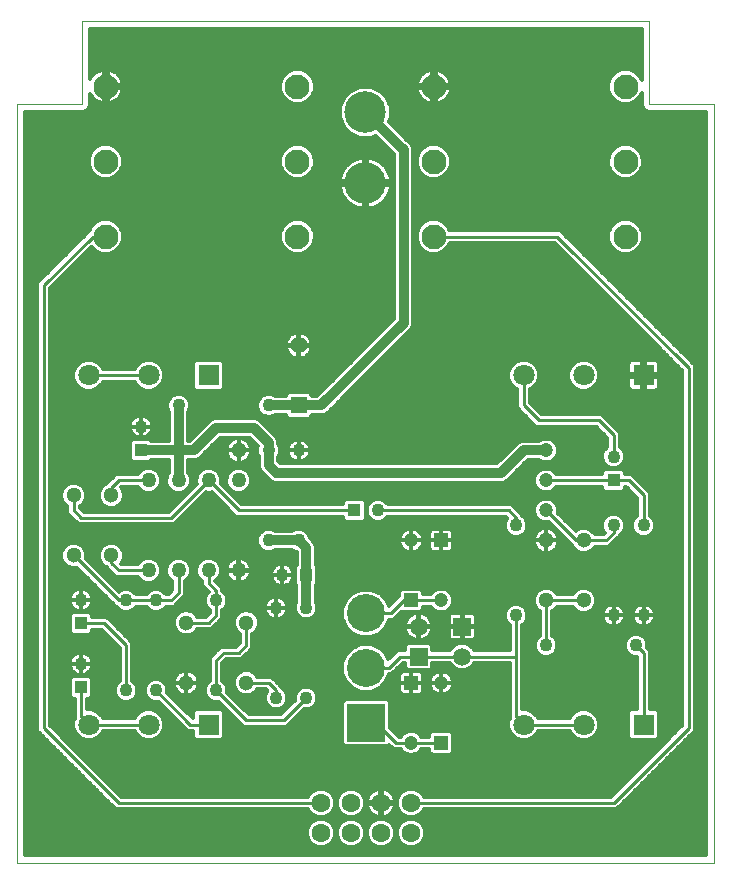
<source format=gbl>
G75*
%MOIN*%
%OFA0B0*%
%FSLAX25Y25*%
%IPPOS*%
%LPD*%
%AMOC8*
5,1,8,0,0,1.08239X$1,22.5*
%
%ADD10C,0.08268*%
%ADD11C,0.05512*%
%ADD12R,0.05512X0.05512*%
%ADD13R,0.07087X0.07087*%
%ADD14C,0.07087*%
%ADD15R,0.04331X0.04331*%
%ADD16C,0.04331*%
%ADD17C,0.13843*%
%ADD18C,0.06299*%
%ADD19C,0.05118*%
%ADD20C,0.00000*%
%ADD21C,0.05000*%
%ADD22C,0.04724*%
%ADD23R,0.04724X0.04724*%
%ADD24R,0.12661X0.12661*%
%ADD25C,0.12661*%
%ADD26C,0.05906*%
%ADD27R,0.05906X0.05906*%
%ADD28C,0.01200*%
%ADD29C,0.03346*%
%ADD30C,0.01000*%
%ADD31C,0.03200*%
%ADD32C,0.02400*%
D10*
X0034425Y0215413D03*
X0034425Y0240413D03*
X0034425Y0265413D03*
X0098323Y0265413D03*
X0098323Y0240413D03*
X0098323Y0215413D03*
X0143801Y0215350D03*
X0143801Y0240350D03*
X0143801Y0265350D03*
X0207699Y0265350D03*
X0207699Y0240350D03*
X0207699Y0215350D03*
D11*
X0098750Y0179100D03*
D12*
X0098750Y0159100D03*
D13*
X0068750Y0169163D03*
X0068750Y0052663D03*
X0213750Y0052663D03*
X0213750Y0169163D03*
D14*
X0193750Y0169163D03*
X0173750Y0169163D03*
X0173750Y0052663D03*
X0193750Y0052663D03*
X0048750Y0052663D03*
X0028750Y0052663D03*
X0028750Y0169163D03*
X0048750Y0169163D03*
D15*
X0046250Y0144160D03*
X0026245Y0086420D03*
X0026245Y0065170D03*
X0101190Y0102600D03*
X0117320Y0124105D03*
X0203745Y0134170D03*
D16*
X0203748Y0142030D03*
X0203750Y0119100D03*
X0213750Y0119100D03*
X0213750Y0089100D03*
X0203750Y0089100D03*
X0211250Y0079100D03*
X0181250Y0079100D03*
X0171250Y0089100D03*
X0171250Y0119100D03*
X0125180Y0124102D03*
X0098750Y0114100D03*
X0093310Y0102600D03*
X0091250Y0091600D03*
X0101250Y0091600D03*
X0088750Y0114100D03*
X0071250Y0094100D03*
X0051250Y0094100D03*
X0041250Y0094100D03*
X0026248Y0094280D03*
X0026248Y0073030D03*
X0041250Y0064100D03*
X0051250Y0064100D03*
X0071250Y0064100D03*
X0091250Y0061600D03*
X0101250Y0061600D03*
X0098750Y0144100D03*
X0088750Y0144100D03*
X0088750Y0159100D03*
X0058750Y0159100D03*
X0046250Y0152040D03*
D17*
X0121000Y0233163D03*
X0121000Y0256785D03*
D18*
X0116250Y0026600D03*
X0116250Y0016600D03*
X0106250Y0016600D03*
X0106250Y0026600D03*
X0126250Y0026600D03*
X0126250Y0016600D03*
X0136250Y0016600D03*
X0136250Y0026600D03*
D19*
X0181250Y0094100D03*
X0193750Y0094100D03*
X0193750Y0114100D03*
X0181250Y0114100D03*
X0081250Y0086600D03*
X0081250Y0066600D03*
X0061250Y0066600D03*
X0061250Y0086600D03*
X0036250Y0109100D03*
X0023750Y0109100D03*
X0023750Y0129100D03*
X0036250Y0129100D03*
X0058750Y0144100D03*
X0078750Y0144100D03*
D20*
X0005000Y0006600D02*
X0237283Y0006600D01*
X0237283Y0259631D01*
X0215630Y0259631D01*
X0215630Y0287191D01*
X0026654Y0287191D01*
X0026654Y0259631D01*
X0005000Y0259631D01*
X0005000Y0006600D01*
D21*
X0048750Y0104100D03*
X0058750Y0104100D03*
X0068750Y0104100D03*
X0078750Y0104100D03*
X0078750Y0134100D03*
X0068750Y0134100D03*
X0058750Y0134100D03*
X0048750Y0134100D03*
D22*
X0136250Y0114100D03*
X0146250Y0094100D03*
X0146250Y0066600D03*
X0136250Y0046600D03*
X0181250Y0124100D03*
X0181250Y0134100D03*
X0181250Y0144100D03*
D23*
X0146250Y0114100D03*
X0136250Y0094100D03*
X0136250Y0066600D03*
X0146250Y0046600D03*
D24*
X0121250Y0053350D03*
D25*
X0121250Y0071600D03*
X0121250Y0089750D03*
D26*
X0138750Y0085350D03*
X0153250Y0075350D03*
D27*
X0153250Y0085350D03*
X0138750Y0075350D03*
D28*
X0142365Y0070797D02*
X0135134Y0070797D01*
X0134197Y0071734D01*
X0134197Y0073250D01*
X0133370Y0073250D01*
X0130850Y0070730D01*
X0130850Y0070730D01*
X0129620Y0069500D01*
X0128964Y0069500D01*
X0127973Y0067108D01*
X0125742Y0064877D01*
X0122828Y0063669D01*
X0119672Y0063669D01*
X0116758Y0064877D01*
X0114527Y0067108D01*
X0113319Y0070022D01*
X0113319Y0073178D01*
X0114527Y0076092D01*
X0116758Y0078323D01*
X0119672Y0079531D01*
X0122828Y0079531D01*
X0125742Y0078323D01*
X0127973Y0076092D01*
X0128647Y0074467D01*
X0130400Y0076220D01*
X0130400Y0076220D01*
X0131630Y0077450D01*
X0134197Y0077450D01*
X0134197Y0078965D01*
X0135134Y0079903D01*
X0142365Y0079903D01*
X0143303Y0078965D01*
X0143303Y0077450D01*
X0149192Y0077450D01*
X0149390Y0077929D01*
X0150671Y0079210D01*
X0152344Y0079903D01*
X0154156Y0079903D01*
X0155829Y0079210D01*
X0157110Y0077929D01*
X0157308Y0077450D01*
X0169150Y0077450D01*
X0169150Y0085894D01*
X0169117Y0085908D01*
X0168058Y0086967D01*
X0167485Y0088351D01*
X0167485Y0089849D01*
X0168058Y0091233D01*
X0169117Y0092292D01*
X0170501Y0092865D01*
X0171999Y0092865D01*
X0173383Y0092292D01*
X0174442Y0091233D01*
X0175015Y0089849D01*
X0175015Y0088351D01*
X0174442Y0086967D01*
X0173383Y0085908D01*
X0173350Y0085894D01*
X0173350Y0057806D01*
X0174773Y0057806D01*
X0176663Y0057023D01*
X0178110Y0055576D01*
X0178447Y0054763D01*
X0189053Y0054763D01*
X0189390Y0055576D01*
X0190837Y0057023D01*
X0192727Y0057806D01*
X0194773Y0057806D01*
X0196663Y0057023D01*
X0198110Y0055576D01*
X0198893Y0053686D01*
X0198893Y0051640D01*
X0198110Y0049750D01*
X0196663Y0048303D01*
X0194773Y0047520D01*
X0192727Y0047520D01*
X0190837Y0048303D01*
X0189390Y0049750D01*
X0189053Y0050563D01*
X0178447Y0050563D01*
X0178110Y0049750D01*
X0176663Y0048303D01*
X0174773Y0047520D01*
X0172727Y0047520D01*
X0170837Y0048303D01*
X0169390Y0049750D01*
X0168607Y0051640D01*
X0168607Y0053686D01*
X0169150Y0054998D01*
X0169150Y0073250D01*
X0157308Y0073250D01*
X0157110Y0072771D01*
X0155829Y0071490D01*
X0154156Y0070797D01*
X0152344Y0070797D01*
X0150671Y0071490D01*
X0149390Y0072771D01*
X0149192Y0073250D01*
X0143303Y0073250D01*
X0143303Y0071734D01*
X0142365Y0070797D01*
X0143094Y0071526D02*
X0150636Y0071526D01*
X0149437Y0072724D02*
X0143303Y0072724D01*
X0144373Y0070111D02*
X0143724Y0069678D01*
X0143172Y0069126D01*
X0142739Y0068477D01*
X0142440Y0067756D01*
X0142288Y0066990D01*
X0142288Y0066600D01*
X0146250Y0066600D01*
X0146250Y0066600D01*
X0146250Y0070562D01*
X0146640Y0070562D01*
X0147406Y0070410D01*
X0148127Y0070111D01*
X0148776Y0069678D01*
X0149328Y0069126D01*
X0149761Y0068477D01*
X0150060Y0067756D01*
X0150212Y0066990D01*
X0150212Y0066600D01*
X0146250Y0066600D01*
X0146250Y0066600D01*
X0146250Y0066600D01*
X0146250Y0070562D01*
X0145860Y0070562D01*
X0145094Y0070410D01*
X0144373Y0070111D01*
X0144894Y0070327D02*
X0139448Y0070327D01*
X0139595Y0070243D02*
X0139230Y0070453D01*
X0138823Y0070562D01*
X0136250Y0070562D01*
X0136250Y0066600D01*
X0136250Y0066600D01*
X0140212Y0066600D01*
X0140212Y0064027D01*
X0140103Y0063620D01*
X0139893Y0063255D01*
X0139595Y0062957D01*
X0139230Y0062747D01*
X0138823Y0062638D01*
X0136250Y0062638D01*
X0136250Y0066600D01*
X0136250Y0066600D01*
X0136250Y0066600D01*
X0136250Y0066600D01*
X0132288Y0066600D01*
X0132288Y0069173D01*
X0132397Y0069580D01*
X0132607Y0069945D01*
X0132905Y0070243D01*
X0133270Y0070453D01*
X0133677Y0070562D01*
X0136250Y0070562D01*
X0136250Y0066600D01*
X0140212Y0066600D01*
X0140212Y0069173D01*
X0140103Y0069580D01*
X0139893Y0069945D01*
X0139595Y0070243D01*
X0140212Y0069129D02*
X0143175Y0069129D01*
X0142512Y0067930D02*
X0140212Y0067930D01*
X0140212Y0066732D02*
X0142288Y0066732D01*
X0142288Y0066600D02*
X0142288Y0066210D01*
X0142440Y0065444D01*
X0142739Y0064723D01*
X0143172Y0064074D01*
X0143724Y0063522D01*
X0144373Y0063089D01*
X0145094Y0062790D01*
X0145860Y0062638D01*
X0146250Y0062638D01*
X0146640Y0062638D01*
X0147406Y0062790D01*
X0148127Y0063089D01*
X0148776Y0063522D01*
X0149328Y0064074D01*
X0149761Y0064723D01*
X0150060Y0065444D01*
X0150212Y0066210D01*
X0150212Y0066600D01*
X0146250Y0066600D01*
X0146250Y0062638D01*
X0146250Y0066600D01*
X0146250Y0066600D01*
X0142288Y0066600D01*
X0142422Y0065533D02*
X0140212Y0065533D01*
X0140212Y0064334D02*
X0142998Y0064334D01*
X0144302Y0063136D02*
X0139773Y0063136D01*
X0136250Y0063136D02*
X0136250Y0063136D01*
X0136250Y0062638D02*
X0136250Y0066600D01*
X0132288Y0066600D01*
X0132288Y0064027D01*
X0132397Y0063620D01*
X0132607Y0063255D01*
X0132905Y0062957D01*
X0133270Y0062747D01*
X0133677Y0062638D01*
X0136250Y0062638D01*
X0136250Y0064334D02*
X0136250Y0064334D01*
X0136250Y0065533D02*
X0136250Y0065533D01*
X0136250Y0066732D02*
X0136250Y0066732D01*
X0136250Y0067930D02*
X0136250Y0067930D01*
X0136250Y0069129D02*
X0136250Y0069129D01*
X0136250Y0070327D02*
X0136250Y0070327D01*
X0134406Y0071526D02*
X0131645Y0071526D01*
X0132844Y0072724D02*
X0134197Y0072724D01*
X0133052Y0070327D02*
X0130447Y0070327D01*
X0128810Y0069129D02*
X0132288Y0069129D01*
X0132288Y0067930D02*
X0128314Y0067930D01*
X0127597Y0066732D02*
X0132288Y0066732D01*
X0132288Y0065533D02*
X0126399Y0065533D01*
X0124433Y0064334D02*
X0132288Y0064334D01*
X0132727Y0063136D02*
X0104689Y0063136D01*
X0104442Y0063733D02*
X0103383Y0064792D01*
X0101999Y0065365D01*
X0100501Y0065365D01*
X0099117Y0064792D01*
X0098058Y0063733D01*
X0097485Y0062349D01*
X0097485Y0060851D01*
X0097498Y0060818D01*
X0092880Y0056200D01*
X0082120Y0056200D01*
X0075002Y0063318D01*
X0075015Y0063351D01*
X0075015Y0064849D01*
X0074442Y0066233D01*
X0073383Y0067292D01*
X0073350Y0067306D01*
X0073350Y0073230D01*
X0074620Y0074500D01*
X0079620Y0074500D01*
X0082120Y0077000D01*
X0083350Y0078230D01*
X0083350Y0082968D01*
X0083606Y0083074D01*
X0084776Y0084244D01*
X0085409Y0085773D01*
X0085409Y0087427D01*
X0084776Y0088956D01*
X0083606Y0090126D01*
X0082077Y0090759D01*
X0080423Y0090759D01*
X0078894Y0090126D01*
X0077724Y0088956D01*
X0077091Y0087427D01*
X0077091Y0085773D01*
X0077724Y0084244D01*
X0078894Y0083074D01*
X0079150Y0082968D01*
X0079150Y0079970D01*
X0077880Y0078700D01*
X0072880Y0078700D01*
X0071650Y0077470D01*
X0069150Y0074970D01*
X0069150Y0067306D01*
X0069117Y0067292D01*
X0068058Y0066233D01*
X0067485Y0064849D01*
X0067485Y0063351D01*
X0068058Y0061967D01*
X0069117Y0060908D01*
X0070501Y0060335D01*
X0071999Y0060335D01*
X0072032Y0060348D01*
X0079150Y0053230D01*
X0080380Y0052000D01*
X0094620Y0052000D01*
X0100468Y0057848D01*
X0100501Y0057835D01*
X0101999Y0057835D01*
X0103383Y0058408D01*
X0104442Y0059467D01*
X0105015Y0060851D01*
X0105015Y0062349D01*
X0104442Y0063733D01*
X0103841Y0064334D02*
X0118067Y0064334D01*
X0116101Y0065533D02*
X0092787Y0065533D01*
X0093350Y0064970D02*
X0092120Y0066200D01*
X0092120Y0066200D01*
X0090850Y0067470D01*
X0089620Y0068700D01*
X0084882Y0068700D01*
X0084776Y0068956D01*
X0083606Y0070126D01*
X0082077Y0070759D01*
X0080423Y0070759D01*
X0078894Y0070126D01*
X0077724Y0068956D01*
X0077091Y0067427D01*
X0077091Y0065773D01*
X0077724Y0064244D01*
X0078894Y0063074D01*
X0080423Y0062441D01*
X0082077Y0062441D01*
X0083606Y0063074D01*
X0084776Y0064244D01*
X0084882Y0064500D01*
X0087880Y0064500D01*
X0088353Y0064028D01*
X0088058Y0063733D01*
X0087485Y0062349D01*
X0087485Y0060851D01*
X0088058Y0059467D01*
X0089117Y0058408D01*
X0090501Y0057835D01*
X0091999Y0057835D01*
X0093383Y0058408D01*
X0094442Y0059467D01*
X0095015Y0060851D01*
X0095015Y0062349D01*
X0094442Y0063733D01*
X0093383Y0064792D01*
X0093350Y0064806D01*
X0093350Y0064970D01*
X0093841Y0064334D02*
X0098659Y0064334D01*
X0097811Y0063136D02*
X0094689Y0063136D01*
X0095015Y0061937D02*
X0097485Y0061937D01*
X0097419Y0060739D02*
X0094969Y0060739D01*
X0094472Y0059540D02*
X0096221Y0059540D01*
X0095022Y0058342D02*
X0093224Y0058342D01*
X0093824Y0057143D02*
X0081176Y0057143D01*
X0079978Y0058342D02*
X0089276Y0058342D01*
X0088027Y0059540D02*
X0078779Y0059540D01*
X0077581Y0060739D02*
X0087531Y0060739D01*
X0087485Y0061937D02*
X0076382Y0061937D01*
X0075184Y0063136D02*
X0078832Y0063136D01*
X0077687Y0064334D02*
X0075015Y0064334D01*
X0074732Y0065533D02*
X0077190Y0065533D01*
X0077091Y0066732D02*
X0073943Y0066732D01*
X0073350Y0067930D02*
X0077299Y0067930D01*
X0077897Y0069129D02*
X0073350Y0069129D01*
X0073350Y0070327D02*
X0079380Y0070327D01*
X0083120Y0070327D02*
X0113319Y0070327D01*
X0113319Y0071526D02*
X0073350Y0071526D01*
X0073350Y0072724D02*
X0113319Y0072724D01*
X0113628Y0073923D02*
X0074042Y0073923D01*
X0070500Y0076320D02*
X0043350Y0076320D01*
X0043350Y0077518D02*
X0071698Y0077518D01*
X0069301Y0075121D02*
X0043350Y0075121D01*
X0043350Y0073923D02*
X0069150Y0073923D01*
X0069150Y0072724D02*
X0043350Y0072724D01*
X0043350Y0071526D02*
X0069150Y0071526D01*
X0069150Y0070327D02*
X0063096Y0070327D01*
X0062847Y0070454D02*
X0062224Y0070657D01*
X0061577Y0070759D01*
X0061250Y0070759D01*
X0061250Y0066600D01*
X0061250Y0066600D01*
X0065409Y0066600D01*
X0065409Y0066927D01*
X0065307Y0067574D01*
X0065104Y0068197D01*
X0064807Y0068780D01*
X0064422Y0069309D01*
X0063959Y0069772D01*
X0063430Y0070157D01*
X0062847Y0070454D01*
X0061250Y0070327D02*
X0061250Y0070327D01*
X0061250Y0070759D02*
X0061250Y0066600D01*
X0061250Y0066600D01*
X0061250Y0066600D01*
X0057091Y0066600D01*
X0057091Y0066927D01*
X0057193Y0067574D01*
X0057396Y0068197D01*
X0057693Y0068780D01*
X0058078Y0069309D01*
X0058541Y0069772D01*
X0059070Y0070157D01*
X0059653Y0070454D01*
X0060276Y0070657D01*
X0060923Y0070759D01*
X0061250Y0070759D01*
X0061250Y0069129D02*
X0061250Y0069129D01*
X0061250Y0067930D02*
X0061250Y0067930D01*
X0061250Y0066732D02*
X0061250Y0066732D01*
X0061250Y0066600D02*
X0057091Y0066600D01*
X0057091Y0066273D01*
X0057193Y0065626D01*
X0057396Y0065003D01*
X0057693Y0064420D01*
X0058078Y0063891D01*
X0058541Y0063428D01*
X0059070Y0063043D01*
X0059653Y0062746D01*
X0060276Y0062543D01*
X0060923Y0062441D01*
X0061250Y0062441D01*
X0061577Y0062441D01*
X0062224Y0062543D01*
X0062847Y0062746D01*
X0063430Y0063043D01*
X0063959Y0063428D01*
X0064422Y0063891D01*
X0064807Y0064420D01*
X0065104Y0065003D01*
X0065307Y0065626D01*
X0065409Y0066273D01*
X0065409Y0066600D01*
X0061250Y0066600D01*
X0061250Y0062441D01*
X0061250Y0066600D01*
X0061250Y0066600D01*
X0061250Y0065533D02*
X0061250Y0065533D01*
X0061250Y0064334D02*
X0061250Y0064334D01*
X0061250Y0063136D02*
X0061250Y0063136D01*
X0063558Y0063136D02*
X0067574Y0063136D01*
X0067485Y0064334D02*
X0064745Y0064334D01*
X0065276Y0065533D02*
X0067768Y0065533D01*
X0068557Y0066732D02*
X0065409Y0066732D01*
X0065191Y0067930D02*
X0069150Y0067930D01*
X0069150Y0069129D02*
X0064554Y0069129D01*
X0059404Y0070327D02*
X0043350Y0070327D01*
X0043350Y0069129D02*
X0057946Y0069129D01*
X0057309Y0067930D02*
X0043350Y0067930D01*
X0043350Y0067306D02*
X0043350Y0079970D01*
X0042120Y0081200D01*
X0034800Y0088520D01*
X0030010Y0088520D01*
X0030010Y0089248D01*
X0029073Y0090185D01*
X0023417Y0090185D01*
X0022480Y0089248D01*
X0022480Y0083592D01*
X0023417Y0082655D01*
X0029073Y0082655D01*
X0030010Y0083592D01*
X0030010Y0084320D01*
X0033060Y0084320D01*
X0039150Y0078230D01*
X0039150Y0067306D01*
X0039117Y0067292D01*
X0038058Y0066233D01*
X0037485Y0064849D01*
X0037485Y0063351D01*
X0038058Y0061967D01*
X0039117Y0060908D01*
X0040501Y0060335D01*
X0041999Y0060335D01*
X0043383Y0060908D01*
X0044442Y0061967D01*
X0045015Y0063351D01*
X0045015Y0064849D01*
X0044442Y0066233D01*
X0043383Y0067292D01*
X0043350Y0067306D01*
X0043943Y0066732D02*
X0048557Y0066732D01*
X0048058Y0066233D02*
X0049117Y0067292D01*
X0050501Y0067865D01*
X0051999Y0067865D01*
X0053383Y0067292D01*
X0054442Y0066233D01*
X0055015Y0064849D01*
X0055015Y0063351D01*
X0055002Y0063318D01*
X0063557Y0054763D01*
X0063607Y0054763D01*
X0063607Y0056869D01*
X0064544Y0057806D01*
X0072956Y0057806D01*
X0073893Y0056869D01*
X0073893Y0048457D01*
X0072956Y0047520D01*
X0064544Y0047520D01*
X0063607Y0048457D01*
X0063607Y0050563D01*
X0061817Y0050563D01*
X0052032Y0060348D01*
X0051999Y0060335D01*
X0050501Y0060335D01*
X0049117Y0060908D01*
X0048058Y0061967D01*
X0047485Y0063351D01*
X0047485Y0064849D01*
X0048058Y0066233D01*
X0047768Y0065533D02*
X0044732Y0065533D01*
X0045015Y0064334D02*
X0047485Y0064334D01*
X0047574Y0063136D02*
X0044926Y0063136D01*
X0044412Y0061937D02*
X0048087Y0061937D01*
X0049525Y0060739D02*
X0042975Y0060739D01*
X0039525Y0060739D02*
X0028345Y0060739D01*
X0028345Y0061405D02*
X0029073Y0061405D01*
X0030010Y0062342D01*
X0030010Y0067998D01*
X0029073Y0068935D01*
X0023417Y0068935D01*
X0022480Y0067998D01*
X0022480Y0062342D01*
X0023417Y0061405D01*
X0024145Y0061405D01*
X0024145Y0054986D01*
X0023607Y0053686D01*
X0023607Y0051640D01*
X0024390Y0049750D01*
X0025837Y0048303D01*
X0027727Y0047520D01*
X0029773Y0047520D01*
X0031663Y0048303D01*
X0033110Y0049750D01*
X0033447Y0050563D01*
X0044053Y0050563D01*
X0044390Y0049750D01*
X0045837Y0048303D01*
X0047727Y0047520D01*
X0049773Y0047520D01*
X0051663Y0048303D01*
X0053110Y0049750D01*
X0053893Y0051640D01*
X0053893Y0053686D01*
X0053110Y0055576D01*
X0051663Y0057023D01*
X0049773Y0057806D01*
X0047727Y0057806D01*
X0045837Y0057023D01*
X0044390Y0055576D01*
X0044053Y0054763D01*
X0033447Y0054763D01*
X0033110Y0055576D01*
X0031663Y0057023D01*
X0029773Y0057806D01*
X0028345Y0057806D01*
X0028345Y0061405D01*
X0029606Y0061937D02*
X0038088Y0061937D01*
X0037574Y0063136D02*
X0030010Y0063136D01*
X0030010Y0064334D02*
X0037485Y0064334D01*
X0037768Y0065533D02*
X0030010Y0065533D01*
X0030010Y0066732D02*
X0038557Y0066732D01*
X0039150Y0067930D02*
X0030010Y0067930D01*
X0028648Y0070105D02*
X0029172Y0070630D01*
X0029584Y0071246D01*
X0029868Y0071932D01*
X0030013Y0072659D01*
X0030013Y0073030D01*
X0030013Y0073401D01*
X0029868Y0074128D01*
X0029584Y0074814D01*
X0029172Y0075430D01*
X0028648Y0075955D01*
X0028031Y0076367D01*
X0027346Y0076651D01*
X0026618Y0076795D01*
X0026248Y0076795D01*
X0026248Y0073030D01*
X0030013Y0073030D01*
X0026248Y0073030D01*
X0026248Y0073030D01*
X0026247Y0073030D01*
X0022482Y0073030D01*
X0026247Y0073030D01*
X0026247Y0073030D01*
X0026247Y0076795D01*
X0025877Y0076795D01*
X0025149Y0076651D01*
X0024464Y0076367D01*
X0023847Y0075955D01*
X0023323Y0075430D01*
X0022911Y0074814D01*
X0022627Y0074128D01*
X0022482Y0073401D01*
X0022482Y0073030D01*
X0022482Y0072659D01*
X0022627Y0071932D01*
X0022911Y0071246D01*
X0023323Y0070630D01*
X0023847Y0070105D01*
X0024464Y0069693D01*
X0025149Y0069409D01*
X0025877Y0069265D01*
X0026247Y0069265D01*
X0026247Y0073030D01*
X0026248Y0073030D01*
X0026248Y0069265D01*
X0026618Y0069265D01*
X0027346Y0069409D01*
X0028031Y0069693D01*
X0028648Y0070105D01*
X0028870Y0070327D02*
X0039150Y0070327D01*
X0039150Y0069129D02*
X0015850Y0069129D01*
X0015850Y0070327D02*
X0023625Y0070327D01*
X0022795Y0071526D02*
X0015850Y0071526D01*
X0015850Y0072724D02*
X0022482Y0072724D01*
X0022586Y0073923D02*
X0015850Y0073923D01*
X0015850Y0075121D02*
X0023116Y0075121D01*
X0024393Y0076320D02*
X0015850Y0076320D01*
X0015850Y0077518D02*
X0039150Y0077518D01*
X0039150Y0076320D02*
X0028102Y0076320D01*
X0029379Y0075121D02*
X0039150Y0075121D01*
X0039150Y0073923D02*
X0029909Y0073923D01*
X0030013Y0072724D02*
X0039150Y0072724D01*
X0039150Y0071526D02*
X0029700Y0071526D01*
X0026248Y0071526D02*
X0026247Y0071526D01*
X0026247Y0072724D02*
X0026248Y0072724D01*
X0026247Y0073923D02*
X0026248Y0073923D01*
X0026247Y0075121D02*
X0026248Y0075121D01*
X0026247Y0076320D02*
X0026248Y0076320D01*
X0026247Y0070327D02*
X0026248Y0070327D01*
X0022480Y0067930D02*
X0015850Y0067930D01*
X0015850Y0066732D02*
X0022480Y0066732D01*
X0022480Y0065533D02*
X0015850Y0065533D01*
X0015850Y0064334D02*
X0022480Y0064334D01*
X0022480Y0063136D02*
X0015850Y0063136D01*
X0015850Y0061937D02*
X0022884Y0061937D01*
X0024145Y0060739D02*
X0015850Y0060739D01*
X0015850Y0059540D02*
X0024145Y0059540D01*
X0024145Y0058342D02*
X0015850Y0058342D01*
X0015850Y0057143D02*
X0024145Y0057143D01*
X0024145Y0055945D02*
X0015850Y0055945D01*
X0015850Y0054746D02*
X0024046Y0054746D01*
X0023607Y0053548D02*
X0015850Y0053548D01*
X0015850Y0052470D02*
X0015850Y0198230D01*
X0029675Y0212055D01*
X0031177Y0210552D01*
X0033285Y0209679D01*
X0035566Y0209679D01*
X0037673Y0210552D01*
X0039286Y0212165D01*
X0040159Y0214272D01*
X0040159Y0216554D01*
X0039286Y0218661D01*
X0037673Y0220274D01*
X0035566Y0221147D01*
X0033285Y0221147D01*
X0031177Y0220274D01*
X0029564Y0218661D01*
X0029015Y0217335D01*
X0011650Y0199970D01*
X0011650Y0050730D01*
X0036650Y0025730D01*
X0037880Y0024500D01*
X0101979Y0024500D01*
X0102223Y0023910D01*
X0103560Y0022573D01*
X0105305Y0021850D01*
X0107195Y0021850D01*
X0108940Y0022573D01*
X0110277Y0023910D01*
X0111000Y0025655D01*
X0111000Y0027545D01*
X0110277Y0029290D01*
X0108940Y0030627D01*
X0107195Y0031350D01*
X0105305Y0031350D01*
X0103560Y0030627D01*
X0102223Y0029290D01*
X0101979Y0028700D01*
X0039620Y0028700D01*
X0015850Y0052470D01*
X0015970Y0052349D02*
X0023607Y0052349D01*
X0023809Y0051151D02*
X0017169Y0051151D01*
X0018367Y0049952D02*
X0024306Y0049952D01*
X0025385Y0048754D02*
X0019566Y0048754D01*
X0020764Y0047555D02*
X0027641Y0047555D01*
X0029859Y0047555D02*
X0047641Y0047555D01*
X0049859Y0047555D02*
X0064508Y0047555D01*
X0063607Y0048754D02*
X0052115Y0048754D01*
X0053194Y0049952D02*
X0063607Y0049952D01*
X0061229Y0051151D02*
X0053691Y0051151D01*
X0053893Y0052349D02*
X0060031Y0052349D01*
X0058832Y0053548D02*
X0053893Y0053548D01*
X0053454Y0054746D02*
X0057634Y0054746D01*
X0056435Y0055945D02*
X0052742Y0055945D01*
X0051373Y0057143D02*
X0055237Y0057143D01*
X0054038Y0058342D02*
X0028345Y0058342D01*
X0028345Y0059540D02*
X0052840Y0059540D01*
X0055184Y0063136D02*
X0058942Y0063136D01*
X0057755Y0064334D02*
X0055015Y0064334D01*
X0054732Y0065533D02*
X0057224Y0065533D01*
X0057091Y0066732D02*
X0053943Y0066732D01*
X0056382Y0061937D02*
X0068088Y0061937D01*
X0069525Y0060739D02*
X0057581Y0060739D01*
X0058779Y0059540D02*
X0072840Y0059540D01*
X0074038Y0058342D02*
X0059978Y0058342D01*
X0061176Y0057143D02*
X0063881Y0057143D01*
X0063607Y0055945D02*
X0062375Y0055945D01*
X0073619Y0057143D02*
X0075237Y0057143D01*
X0076435Y0055945D02*
X0073893Y0055945D01*
X0073893Y0054746D02*
X0077634Y0054746D01*
X0078832Y0053548D02*
X0073893Y0053548D01*
X0073893Y0052349D02*
X0080031Y0052349D01*
X0073893Y0051151D02*
X0113319Y0051151D01*
X0113319Y0052349D02*
X0094969Y0052349D01*
X0096168Y0053548D02*
X0113319Y0053548D01*
X0113319Y0054746D02*
X0097366Y0054746D01*
X0098565Y0055945D02*
X0113319Y0055945D01*
X0113319Y0057143D02*
X0099763Y0057143D01*
X0103224Y0058342D02*
X0113319Y0058342D01*
X0113319Y0059540D02*
X0104472Y0059540D01*
X0104969Y0060739D02*
X0113715Y0060739D01*
X0113319Y0060343D02*
X0113319Y0046357D01*
X0021963Y0046357D01*
X0023162Y0045158D02*
X0129722Y0045158D01*
X0129150Y0045730D02*
X0130380Y0044500D01*
X0132831Y0044500D01*
X0132891Y0044356D01*
X0134006Y0043241D01*
X0135462Y0042638D01*
X0137038Y0042638D01*
X0138494Y0043241D01*
X0139609Y0044356D01*
X0139669Y0044500D01*
X0142288Y0044500D01*
X0142288Y0043575D01*
X0143225Y0042638D01*
X0149275Y0042638D01*
X0150212Y0043575D01*
X0150212Y0049625D01*
X0149275Y0050562D01*
X0143225Y0050562D01*
X0142288Y0049625D01*
X0142288Y0048700D01*
X0139669Y0048700D01*
X0139609Y0048844D01*
X0138494Y0049959D01*
X0137038Y0050562D01*
X0135462Y0050562D01*
X0134006Y0049959D01*
X0132891Y0048844D01*
X0132831Y0048700D01*
X0132120Y0048700D01*
X0129181Y0051639D01*
X0129181Y0060343D01*
X0128243Y0061281D01*
X0114257Y0061281D01*
X0113319Y0060343D01*
X0114903Y0066732D02*
X0091588Y0066732D01*
X0090850Y0067470D02*
X0090850Y0067470D01*
X0090390Y0067930D02*
X0114186Y0067930D01*
X0113690Y0069129D02*
X0084603Y0069129D01*
X0084813Y0064334D02*
X0088046Y0064334D01*
X0087811Y0063136D02*
X0083668Y0063136D01*
X0080241Y0075121D02*
X0114124Y0075121D01*
X0114754Y0076320D02*
X0081439Y0076320D01*
X0082638Y0077518D02*
X0115952Y0077518D01*
X0117707Y0078717D02*
X0083350Y0078717D01*
X0083350Y0079915D02*
X0169150Y0079915D01*
X0169150Y0078717D02*
X0156322Y0078717D01*
X0157280Y0077518D02*
X0169150Y0077518D01*
X0169150Y0081114D02*
X0157180Y0081114D01*
X0157185Y0081117D02*
X0157483Y0081415D01*
X0157694Y0081780D01*
X0157803Y0082187D01*
X0157803Y0085163D01*
X0153437Y0085163D01*
X0153437Y0080797D01*
X0156413Y0080797D01*
X0156820Y0080906D01*
X0157185Y0081117D01*
X0157803Y0082312D02*
X0169150Y0082312D01*
X0169150Y0083511D02*
X0157803Y0083511D01*
X0157803Y0084709D02*
X0169150Y0084709D01*
X0169118Y0085908D02*
X0157803Y0085908D01*
X0157803Y0085537D02*
X0157803Y0088513D01*
X0157694Y0088920D01*
X0157483Y0089285D01*
X0157185Y0089583D01*
X0156820Y0089794D01*
X0156413Y0089903D01*
X0153437Y0089903D01*
X0153437Y0085537D01*
X0153063Y0085537D01*
X0153063Y0085163D01*
X0153437Y0085163D01*
X0153437Y0085537D01*
X0157803Y0085537D01*
X0157803Y0087106D02*
X0168000Y0087106D01*
X0167504Y0088305D02*
X0157803Y0088305D01*
X0157265Y0089503D02*
X0167485Y0089503D01*
X0167838Y0090702D02*
X0148400Y0090702D01*
X0148494Y0090741D02*
X0149609Y0091856D01*
X0150212Y0093312D01*
X0150212Y0094888D01*
X0149609Y0096344D01*
X0148494Y0097459D01*
X0147038Y0098062D01*
X0145462Y0098062D01*
X0144006Y0097459D01*
X0142891Y0096344D01*
X0142831Y0096200D01*
X0140212Y0096200D01*
X0140212Y0097125D01*
X0139275Y0098062D01*
X0133225Y0098062D01*
X0132288Y0097125D01*
X0132288Y0095608D01*
X0131650Y0094970D01*
X0128837Y0092157D01*
X0127973Y0094242D01*
X0125742Y0096473D01*
X0122828Y0097681D01*
X0119672Y0097681D01*
X0116758Y0096473D01*
X0114527Y0094242D01*
X0113319Y0091328D01*
X0113319Y0088172D01*
X0114527Y0085258D01*
X0116758Y0083027D01*
X0119672Y0081819D01*
X0122828Y0081819D01*
X0125742Y0083027D01*
X0127973Y0085258D01*
X0128964Y0087650D01*
X0130270Y0087650D01*
X0132991Y0090372D01*
X0133225Y0090138D01*
X0139275Y0090138D01*
X0140212Y0091075D01*
X0140212Y0092000D01*
X0142831Y0092000D01*
X0142891Y0091856D01*
X0144006Y0090741D01*
X0145462Y0090138D01*
X0147038Y0090138D01*
X0148494Y0090741D01*
X0149315Y0089583D02*
X0149017Y0089285D01*
X0148806Y0088920D01*
X0148697Y0088513D01*
X0148697Y0085537D01*
X0153063Y0085537D01*
X0153063Y0089903D01*
X0150087Y0089903D01*
X0149680Y0089794D01*
X0149315Y0089583D01*
X0149235Y0089503D02*
X0140627Y0089503D01*
X0140498Y0089569D02*
X0139816Y0089791D01*
X0139108Y0089903D01*
X0138937Y0089903D01*
X0138937Y0085537D01*
X0138563Y0085537D01*
X0138563Y0085163D01*
X0134197Y0085163D01*
X0134197Y0084992D01*
X0134309Y0084284D01*
X0134531Y0083602D01*
X0134856Y0082964D01*
X0135277Y0082384D01*
X0135784Y0081877D01*
X0136364Y0081456D01*
X0137002Y0081131D01*
X0137684Y0080909D01*
X0138392Y0080797D01*
X0138563Y0080797D01*
X0138563Y0085163D01*
X0138937Y0085163D01*
X0138937Y0080797D01*
X0139108Y0080797D01*
X0139816Y0080909D01*
X0140498Y0081131D01*
X0141136Y0081456D01*
X0141716Y0081877D01*
X0142223Y0082384D01*
X0142644Y0082964D01*
X0142969Y0083602D01*
X0143191Y0084284D01*
X0143303Y0084992D01*
X0143303Y0085163D01*
X0138937Y0085163D01*
X0138937Y0085537D01*
X0143303Y0085537D01*
X0143303Y0085708D01*
X0143191Y0086416D01*
X0142969Y0087098D01*
X0142644Y0087736D01*
X0142223Y0088316D01*
X0141716Y0088823D01*
X0141136Y0089244D01*
X0140498Y0089569D01*
X0139839Y0090702D02*
X0144100Y0090702D01*
X0142873Y0091900D02*
X0140212Y0091900D01*
X0138563Y0089903D02*
X0138392Y0089903D01*
X0137684Y0089791D01*
X0137002Y0089569D01*
X0136364Y0089244D01*
X0135784Y0088823D01*
X0135277Y0088316D01*
X0134856Y0087736D01*
X0134531Y0087098D01*
X0134309Y0086416D01*
X0134197Y0085708D01*
X0134197Y0085537D01*
X0138563Y0085537D01*
X0138563Y0089903D01*
X0138563Y0089503D02*
X0138937Y0089503D01*
X0138937Y0088305D02*
X0138563Y0088305D01*
X0138563Y0087106D02*
X0138937Y0087106D01*
X0138937Y0085908D02*
X0138563Y0085908D01*
X0138563Y0084709D02*
X0138937Y0084709D01*
X0138937Y0083511D02*
X0138563Y0083511D01*
X0138563Y0082312D02*
X0138937Y0082312D01*
X0138937Y0081114D02*
X0138563Y0081114D01*
X0137055Y0081114D02*
X0083350Y0081114D01*
X0083350Y0082312D02*
X0118483Y0082312D01*
X0116274Y0083511D02*
X0084042Y0083511D01*
X0084969Y0084709D02*
X0115075Y0084709D01*
X0114257Y0085908D02*
X0085409Y0085908D01*
X0085409Y0087106D02*
X0113761Y0087106D01*
X0113319Y0088305D02*
X0103134Y0088305D01*
X0103383Y0088408D02*
X0101999Y0087835D01*
X0100501Y0087835D01*
X0099117Y0088408D01*
X0098058Y0089467D01*
X0097485Y0090851D01*
X0097485Y0092349D01*
X0097990Y0093569D01*
X0097990Y0099207D01*
X0097425Y0099772D01*
X0097425Y0105428D01*
X0098050Y0106053D01*
X0098050Y0110275D01*
X0097982Y0110343D01*
X0096636Y0110900D01*
X0090864Y0110900D01*
X0089499Y0110335D01*
X0088001Y0110335D01*
X0086617Y0110908D01*
X0085558Y0111967D01*
X0084985Y0113351D01*
X0084985Y0114849D01*
X0085558Y0116233D01*
X0086617Y0117292D01*
X0088001Y0117865D01*
X0089499Y0117865D01*
X0090864Y0117300D01*
X0096636Y0117300D01*
X0098001Y0117865D01*
X0099499Y0117865D01*
X0100883Y0117292D01*
X0101942Y0116233D01*
X0102507Y0114868D01*
X0103063Y0114313D01*
X0103963Y0113413D01*
X0104450Y0112237D01*
X0104450Y0105933D01*
X0104955Y0105428D01*
X0104955Y0099772D01*
X0104390Y0099207D01*
X0104390Y0093785D01*
X0104442Y0093733D01*
X0105015Y0092349D01*
X0105015Y0090851D01*
X0104442Y0089467D01*
X0103383Y0088408D01*
X0104457Y0089503D02*
X0113319Y0089503D01*
X0113319Y0090702D02*
X0104954Y0090702D01*
X0105015Y0091900D02*
X0113557Y0091900D01*
X0114053Y0093099D02*
X0104705Y0093099D01*
X0104390Y0094297D02*
X0114582Y0094297D01*
X0115780Y0095496D02*
X0104390Y0095496D01*
X0104390Y0096694D02*
X0117291Y0096694D01*
X0125209Y0096694D02*
X0132288Y0096694D01*
X0132176Y0095496D02*
X0126720Y0095496D01*
X0127918Y0094297D02*
X0130977Y0094297D01*
X0129779Y0093099D02*
X0128447Y0093099D01*
X0132123Y0089503D02*
X0136873Y0089503D01*
X0135269Y0088305D02*
X0130925Y0088305D01*
X0128739Y0087106D02*
X0134535Y0087106D01*
X0134229Y0085908D02*
X0128243Y0085908D01*
X0127425Y0084709D02*
X0134242Y0084709D01*
X0134577Y0083511D02*
X0126226Y0083511D01*
X0124017Y0082312D02*
X0135349Y0082312D01*
X0134197Y0078717D02*
X0124793Y0078717D01*
X0126548Y0077518D02*
X0134197Y0077518D01*
X0130500Y0076320D02*
X0127746Y0076320D01*
X0128376Y0075121D02*
X0129301Y0075121D01*
X0140445Y0081114D02*
X0149320Y0081114D01*
X0149315Y0081117D02*
X0149680Y0080906D01*
X0150087Y0080797D01*
X0153063Y0080797D01*
X0153063Y0085163D01*
X0148697Y0085163D01*
X0148697Y0082187D01*
X0148806Y0081780D01*
X0149017Y0081415D01*
X0149315Y0081117D01*
X0148697Y0082312D02*
X0142151Y0082312D01*
X0142922Y0083511D02*
X0148697Y0083511D01*
X0148697Y0084709D02*
X0143258Y0084709D01*
X0143271Y0085908D02*
X0148697Y0085908D01*
X0148697Y0087106D02*
X0142965Y0087106D01*
X0142231Y0088305D02*
X0148697Y0088305D01*
X0149627Y0091900D02*
X0168725Y0091900D01*
X0173775Y0091900D02*
X0177659Y0091900D01*
X0177724Y0091744D02*
X0178894Y0090574D01*
X0179150Y0090468D01*
X0179150Y0082306D01*
X0179117Y0082292D01*
X0178058Y0081233D01*
X0177485Y0079849D01*
X0177485Y0078351D01*
X0178058Y0076967D01*
X0179117Y0075908D01*
X0180501Y0075335D01*
X0181999Y0075335D01*
X0183383Y0075908D01*
X0184442Y0076967D01*
X0185015Y0078351D01*
X0185015Y0079849D01*
X0184442Y0081233D01*
X0183383Y0082292D01*
X0183350Y0082306D01*
X0183350Y0090468D01*
X0183606Y0090574D01*
X0184776Y0091744D01*
X0184882Y0092000D01*
X0190118Y0092000D01*
X0190224Y0091744D01*
X0191394Y0090574D01*
X0192923Y0089941D01*
X0194577Y0089941D01*
X0196106Y0090574D01*
X0197276Y0091744D01*
X0197909Y0093273D01*
X0197909Y0094927D01*
X0197276Y0096456D01*
X0196106Y0097626D01*
X0194577Y0098259D01*
X0192923Y0098259D01*
X0191394Y0097626D01*
X0190224Y0096456D01*
X0190118Y0096200D01*
X0184882Y0096200D01*
X0184776Y0096456D01*
X0183606Y0097626D01*
X0182077Y0098259D01*
X0180423Y0098259D01*
X0178894Y0097626D01*
X0177724Y0096456D01*
X0177091Y0094927D01*
X0177091Y0093273D01*
X0177724Y0091744D01*
X0177163Y0093099D02*
X0150124Y0093099D01*
X0150212Y0094297D02*
X0177091Y0094297D01*
X0177326Y0095496D02*
X0149960Y0095496D01*
X0149259Y0096694D02*
X0177963Y0096694D01*
X0179539Y0097893D02*
X0147447Y0097893D01*
X0145053Y0097893D02*
X0139444Y0097893D01*
X0140212Y0096694D02*
X0143241Y0096694D01*
X0133056Y0097893D02*
X0104390Y0097893D01*
X0104390Y0099091D02*
X0226650Y0099091D01*
X0226650Y0097893D02*
X0195461Y0097893D01*
X0197037Y0096694D02*
X0226650Y0096694D01*
X0226650Y0095496D02*
X0197674Y0095496D01*
X0197909Y0094297D02*
X0226650Y0094297D01*
X0226650Y0093099D02*
X0197837Y0093099D01*
X0197341Y0091900D02*
X0201225Y0091900D01*
X0201350Y0092025D02*
X0200825Y0091500D01*
X0200413Y0090884D01*
X0200129Y0090198D01*
X0199985Y0089471D01*
X0199985Y0089100D01*
X0199985Y0088729D01*
X0200129Y0088002D01*
X0200413Y0087316D01*
X0200825Y0086700D01*
X0201350Y0086175D01*
X0201966Y0085763D01*
X0202652Y0085479D01*
X0203379Y0085335D01*
X0203750Y0085335D01*
X0204121Y0085335D01*
X0204848Y0085479D01*
X0205534Y0085763D01*
X0206150Y0086175D01*
X0206675Y0086700D01*
X0207087Y0087316D01*
X0207371Y0088002D01*
X0207515Y0088729D01*
X0207515Y0089100D01*
X0207515Y0089471D01*
X0207371Y0090198D01*
X0207087Y0090884D01*
X0206675Y0091500D01*
X0206150Y0092025D01*
X0205534Y0092437D01*
X0204848Y0092721D01*
X0204121Y0092865D01*
X0203750Y0092865D01*
X0203379Y0092865D01*
X0202652Y0092721D01*
X0201966Y0092437D01*
X0201350Y0092025D01*
X0200338Y0090702D02*
X0196234Y0090702D01*
X0199991Y0089503D02*
X0183350Y0089503D01*
X0183350Y0088305D02*
X0200069Y0088305D01*
X0199985Y0089100D02*
X0203750Y0089100D01*
X0203750Y0089100D01*
X0203750Y0092865D01*
X0203750Y0089100D01*
X0207515Y0089100D01*
X0203750Y0089100D01*
X0203750Y0089100D01*
X0203750Y0089100D01*
X0199985Y0089100D01*
X0200554Y0087106D02*
X0183350Y0087106D01*
X0183350Y0085908D02*
X0201750Y0085908D01*
X0203750Y0085908D02*
X0203750Y0085908D01*
X0203750Y0085335D02*
X0203750Y0089100D01*
X0203750Y0089100D01*
X0203750Y0085335D01*
X0203750Y0087106D02*
X0203750Y0087106D01*
X0203750Y0088305D02*
X0203750Y0088305D01*
X0203750Y0089503D02*
X0203750Y0089503D01*
X0203750Y0090702D02*
X0203750Y0090702D01*
X0203750Y0091900D02*
X0203750Y0091900D01*
X0206275Y0091900D02*
X0211225Y0091900D01*
X0211350Y0092025D02*
X0210825Y0091500D01*
X0210413Y0090884D01*
X0210129Y0090198D01*
X0209985Y0089471D01*
X0209985Y0089100D01*
X0209985Y0088729D01*
X0210129Y0088002D01*
X0210413Y0087316D01*
X0210825Y0086700D01*
X0211350Y0086175D01*
X0211966Y0085763D01*
X0212652Y0085479D01*
X0213379Y0085335D01*
X0213750Y0085335D01*
X0214121Y0085335D01*
X0214848Y0085479D01*
X0215534Y0085763D01*
X0216150Y0086175D01*
X0216675Y0086700D01*
X0217087Y0087316D01*
X0217371Y0088002D01*
X0217515Y0088729D01*
X0217515Y0089100D01*
X0217515Y0089471D01*
X0217371Y0090198D01*
X0217087Y0090884D01*
X0216675Y0091500D01*
X0216150Y0092025D01*
X0215534Y0092437D01*
X0214848Y0092721D01*
X0214121Y0092865D01*
X0213750Y0092865D01*
X0213379Y0092865D01*
X0212652Y0092721D01*
X0211966Y0092437D01*
X0211350Y0092025D01*
X0210338Y0090702D02*
X0207162Y0090702D01*
X0207509Y0089503D02*
X0209991Y0089503D01*
X0209985Y0089100D02*
X0213750Y0089100D01*
X0213750Y0089100D01*
X0213750Y0092865D01*
X0213750Y0089100D01*
X0217515Y0089100D01*
X0213750Y0089100D01*
X0213750Y0089100D01*
X0213750Y0089100D01*
X0213750Y0085335D01*
X0213750Y0089100D01*
X0213750Y0089100D01*
X0209985Y0089100D01*
X0210069Y0088305D02*
X0207431Y0088305D01*
X0206946Y0087106D02*
X0210554Y0087106D01*
X0211750Y0085908D02*
X0205750Y0085908D01*
X0209117Y0082292D02*
X0208058Y0081233D01*
X0207485Y0079849D01*
X0207485Y0078351D01*
X0208058Y0076967D01*
X0209117Y0075908D01*
X0210501Y0075335D01*
X0211650Y0075335D01*
X0211650Y0057806D01*
X0209544Y0057806D01*
X0208607Y0056869D01*
X0208607Y0048457D01*
X0209544Y0047520D01*
X0217956Y0047520D01*
X0218893Y0048457D01*
X0218893Y0056869D01*
X0217956Y0057806D01*
X0215850Y0057806D01*
X0215850Y0077470D01*
X0215002Y0078318D01*
X0215015Y0078351D01*
X0215015Y0079849D01*
X0214442Y0081233D01*
X0213383Y0082292D01*
X0211999Y0082865D01*
X0210501Y0082865D01*
X0209117Y0082292D01*
X0209166Y0082312D02*
X0183350Y0082312D01*
X0183350Y0083511D02*
X0226650Y0083511D01*
X0226650Y0084709D02*
X0183350Y0084709D01*
X0184491Y0081114D02*
X0208009Y0081114D01*
X0207512Y0079915D02*
X0184988Y0079915D01*
X0185015Y0078717D02*
X0207485Y0078717D01*
X0207830Y0077518D02*
X0184670Y0077518D01*
X0183795Y0076320D02*
X0208705Y0076320D01*
X0211650Y0075121D02*
X0173350Y0075121D01*
X0173350Y0073923D02*
X0211650Y0073923D01*
X0211650Y0072724D02*
X0173350Y0072724D01*
X0173350Y0071526D02*
X0211650Y0071526D01*
X0211650Y0070327D02*
X0173350Y0070327D01*
X0173350Y0069129D02*
X0211650Y0069129D01*
X0211650Y0067930D02*
X0173350Y0067930D01*
X0173350Y0066732D02*
X0211650Y0066732D01*
X0211650Y0065533D02*
X0173350Y0065533D01*
X0173350Y0064334D02*
X0211650Y0064334D01*
X0211650Y0063136D02*
X0173350Y0063136D01*
X0173350Y0061937D02*
X0211650Y0061937D01*
X0211650Y0060739D02*
X0173350Y0060739D01*
X0173350Y0059540D02*
X0211650Y0059540D01*
X0211650Y0058342D02*
X0173350Y0058342D01*
X0176373Y0057143D02*
X0191127Y0057143D01*
X0189758Y0055945D02*
X0177742Y0055945D01*
X0178194Y0049952D02*
X0189306Y0049952D01*
X0190385Y0048754D02*
X0177115Y0048754D01*
X0174859Y0047555D02*
X0192641Y0047555D01*
X0194859Y0047555D02*
X0209508Y0047555D01*
X0208607Y0048754D02*
X0197115Y0048754D01*
X0198194Y0049952D02*
X0208607Y0049952D01*
X0208607Y0051151D02*
X0198691Y0051151D01*
X0198893Y0052349D02*
X0208607Y0052349D01*
X0208607Y0053548D02*
X0198893Y0053548D01*
X0198454Y0054746D02*
X0208607Y0054746D01*
X0208607Y0055945D02*
X0197742Y0055945D01*
X0196373Y0057143D02*
X0208881Y0057143D01*
X0215850Y0058342D02*
X0226650Y0058342D01*
X0226650Y0059540D02*
X0215850Y0059540D01*
X0215850Y0060739D02*
X0226650Y0060739D01*
X0226650Y0061937D02*
X0215850Y0061937D01*
X0215850Y0063136D02*
X0226650Y0063136D01*
X0226650Y0064334D02*
X0215850Y0064334D01*
X0215850Y0065533D02*
X0226650Y0065533D01*
X0226650Y0066732D02*
X0215850Y0066732D01*
X0215850Y0067930D02*
X0226650Y0067930D01*
X0226650Y0069129D02*
X0215850Y0069129D01*
X0215850Y0070327D02*
X0226650Y0070327D01*
X0226650Y0071526D02*
X0215850Y0071526D01*
X0215850Y0072724D02*
X0226650Y0072724D01*
X0226650Y0073923D02*
X0215850Y0073923D01*
X0215850Y0075121D02*
X0226650Y0075121D01*
X0226650Y0076320D02*
X0215850Y0076320D01*
X0215802Y0077518D02*
X0226650Y0077518D01*
X0226650Y0078717D02*
X0215015Y0078717D01*
X0214988Y0079915D02*
X0226650Y0079915D01*
X0226650Y0081114D02*
X0214491Y0081114D01*
X0213334Y0082312D02*
X0226650Y0082312D01*
X0226650Y0085908D02*
X0215750Y0085908D01*
X0216946Y0087106D02*
X0226650Y0087106D01*
X0226650Y0088305D02*
X0217431Y0088305D01*
X0217509Y0089503D02*
X0226650Y0089503D01*
X0226650Y0090702D02*
X0217162Y0090702D01*
X0216275Y0091900D02*
X0226650Y0091900D01*
X0230850Y0091900D02*
X0234683Y0091900D01*
X0234683Y0090702D02*
X0230850Y0090702D01*
X0230850Y0089503D02*
X0234683Y0089503D01*
X0234683Y0088305D02*
X0230850Y0088305D01*
X0230850Y0087106D02*
X0234683Y0087106D01*
X0234683Y0085908D02*
X0230850Y0085908D01*
X0230850Y0084709D02*
X0234683Y0084709D01*
X0234683Y0083511D02*
X0230850Y0083511D01*
X0230850Y0082312D02*
X0234683Y0082312D01*
X0234683Y0081114D02*
X0230850Y0081114D01*
X0230850Y0079915D02*
X0234683Y0079915D01*
X0234683Y0078717D02*
X0230850Y0078717D01*
X0230850Y0077518D02*
X0234683Y0077518D01*
X0234683Y0076320D02*
X0230850Y0076320D01*
X0230850Y0075121D02*
X0234683Y0075121D01*
X0234683Y0073923D02*
X0230850Y0073923D01*
X0230850Y0072724D02*
X0234683Y0072724D01*
X0234683Y0071526D02*
X0230850Y0071526D01*
X0230850Y0070327D02*
X0234683Y0070327D01*
X0234683Y0069129D02*
X0230850Y0069129D01*
X0230850Y0067930D02*
X0234683Y0067930D01*
X0234683Y0066732D02*
X0230850Y0066732D01*
X0230850Y0065533D02*
X0234683Y0065533D01*
X0234683Y0064334D02*
X0230850Y0064334D01*
X0230850Y0063136D02*
X0234683Y0063136D01*
X0234683Y0061937D02*
X0230850Y0061937D01*
X0230850Y0060739D02*
X0234683Y0060739D01*
X0234683Y0059540D02*
X0230850Y0059540D01*
X0230850Y0058342D02*
X0234683Y0058342D01*
X0234683Y0057143D02*
X0230850Y0057143D01*
X0230850Y0055945D02*
X0234683Y0055945D01*
X0234683Y0054746D02*
X0230850Y0054746D01*
X0230850Y0053548D02*
X0234683Y0053548D01*
X0234683Y0052349D02*
X0230850Y0052349D01*
X0230850Y0051151D02*
X0234683Y0051151D01*
X0234683Y0049952D02*
X0230072Y0049952D01*
X0230850Y0050730D02*
X0230850Y0172470D01*
X0185870Y0217450D01*
X0149138Y0217450D01*
X0148662Y0218598D01*
X0147049Y0220211D01*
X0144942Y0221084D01*
X0142661Y0221084D01*
X0140553Y0220211D01*
X0138940Y0218598D01*
X0138067Y0216491D01*
X0138067Y0214209D01*
X0138940Y0212102D01*
X0140553Y0210489D01*
X0142661Y0209616D01*
X0144942Y0209616D01*
X0147049Y0210489D01*
X0148662Y0212102D01*
X0149138Y0213250D01*
X0184130Y0213250D01*
X0226650Y0170730D01*
X0226650Y0052470D01*
X0202880Y0028700D01*
X0140521Y0028700D01*
X0140277Y0029290D01*
X0138940Y0030627D01*
X0137195Y0031350D01*
X0135305Y0031350D01*
X0133560Y0030627D01*
X0132223Y0029290D01*
X0131500Y0027545D01*
X0131500Y0025655D01*
X0132223Y0023910D01*
X0133560Y0022573D01*
X0135305Y0021850D01*
X0137195Y0021850D01*
X0138940Y0022573D01*
X0140277Y0023910D01*
X0140521Y0024500D01*
X0204620Y0024500D01*
X0205850Y0025730D01*
X0230850Y0050730D01*
X0228874Y0048754D02*
X0234683Y0048754D01*
X0234683Y0047555D02*
X0227675Y0047555D01*
X0226477Y0046357D02*
X0234683Y0046357D01*
X0234683Y0045158D02*
X0225278Y0045158D01*
X0224080Y0043960D02*
X0234683Y0043960D01*
X0234683Y0042761D02*
X0222881Y0042761D01*
X0221683Y0041563D02*
X0234683Y0041563D01*
X0234683Y0040364D02*
X0220484Y0040364D01*
X0219286Y0039166D02*
X0234683Y0039166D01*
X0234683Y0037967D02*
X0218087Y0037967D01*
X0216889Y0036769D02*
X0234683Y0036769D01*
X0234683Y0035570D02*
X0215690Y0035570D01*
X0214492Y0034372D02*
X0234683Y0034372D01*
X0234683Y0033173D02*
X0213293Y0033173D01*
X0212095Y0031975D02*
X0234683Y0031975D01*
X0234683Y0030776D02*
X0210896Y0030776D01*
X0209698Y0029578D02*
X0234683Y0029578D01*
X0234683Y0028379D02*
X0208499Y0028379D01*
X0207300Y0027181D02*
X0234683Y0027181D01*
X0234683Y0025982D02*
X0206102Y0025982D01*
X0204903Y0024784D02*
X0234683Y0024784D01*
X0234683Y0023585D02*
X0139952Y0023585D01*
X0138489Y0022387D02*
X0234683Y0022387D01*
X0234683Y0021188D02*
X0137585Y0021188D01*
X0137195Y0021350D02*
X0135305Y0021350D01*
X0133560Y0020627D01*
X0132223Y0019290D01*
X0131500Y0017545D01*
X0131500Y0015655D01*
X0132223Y0013910D01*
X0133560Y0012573D01*
X0135305Y0011850D01*
X0137195Y0011850D01*
X0138940Y0012573D01*
X0140277Y0013910D01*
X0141000Y0015655D01*
X0141000Y0017545D01*
X0140277Y0019290D01*
X0138940Y0020627D01*
X0137195Y0021350D01*
X0134915Y0021188D02*
X0127585Y0021188D01*
X0127195Y0021350D02*
X0128940Y0020627D01*
X0130277Y0019290D01*
X0131000Y0017545D01*
X0131000Y0015655D01*
X0130277Y0013910D01*
X0128940Y0012573D01*
X0127195Y0011850D01*
X0125305Y0011850D01*
X0123560Y0012573D01*
X0122223Y0013910D01*
X0121500Y0015655D01*
X0121500Y0017545D01*
X0122223Y0019290D01*
X0123560Y0020627D01*
X0125305Y0021350D01*
X0127195Y0021350D01*
X0127362Y0021967D02*
X0128073Y0022198D01*
X0128739Y0022538D01*
X0129344Y0022977D01*
X0129873Y0023506D01*
X0130312Y0024111D01*
X0130652Y0024777D01*
X0130883Y0025488D01*
X0131000Y0026226D01*
X0131000Y0026314D01*
X0126536Y0026314D01*
X0126536Y0026886D01*
X0131000Y0026886D01*
X0131000Y0026974D01*
X0130883Y0027712D01*
X0130652Y0028423D01*
X0130312Y0029089D01*
X0129873Y0029694D01*
X0129344Y0030223D01*
X0128739Y0030662D01*
X0128073Y0031002D01*
X0127362Y0031233D01*
X0126624Y0031350D01*
X0126536Y0031350D01*
X0126536Y0026886D01*
X0125964Y0026886D01*
X0125964Y0031350D01*
X0125876Y0031350D01*
X0125138Y0031233D01*
X0124427Y0031002D01*
X0123761Y0030662D01*
X0123156Y0030223D01*
X0122627Y0029694D01*
X0122188Y0029089D01*
X0121848Y0028423D01*
X0121617Y0027712D01*
X0121500Y0026974D01*
X0121500Y0026886D01*
X0125964Y0026886D01*
X0125964Y0026314D01*
X0126536Y0026314D01*
X0126536Y0021850D01*
X0126624Y0021850D01*
X0127362Y0021967D01*
X0126536Y0022387D02*
X0125964Y0022387D01*
X0125964Y0021850D02*
X0125964Y0026314D01*
X0121500Y0026314D01*
X0121500Y0026226D01*
X0121617Y0025488D01*
X0121848Y0024777D01*
X0122188Y0024111D01*
X0122627Y0023506D01*
X0123156Y0022977D01*
X0123761Y0022538D01*
X0124427Y0022198D01*
X0125138Y0021967D01*
X0125876Y0021850D01*
X0125964Y0021850D01*
X0124915Y0021188D02*
X0117585Y0021188D01*
X0117195Y0021350D02*
X0115305Y0021350D01*
X0113560Y0020627D01*
X0112223Y0019290D01*
X0111500Y0017545D01*
X0111500Y0015655D01*
X0112223Y0013910D01*
X0113560Y0012573D01*
X0115305Y0011850D01*
X0117195Y0011850D01*
X0118940Y0012573D01*
X0120277Y0013910D01*
X0121000Y0015655D01*
X0121000Y0017545D01*
X0120277Y0019290D01*
X0118940Y0020627D01*
X0117195Y0021350D01*
X0117195Y0021850D02*
X0118940Y0022573D01*
X0120277Y0023910D01*
X0121000Y0025655D01*
X0121000Y0027545D01*
X0120277Y0029290D01*
X0118940Y0030627D01*
X0117195Y0031350D01*
X0115305Y0031350D01*
X0113560Y0030627D01*
X0112223Y0029290D01*
X0111500Y0027545D01*
X0111500Y0025655D01*
X0112223Y0023910D01*
X0113560Y0022573D01*
X0115305Y0021850D01*
X0117195Y0021850D01*
X0118489Y0022387D02*
X0124057Y0022387D01*
X0122570Y0023585D02*
X0119952Y0023585D01*
X0120639Y0024784D02*
X0121846Y0024784D01*
X0121539Y0025982D02*
X0121000Y0025982D01*
X0121000Y0027181D02*
X0121533Y0027181D01*
X0121834Y0028379D02*
X0120654Y0028379D01*
X0119989Y0029578D02*
X0122543Y0029578D01*
X0123984Y0030776D02*
X0118579Y0030776D01*
X0113921Y0030776D02*
X0108579Y0030776D01*
X0109989Y0029578D02*
X0112511Y0029578D01*
X0111846Y0028379D02*
X0110654Y0028379D01*
X0111000Y0027181D02*
X0111500Y0027181D01*
X0111500Y0025982D02*
X0111000Y0025982D01*
X0110639Y0024784D02*
X0111861Y0024784D01*
X0112548Y0023585D02*
X0109952Y0023585D01*
X0108489Y0022387D02*
X0114011Y0022387D01*
X0114915Y0021188D02*
X0107585Y0021188D01*
X0107195Y0021350D02*
X0105305Y0021350D01*
X0103560Y0020627D01*
X0102223Y0019290D01*
X0101500Y0017545D01*
X0101500Y0015655D01*
X0102223Y0013910D01*
X0103560Y0012573D01*
X0105305Y0011850D01*
X0107195Y0011850D01*
X0108940Y0012573D01*
X0110277Y0013910D01*
X0111000Y0015655D01*
X0111000Y0017545D01*
X0110277Y0019290D01*
X0108940Y0020627D01*
X0107195Y0021350D01*
X0104915Y0021188D02*
X0007600Y0021188D01*
X0007600Y0019990D02*
X0102923Y0019990D01*
X0102017Y0018791D02*
X0007600Y0018791D01*
X0007600Y0017593D02*
X0101520Y0017593D01*
X0101500Y0016394D02*
X0007600Y0016394D01*
X0007600Y0015196D02*
X0101691Y0015196D01*
X0102187Y0013997D02*
X0007600Y0013997D01*
X0007600Y0012799D02*
X0103335Y0012799D01*
X0109165Y0012799D02*
X0113335Y0012799D01*
X0112187Y0013997D02*
X0110313Y0013997D01*
X0110809Y0015196D02*
X0111691Y0015196D01*
X0111500Y0016394D02*
X0111000Y0016394D01*
X0110980Y0017593D02*
X0111520Y0017593D01*
X0112017Y0018791D02*
X0110483Y0018791D01*
X0109577Y0019990D02*
X0112923Y0019990D01*
X0119577Y0019990D02*
X0122923Y0019990D01*
X0122017Y0018791D02*
X0120483Y0018791D01*
X0120980Y0017593D02*
X0121520Y0017593D01*
X0121500Y0016394D02*
X0121000Y0016394D01*
X0120809Y0015196D02*
X0121691Y0015196D01*
X0122187Y0013997D02*
X0120313Y0013997D01*
X0119165Y0012799D02*
X0123335Y0012799D01*
X0129165Y0012799D02*
X0133335Y0012799D01*
X0132187Y0013997D02*
X0130313Y0013997D01*
X0130809Y0015196D02*
X0131691Y0015196D01*
X0131500Y0016394D02*
X0131000Y0016394D01*
X0130980Y0017593D02*
X0131520Y0017593D01*
X0132017Y0018791D02*
X0130483Y0018791D01*
X0129577Y0019990D02*
X0132923Y0019990D01*
X0134011Y0022387D02*
X0128443Y0022387D01*
X0129930Y0023585D02*
X0132548Y0023585D01*
X0131861Y0024784D02*
X0130654Y0024784D01*
X0130961Y0025982D02*
X0131500Y0025982D01*
X0131500Y0027181D02*
X0130967Y0027181D01*
X0130666Y0028379D02*
X0131846Y0028379D01*
X0132511Y0029578D02*
X0129957Y0029578D01*
X0128516Y0030776D02*
X0133921Y0030776D01*
X0138579Y0030776D02*
X0204956Y0030776D01*
X0203758Y0029578D02*
X0139989Y0029578D01*
X0139577Y0019990D02*
X0234683Y0019990D01*
X0234683Y0018791D02*
X0140483Y0018791D01*
X0140980Y0017593D02*
X0234683Y0017593D01*
X0234683Y0016394D02*
X0141000Y0016394D01*
X0140809Y0015196D02*
X0234683Y0015196D01*
X0234683Y0013997D02*
X0140313Y0013997D01*
X0139165Y0012799D02*
X0234683Y0012799D01*
X0234683Y0011600D02*
X0007600Y0011600D01*
X0007600Y0010401D02*
X0234683Y0010401D01*
X0234683Y0009203D02*
X0007600Y0009203D01*
X0007600Y0009200D02*
X0007600Y0257031D01*
X0027171Y0257031D01*
X0028126Y0257427D01*
X0028858Y0258159D01*
X0029254Y0259114D01*
X0029254Y0262933D01*
X0029521Y0262408D01*
X0030052Y0261678D01*
X0030690Y0261039D01*
X0031420Y0260509D01*
X0032224Y0260099D01*
X0033083Y0259820D01*
X0033825Y0259703D01*
X0033825Y0264813D01*
X0035025Y0264813D01*
X0035025Y0259703D01*
X0035768Y0259820D01*
X0036626Y0260099D01*
X0037430Y0260509D01*
X0038161Y0261039D01*
X0038799Y0261678D01*
X0039329Y0262408D01*
X0039739Y0263212D01*
X0040018Y0264070D01*
X0040135Y0264813D01*
X0035025Y0264813D01*
X0035025Y0266013D01*
X0033825Y0266013D01*
X0033825Y0271123D01*
X0033083Y0271006D01*
X0032224Y0270727D01*
X0031420Y0270317D01*
X0030690Y0269787D01*
X0030052Y0269148D01*
X0029521Y0268418D01*
X0029254Y0267893D01*
X0029254Y0284591D01*
X0213030Y0284591D01*
X0213030Y0267463D01*
X0212560Y0268598D01*
X0210947Y0270211D01*
X0208839Y0271084D01*
X0206558Y0271084D01*
X0204451Y0270211D01*
X0202838Y0268598D01*
X0201965Y0266491D01*
X0201965Y0264209D01*
X0202838Y0262102D01*
X0204451Y0260489D01*
X0206558Y0259616D01*
X0208839Y0259616D01*
X0210947Y0260489D01*
X0212560Y0262102D01*
X0213030Y0263237D01*
X0213030Y0259114D01*
X0213426Y0258159D01*
X0214157Y0257427D01*
X0215113Y0257031D01*
X0234683Y0257031D01*
X0234683Y0009200D01*
X0007600Y0009200D01*
X0007600Y0022387D02*
X0104011Y0022387D01*
X0102548Y0023585D02*
X0007600Y0023585D01*
X0007600Y0024784D02*
X0037597Y0024784D01*
X0036398Y0025982D02*
X0007600Y0025982D01*
X0007600Y0027181D02*
X0035199Y0027181D01*
X0034001Y0028379D02*
X0007600Y0028379D01*
X0007600Y0029578D02*
X0032802Y0029578D01*
X0031604Y0030776D02*
X0007600Y0030776D01*
X0007600Y0031975D02*
X0030405Y0031975D01*
X0029207Y0033173D02*
X0007600Y0033173D01*
X0007600Y0034372D02*
X0028008Y0034372D01*
X0026810Y0035570D02*
X0007600Y0035570D01*
X0007600Y0036769D02*
X0025611Y0036769D01*
X0024413Y0037967D02*
X0007600Y0037967D01*
X0007600Y0039166D02*
X0023214Y0039166D01*
X0022016Y0040364D02*
X0007600Y0040364D01*
X0007600Y0041563D02*
X0020817Y0041563D01*
X0019619Y0042761D02*
X0007600Y0042761D01*
X0007600Y0043960D02*
X0018420Y0043960D01*
X0017222Y0045158D02*
X0007600Y0045158D01*
X0007600Y0046357D02*
X0016023Y0046357D01*
X0014825Y0047555D02*
X0007600Y0047555D01*
X0007600Y0048754D02*
X0013626Y0048754D01*
X0012428Y0049952D02*
X0007600Y0049952D01*
X0007600Y0051151D02*
X0011650Y0051151D01*
X0011650Y0052349D02*
X0007600Y0052349D01*
X0007600Y0053548D02*
X0011650Y0053548D01*
X0011650Y0054746D02*
X0007600Y0054746D01*
X0007600Y0055945D02*
X0011650Y0055945D01*
X0011650Y0057143D02*
X0007600Y0057143D01*
X0007600Y0058342D02*
X0011650Y0058342D01*
X0011650Y0059540D02*
X0007600Y0059540D01*
X0007600Y0060739D02*
X0011650Y0060739D01*
X0011650Y0061937D02*
X0007600Y0061937D01*
X0007600Y0063136D02*
X0011650Y0063136D01*
X0011650Y0064334D02*
X0007600Y0064334D01*
X0007600Y0065533D02*
X0011650Y0065533D01*
X0011650Y0066732D02*
X0007600Y0066732D01*
X0007600Y0067930D02*
X0011650Y0067930D01*
X0011650Y0069129D02*
X0007600Y0069129D01*
X0007600Y0070327D02*
X0011650Y0070327D01*
X0011650Y0071526D02*
X0007600Y0071526D01*
X0007600Y0072724D02*
X0011650Y0072724D01*
X0011650Y0073923D02*
X0007600Y0073923D01*
X0007600Y0075121D02*
X0011650Y0075121D01*
X0011650Y0076320D02*
X0007600Y0076320D01*
X0007600Y0077518D02*
X0011650Y0077518D01*
X0011650Y0078717D02*
X0007600Y0078717D01*
X0007600Y0079915D02*
X0011650Y0079915D01*
X0011650Y0081114D02*
X0007600Y0081114D01*
X0007600Y0082312D02*
X0011650Y0082312D01*
X0011650Y0083511D02*
X0007600Y0083511D01*
X0007600Y0084709D02*
X0011650Y0084709D01*
X0011650Y0085908D02*
X0007600Y0085908D01*
X0007600Y0087106D02*
X0011650Y0087106D01*
X0011650Y0088305D02*
X0007600Y0088305D01*
X0007600Y0089503D02*
X0011650Y0089503D01*
X0011650Y0090702D02*
X0007600Y0090702D01*
X0007600Y0091900D02*
X0011650Y0091900D01*
X0011650Y0093099D02*
X0007600Y0093099D01*
X0007600Y0094297D02*
X0011650Y0094297D01*
X0011650Y0095496D02*
X0007600Y0095496D01*
X0007600Y0096694D02*
X0011650Y0096694D01*
X0011650Y0097893D02*
X0007600Y0097893D01*
X0007600Y0099091D02*
X0011650Y0099091D01*
X0011650Y0100290D02*
X0007600Y0100290D01*
X0007600Y0101488D02*
X0011650Y0101488D01*
X0011650Y0102687D02*
X0007600Y0102687D01*
X0007600Y0103885D02*
X0011650Y0103885D01*
X0011650Y0105084D02*
X0007600Y0105084D01*
X0007600Y0106282D02*
X0011650Y0106282D01*
X0011650Y0107481D02*
X0007600Y0107481D01*
X0007600Y0108679D02*
X0011650Y0108679D01*
X0011650Y0109878D02*
X0007600Y0109878D01*
X0007600Y0111076D02*
X0011650Y0111076D01*
X0011650Y0112275D02*
X0007600Y0112275D01*
X0007600Y0113473D02*
X0011650Y0113473D01*
X0011650Y0114672D02*
X0007600Y0114672D01*
X0007600Y0115870D02*
X0011650Y0115870D01*
X0011650Y0117069D02*
X0007600Y0117069D01*
X0007600Y0118268D02*
X0011650Y0118268D01*
X0011650Y0119466D02*
X0007600Y0119466D01*
X0007600Y0120665D02*
X0011650Y0120665D01*
X0011650Y0121863D02*
X0007600Y0121863D01*
X0007600Y0123062D02*
X0011650Y0123062D01*
X0011650Y0124260D02*
X0007600Y0124260D01*
X0007600Y0125459D02*
X0011650Y0125459D01*
X0011650Y0126657D02*
X0007600Y0126657D01*
X0007600Y0127856D02*
X0011650Y0127856D01*
X0011650Y0129054D02*
X0007600Y0129054D01*
X0007600Y0130253D02*
X0011650Y0130253D01*
X0011650Y0131451D02*
X0007600Y0131451D01*
X0007600Y0132650D02*
X0011650Y0132650D01*
X0011650Y0133848D02*
X0007600Y0133848D01*
X0007600Y0135047D02*
X0011650Y0135047D01*
X0011650Y0136245D02*
X0007600Y0136245D01*
X0007600Y0137444D02*
X0011650Y0137444D01*
X0011650Y0138642D02*
X0007600Y0138642D01*
X0007600Y0139841D02*
X0011650Y0139841D01*
X0011650Y0141039D02*
X0007600Y0141039D01*
X0007600Y0142238D02*
X0011650Y0142238D01*
X0011650Y0143436D02*
X0007600Y0143436D01*
X0007600Y0144635D02*
X0011650Y0144635D01*
X0011650Y0145833D02*
X0007600Y0145833D01*
X0007600Y0147032D02*
X0011650Y0147032D01*
X0011650Y0148230D02*
X0007600Y0148230D01*
X0007600Y0149429D02*
X0011650Y0149429D01*
X0011650Y0150627D02*
X0007600Y0150627D01*
X0007600Y0151826D02*
X0011650Y0151826D01*
X0011650Y0153024D02*
X0007600Y0153024D01*
X0007600Y0154223D02*
X0011650Y0154223D01*
X0011650Y0155421D02*
X0007600Y0155421D01*
X0007600Y0156620D02*
X0011650Y0156620D01*
X0011650Y0157818D02*
X0007600Y0157818D01*
X0007600Y0159017D02*
X0011650Y0159017D01*
X0011650Y0160215D02*
X0007600Y0160215D01*
X0007600Y0161414D02*
X0011650Y0161414D01*
X0011650Y0162612D02*
X0007600Y0162612D01*
X0007600Y0163811D02*
X0011650Y0163811D01*
X0011650Y0165009D02*
X0007600Y0165009D01*
X0007600Y0166208D02*
X0011650Y0166208D01*
X0011650Y0167406D02*
X0007600Y0167406D01*
X0007600Y0168605D02*
X0011650Y0168605D01*
X0011650Y0169803D02*
X0007600Y0169803D01*
X0007600Y0171002D02*
X0011650Y0171002D01*
X0011650Y0172201D02*
X0007600Y0172201D01*
X0007600Y0173399D02*
X0011650Y0173399D01*
X0011650Y0174598D02*
X0007600Y0174598D01*
X0007600Y0175796D02*
X0011650Y0175796D01*
X0011650Y0176995D02*
X0007600Y0176995D01*
X0007600Y0178193D02*
X0011650Y0178193D01*
X0011650Y0179392D02*
X0007600Y0179392D01*
X0007600Y0180590D02*
X0011650Y0180590D01*
X0011650Y0181789D02*
X0007600Y0181789D01*
X0007600Y0182987D02*
X0011650Y0182987D01*
X0011650Y0184186D02*
X0007600Y0184186D01*
X0007600Y0185384D02*
X0011650Y0185384D01*
X0011650Y0186583D02*
X0007600Y0186583D01*
X0007600Y0187781D02*
X0011650Y0187781D01*
X0011650Y0188980D02*
X0007600Y0188980D01*
X0007600Y0190178D02*
X0011650Y0190178D01*
X0011650Y0191377D02*
X0007600Y0191377D01*
X0007600Y0192575D02*
X0011650Y0192575D01*
X0011650Y0193774D02*
X0007600Y0193774D01*
X0007600Y0194972D02*
X0011650Y0194972D01*
X0011650Y0196171D02*
X0007600Y0196171D01*
X0007600Y0197369D02*
X0011650Y0197369D01*
X0011650Y0198568D02*
X0007600Y0198568D01*
X0007600Y0199766D02*
X0011650Y0199766D01*
X0012645Y0200965D02*
X0007600Y0200965D01*
X0007600Y0202163D02*
X0013843Y0202163D01*
X0015042Y0203362D02*
X0007600Y0203362D01*
X0007600Y0204560D02*
X0016240Y0204560D01*
X0017439Y0205759D02*
X0007600Y0205759D01*
X0007600Y0206957D02*
X0018638Y0206957D01*
X0019836Y0208156D02*
X0007600Y0208156D01*
X0007600Y0209354D02*
X0021035Y0209354D01*
X0022233Y0210553D02*
X0007600Y0210553D01*
X0007600Y0211751D02*
X0023432Y0211751D01*
X0024630Y0212950D02*
X0007600Y0212950D01*
X0007600Y0214148D02*
X0025829Y0214148D01*
X0027027Y0215347D02*
X0007600Y0215347D01*
X0007600Y0216545D02*
X0028226Y0216545D01*
X0029184Y0217744D02*
X0007600Y0217744D01*
X0007600Y0218942D02*
X0029846Y0218942D01*
X0031044Y0220141D02*
X0007600Y0220141D01*
X0007600Y0221339D02*
X0130550Y0221339D01*
X0130550Y0220141D02*
X0101704Y0220141D01*
X0101571Y0220274D02*
X0099463Y0221147D01*
X0097182Y0221147D01*
X0095075Y0220274D01*
X0093462Y0218661D01*
X0092589Y0216554D01*
X0092589Y0214272D01*
X0093462Y0212165D01*
X0095075Y0210552D01*
X0097182Y0209679D01*
X0099463Y0209679D01*
X0101571Y0210552D01*
X0103184Y0212165D01*
X0104057Y0214272D01*
X0104057Y0216554D01*
X0103184Y0218661D01*
X0101571Y0220274D01*
X0102902Y0218942D02*
X0130550Y0218942D01*
X0130550Y0217744D02*
X0103564Y0217744D01*
X0104057Y0216545D02*
X0130550Y0216545D01*
X0130550Y0215347D02*
X0104057Y0215347D01*
X0104005Y0214148D02*
X0130550Y0214148D01*
X0130550Y0212950D02*
X0103509Y0212950D01*
X0102770Y0211751D02*
X0130550Y0211751D01*
X0130550Y0210553D02*
X0101572Y0210553D01*
X0095074Y0210553D02*
X0037674Y0210553D01*
X0038872Y0211751D02*
X0093876Y0211751D01*
X0093137Y0212950D02*
X0039611Y0212950D01*
X0040108Y0214148D02*
X0092640Y0214148D01*
X0092589Y0215347D02*
X0040159Y0215347D01*
X0040159Y0216545D02*
X0092589Y0216545D01*
X0093082Y0217744D02*
X0039666Y0217744D01*
X0039005Y0218942D02*
X0093743Y0218942D01*
X0094942Y0220141D02*
X0037806Y0220141D01*
X0029978Y0211751D02*
X0029371Y0211751D01*
X0028173Y0210553D02*
X0031176Y0210553D01*
X0026974Y0209354D02*
X0130550Y0209354D01*
X0130550Y0208156D02*
X0025776Y0208156D01*
X0024577Y0206957D02*
X0130550Y0206957D01*
X0130550Y0205759D02*
X0023379Y0205759D01*
X0022180Y0204560D02*
X0130550Y0204560D01*
X0130550Y0203362D02*
X0020982Y0203362D01*
X0019783Y0202163D02*
X0130550Y0202163D01*
X0130550Y0200965D02*
X0018585Y0200965D01*
X0017386Y0199766D02*
X0130550Y0199766D01*
X0130550Y0198568D02*
X0016188Y0198568D01*
X0015850Y0197369D02*
X0130550Y0197369D01*
X0130550Y0196171D02*
X0015850Y0196171D01*
X0015850Y0194972D02*
X0130550Y0194972D01*
X0130550Y0193774D02*
X0015850Y0193774D01*
X0015850Y0192575D02*
X0130550Y0192575D01*
X0130550Y0191377D02*
X0015850Y0191377D01*
X0015850Y0190178D02*
X0130550Y0190178D01*
X0130550Y0188980D02*
X0015850Y0188980D01*
X0015850Y0187781D02*
X0130406Y0187781D01*
X0130550Y0187925D02*
X0104925Y0162300D01*
X0103106Y0162300D01*
X0103106Y0162519D01*
X0102169Y0163456D01*
X0095331Y0163456D01*
X0094394Y0162519D01*
X0094394Y0162300D01*
X0090864Y0162300D01*
X0089499Y0162865D01*
X0088001Y0162865D01*
X0086617Y0162292D01*
X0085558Y0161233D01*
X0084985Y0159849D01*
X0084985Y0158351D01*
X0085558Y0156967D01*
X0086617Y0155908D01*
X0088001Y0155335D01*
X0089499Y0155335D01*
X0090864Y0155900D01*
X0094394Y0155900D01*
X0094394Y0155681D01*
X0095331Y0154744D01*
X0102169Y0154744D01*
X0103106Y0155681D01*
X0103106Y0155900D01*
X0106887Y0155900D01*
X0108063Y0156387D01*
X0135563Y0183887D01*
X0136463Y0184787D01*
X0136950Y0185963D01*
X0136950Y0244737D01*
X0136463Y0245913D01*
X0135563Y0246813D01*
X0128866Y0253509D01*
X0129521Y0255090D01*
X0129521Y0258480D01*
X0128224Y0261612D01*
X0125827Y0264009D01*
X0122695Y0265306D01*
X0119305Y0265306D01*
X0116173Y0264009D01*
X0113776Y0261612D01*
X0112479Y0258480D01*
X0112479Y0255090D01*
X0113776Y0251958D01*
X0116173Y0249561D01*
X0119305Y0248264D01*
X0122695Y0248264D01*
X0124368Y0248957D01*
X0130550Y0242775D01*
X0130550Y0187925D01*
X0129207Y0186583D02*
X0015850Y0186583D01*
X0015850Y0185384D02*
X0128009Y0185384D01*
X0126810Y0184186D02*
X0015850Y0184186D01*
X0015850Y0182987D02*
X0096784Y0182987D01*
X0097078Y0183137D02*
X0096467Y0182825D01*
X0095912Y0182422D01*
X0095427Y0181938D01*
X0095024Y0181383D01*
X0094713Y0180772D01*
X0094501Y0180120D01*
X0094394Y0179443D01*
X0094394Y0179189D01*
X0098661Y0179189D01*
X0098661Y0183456D01*
X0098407Y0183456D01*
X0097730Y0183349D01*
X0097078Y0183137D01*
X0098661Y0182987D02*
X0098839Y0182987D01*
X0098839Y0183456D02*
X0098839Y0179189D01*
X0098661Y0179189D01*
X0098661Y0179011D01*
X0094394Y0179011D01*
X0094394Y0178757D01*
X0094501Y0178080D01*
X0094713Y0177428D01*
X0095024Y0176817D01*
X0095427Y0176262D01*
X0095912Y0175777D01*
X0096467Y0175374D01*
X0097078Y0175063D01*
X0097730Y0174851D01*
X0098407Y0174744D01*
X0098661Y0174744D01*
X0098661Y0179011D01*
X0098839Y0179011D01*
X0098839Y0179189D01*
X0103106Y0179189D01*
X0103106Y0179443D01*
X0102999Y0180120D01*
X0102787Y0180772D01*
X0102475Y0181383D01*
X0102072Y0181938D01*
X0101588Y0182422D01*
X0101033Y0182825D01*
X0100422Y0183137D01*
X0099770Y0183349D01*
X0099093Y0183456D01*
X0098839Y0183456D01*
X0098839Y0181789D02*
X0098661Y0181789D01*
X0098661Y0180590D02*
X0098839Y0180590D01*
X0098839Y0179392D02*
X0098661Y0179392D01*
X0098839Y0179011D02*
X0103106Y0179011D01*
X0103106Y0178757D01*
X0102999Y0178080D01*
X0102787Y0177428D01*
X0102475Y0176817D01*
X0102072Y0176262D01*
X0101588Y0175777D01*
X0101033Y0175374D01*
X0100422Y0175063D01*
X0099770Y0174851D01*
X0099093Y0174744D01*
X0098839Y0174744D01*
X0098839Y0179011D01*
X0098839Y0178193D02*
X0098661Y0178193D01*
X0098661Y0176995D02*
X0098839Y0176995D01*
X0098839Y0175796D02*
X0098661Y0175796D01*
X0101606Y0175796D02*
X0118421Y0175796D01*
X0119619Y0176995D02*
X0102566Y0176995D01*
X0103017Y0178193D02*
X0120818Y0178193D01*
X0122016Y0179392D02*
X0103106Y0179392D01*
X0102846Y0180590D02*
X0123215Y0180590D01*
X0124413Y0181789D02*
X0102181Y0181789D01*
X0100716Y0182987D02*
X0125612Y0182987D01*
X0129869Y0178193D02*
X0219187Y0178193D01*
X0220386Y0176995D02*
X0128670Y0176995D01*
X0127472Y0175796D02*
X0221584Y0175796D01*
X0222783Y0174598D02*
X0126273Y0174598D01*
X0125074Y0173399D02*
X0170712Y0173399D01*
X0170837Y0173523D02*
X0169390Y0172076D01*
X0168607Y0170186D01*
X0168607Y0168140D01*
X0169390Y0166250D01*
X0170837Y0164803D01*
X0171650Y0164466D01*
X0171650Y0158230D01*
X0176650Y0153230D01*
X0177880Y0152000D01*
X0197880Y0152000D01*
X0201650Y0148230D01*
X0201650Y0145237D01*
X0201615Y0145222D01*
X0200555Y0144163D01*
X0199982Y0142779D01*
X0199982Y0141281D01*
X0200555Y0139897D01*
X0201615Y0138838D01*
X0202999Y0138265D01*
X0204496Y0138265D01*
X0205880Y0138838D01*
X0206940Y0139897D01*
X0207513Y0141281D01*
X0207513Y0142779D01*
X0206940Y0144163D01*
X0205880Y0145222D01*
X0205850Y0145235D01*
X0205850Y0149970D01*
X0204620Y0151200D01*
X0199620Y0156200D01*
X0179620Y0156200D01*
X0175850Y0159970D01*
X0175850Y0164466D01*
X0176663Y0164803D01*
X0178110Y0166250D01*
X0178893Y0168140D01*
X0178893Y0170186D01*
X0178110Y0172076D01*
X0176663Y0173523D01*
X0174773Y0174306D01*
X0172727Y0174306D01*
X0170837Y0173523D01*
X0169514Y0172201D02*
X0123876Y0172201D01*
X0122677Y0171002D02*
X0168945Y0171002D01*
X0168607Y0169803D02*
X0121479Y0169803D01*
X0120280Y0168605D02*
X0168607Y0168605D01*
X0168910Y0167406D02*
X0119082Y0167406D01*
X0117883Y0166208D02*
X0169431Y0166208D01*
X0170630Y0165009D02*
X0116685Y0165009D01*
X0115486Y0163811D02*
X0171650Y0163811D01*
X0171650Y0162612D02*
X0114288Y0162612D01*
X0113089Y0161414D02*
X0171650Y0161414D01*
X0171650Y0160215D02*
X0111891Y0160215D01*
X0110692Y0159017D02*
X0171650Y0159017D01*
X0172062Y0157818D02*
X0109494Y0157818D01*
X0108295Y0156620D02*
X0173260Y0156620D01*
X0174459Y0155421D02*
X0102846Y0155421D01*
X0099848Y0147721D02*
X0099121Y0147865D01*
X0098750Y0147865D01*
X0098379Y0147865D01*
X0097652Y0147721D01*
X0096966Y0147437D01*
X0096350Y0147025D01*
X0095825Y0146500D01*
X0095413Y0145884D01*
X0095129Y0145198D01*
X0094985Y0144471D01*
X0094985Y0144100D01*
X0094985Y0143729D01*
X0095129Y0143002D01*
X0095413Y0142316D01*
X0095825Y0141700D01*
X0096350Y0141175D01*
X0096966Y0140763D01*
X0097652Y0140479D01*
X0098379Y0140335D01*
X0098750Y0140335D01*
X0099121Y0140335D01*
X0099848Y0140479D01*
X0100534Y0140763D01*
X0101150Y0141175D01*
X0101675Y0141700D01*
X0102087Y0142316D01*
X0102371Y0143002D01*
X0102515Y0143729D01*
X0102515Y0144100D01*
X0102515Y0144471D01*
X0102371Y0145198D01*
X0102087Y0145884D01*
X0101675Y0146500D01*
X0101150Y0147025D01*
X0100534Y0147437D01*
X0099848Y0147721D01*
X0098750Y0147865D02*
X0098750Y0144100D01*
X0098750Y0144100D01*
X0102515Y0144100D01*
X0098750Y0144100D01*
X0098750Y0144100D01*
X0098750Y0144100D01*
X0094985Y0144100D01*
X0098750Y0144100D01*
X0098750Y0147865D01*
X0098750Y0147032D02*
X0098750Y0147032D01*
X0098750Y0145833D02*
X0098750Y0145833D01*
X0098750Y0144635D02*
X0098750Y0144635D01*
X0098750Y0144100D02*
X0098750Y0140335D01*
X0098750Y0144100D01*
X0098750Y0144100D01*
X0098750Y0143436D02*
X0098750Y0143436D01*
X0098750Y0142238D02*
X0098750Y0142238D01*
X0098750Y0141039D02*
X0098750Y0141039D01*
X0100947Y0141039D02*
X0166164Y0141039D01*
X0167362Y0142238D02*
X0102034Y0142238D01*
X0102457Y0143436D02*
X0168561Y0143436D01*
X0169759Y0144635D02*
X0102483Y0144635D01*
X0102108Y0145833D02*
X0170958Y0145833D01*
X0171037Y0145913D02*
X0164925Y0139800D01*
X0092575Y0139800D01*
X0091950Y0140425D01*
X0091950Y0141986D01*
X0092515Y0143351D01*
X0092515Y0144849D01*
X0091950Y0146214D01*
X0091950Y0147237D01*
X0091463Y0148413D01*
X0090563Y0149313D01*
X0085563Y0154313D01*
X0084387Y0154800D01*
X0070613Y0154800D01*
X0069437Y0154313D01*
X0068537Y0153413D01*
X0062425Y0147300D01*
X0061950Y0147300D01*
X0061950Y0156986D01*
X0062515Y0158351D01*
X0062515Y0159849D01*
X0061942Y0161233D01*
X0060883Y0162292D01*
X0059499Y0162865D01*
X0058001Y0162865D01*
X0056617Y0162292D01*
X0055558Y0161233D01*
X0054985Y0159849D01*
X0054985Y0158351D01*
X0055550Y0156986D01*
X0055550Y0147360D01*
X0049643Y0147360D01*
X0049078Y0147925D01*
X0043422Y0147925D01*
X0042485Y0146988D01*
X0042485Y0141332D01*
X0043422Y0140395D01*
X0049078Y0140395D01*
X0049643Y0140960D01*
X0055550Y0140960D01*
X0055550Y0136698D01*
X0055274Y0136422D01*
X0054650Y0134916D01*
X0054650Y0133284D01*
X0055274Y0131778D01*
X0056428Y0130624D01*
X0057934Y0130000D01*
X0059566Y0130000D01*
X0061072Y0130624D01*
X0062226Y0131778D01*
X0062850Y0133284D01*
X0062850Y0134916D01*
X0062226Y0136422D01*
X0061950Y0136698D01*
X0061950Y0140900D01*
X0064387Y0140900D01*
X0065563Y0141387D01*
X0072575Y0148400D01*
X0082425Y0148400D01*
X0085275Y0145550D01*
X0084985Y0144849D01*
X0084985Y0143351D01*
X0085550Y0141986D01*
X0085550Y0138463D01*
X0086037Y0137287D01*
X0086937Y0136387D01*
X0088537Y0134787D01*
X0089437Y0133887D01*
X0090613Y0133400D01*
X0166887Y0133400D01*
X0168063Y0133887D01*
X0175075Y0140900D01*
X0178847Y0140900D01*
X0179006Y0140741D01*
X0180462Y0140138D01*
X0182038Y0140138D01*
X0183494Y0140741D01*
X0184609Y0141856D01*
X0185212Y0143312D01*
X0185212Y0144888D01*
X0184609Y0146344D01*
X0183494Y0147459D01*
X0182038Y0148062D01*
X0180462Y0148062D01*
X0179006Y0147459D01*
X0178847Y0147300D01*
X0173113Y0147300D01*
X0171937Y0146813D01*
X0171037Y0145913D01*
X0172466Y0147032D02*
X0101140Y0147032D01*
X0096360Y0147032D02*
X0091950Y0147032D01*
X0092108Y0145833D02*
X0095392Y0145833D01*
X0095017Y0144635D02*
X0092515Y0144635D01*
X0092515Y0143436D02*
X0095043Y0143436D01*
X0095466Y0142238D02*
X0092054Y0142238D01*
X0091950Y0141039D02*
X0096553Y0141039D01*
X0092535Y0139841D02*
X0164965Y0139841D01*
X0169222Y0135047D02*
X0177353Y0135047D01*
X0177288Y0134888D02*
X0177288Y0133312D01*
X0177891Y0131856D01*
X0179006Y0130741D01*
X0180462Y0130138D01*
X0182038Y0130138D01*
X0183494Y0130741D01*
X0184609Y0131856D01*
X0184698Y0132070D01*
X0199980Y0132070D01*
X0199980Y0131342D01*
X0200917Y0130405D01*
X0206573Y0130405D01*
X0207510Y0131342D01*
X0207510Y0132000D01*
X0207880Y0132000D01*
X0211650Y0128230D01*
X0211650Y0122306D01*
X0211617Y0122292D01*
X0210558Y0121233D01*
X0209985Y0119849D01*
X0209985Y0118351D01*
X0210558Y0116967D01*
X0211617Y0115908D01*
X0213001Y0115335D01*
X0214499Y0115335D01*
X0215883Y0115908D01*
X0216942Y0116967D01*
X0217515Y0118351D01*
X0217515Y0119849D01*
X0216942Y0121233D01*
X0215883Y0122292D01*
X0215850Y0122306D01*
X0215850Y0129970D01*
X0210850Y0134970D01*
X0209620Y0136200D01*
X0207510Y0136200D01*
X0207510Y0136998D01*
X0206573Y0137935D01*
X0200917Y0137935D01*
X0199980Y0136998D01*
X0199980Y0136270D01*
X0184640Y0136270D01*
X0184609Y0136344D01*
X0183494Y0137459D01*
X0182038Y0138062D01*
X0180462Y0138062D01*
X0179006Y0137459D01*
X0177891Y0136344D01*
X0177288Y0134888D01*
X0177288Y0133848D02*
X0167968Y0133848D01*
X0170421Y0136245D02*
X0177850Y0136245D01*
X0178990Y0137444D02*
X0171619Y0137444D01*
X0172818Y0138642D02*
X0202087Y0138642D01*
X0200612Y0139841D02*
X0174016Y0139841D01*
X0177562Y0132650D02*
X0082587Y0132650D01*
X0082850Y0133284D02*
X0082226Y0131778D01*
X0081072Y0130624D01*
X0079566Y0130000D01*
X0077934Y0130000D01*
X0076428Y0130624D01*
X0075274Y0131778D01*
X0074650Y0133284D01*
X0074650Y0134916D01*
X0075274Y0136422D01*
X0076428Y0137576D01*
X0077934Y0138200D01*
X0079566Y0138200D01*
X0081072Y0137576D01*
X0082226Y0136422D01*
X0082850Y0134916D01*
X0082850Y0133284D01*
X0082850Y0133848D02*
X0089532Y0133848D01*
X0088278Y0135047D02*
X0082796Y0135047D01*
X0082299Y0136245D02*
X0087079Y0136245D01*
X0085972Y0137444D02*
X0081205Y0137444D01*
X0080347Y0140246D02*
X0080930Y0140543D01*
X0081459Y0140928D01*
X0081922Y0141391D01*
X0082307Y0141920D01*
X0082604Y0142503D01*
X0082807Y0143126D01*
X0082909Y0143773D01*
X0082909Y0144100D01*
X0082909Y0144427D01*
X0082807Y0145074D01*
X0082604Y0145697D01*
X0082307Y0146280D01*
X0081922Y0146809D01*
X0081459Y0147272D01*
X0080930Y0147657D01*
X0080347Y0147954D01*
X0079724Y0148157D01*
X0079077Y0148259D01*
X0078750Y0148259D01*
X0078750Y0144100D01*
X0082909Y0144100D01*
X0078750Y0144100D01*
X0078750Y0144100D01*
X0078750Y0144100D01*
X0078750Y0139941D01*
X0079077Y0139941D01*
X0079724Y0140043D01*
X0080347Y0140246D01*
X0081571Y0141039D02*
X0085550Y0141039D01*
X0085550Y0139841D02*
X0061950Y0139841D01*
X0061950Y0138642D02*
X0085550Y0138642D01*
X0085446Y0142238D02*
X0082469Y0142238D01*
X0082856Y0143436D02*
X0084985Y0143436D01*
X0084985Y0144635D02*
X0082876Y0144635D01*
X0082535Y0145833D02*
X0084991Y0145833D01*
X0083793Y0147032D02*
X0081700Y0147032D01*
X0082594Y0148230D02*
X0079259Y0148230D01*
X0078750Y0148230D02*
X0078750Y0148230D01*
X0078750Y0148259D02*
X0078423Y0148259D01*
X0077776Y0148157D01*
X0077153Y0147954D01*
X0076570Y0147657D01*
X0076041Y0147272D01*
X0075578Y0146809D01*
X0075193Y0146280D01*
X0074896Y0145697D01*
X0074693Y0145074D01*
X0074591Y0144427D01*
X0074591Y0144100D01*
X0078750Y0144100D01*
X0078750Y0144100D01*
X0078750Y0144100D01*
X0078750Y0148259D01*
X0078241Y0148230D02*
X0072406Y0148230D01*
X0071207Y0147032D02*
X0075800Y0147032D01*
X0074965Y0145833D02*
X0070009Y0145833D01*
X0068810Y0144635D02*
X0074624Y0144635D01*
X0074591Y0144100D02*
X0074591Y0143773D01*
X0074693Y0143126D01*
X0074896Y0142503D01*
X0075193Y0141920D01*
X0075578Y0141391D01*
X0076041Y0140928D01*
X0076570Y0140543D01*
X0077153Y0140246D01*
X0077776Y0140043D01*
X0078423Y0139941D01*
X0078750Y0139941D01*
X0078750Y0144100D01*
X0074591Y0144100D01*
X0074644Y0143436D02*
X0067612Y0143436D01*
X0066413Y0142238D02*
X0075031Y0142238D01*
X0075929Y0141039D02*
X0064723Y0141039D01*
X0066428Y0137576D02*
X0065274Y0136422D01*
X0064650Y0134916D01*
X0064650Y0133284D01*
X0064742Y0133062D01*
X0055380Y0123700D01*
X0027120Y0123700D01*
X0025850Y0124970D01*
X0025850Y0125468D01*
X0026106Y0125574D01*
X0027276Y0126744D01*
X0027909Y0128273D01*
X0027909Y0129927D01*
X0027276Y0131456D01*
X0026106Y0132626D01*
X0024577Y0133259D01*
X0022923Y0133259D01*
X0021394Y0132626D01*
X0020224Y0131456D01*
X0019591Y0129927D01*
X0019591Y0128273D01*
X0020224Y0126744D01*
X0021394Y0125574D01*
X0021650Y0125468D01*
X0021650Y0123230D01*
X0024150Y0120730D01*
X0025380Y0119500D01*
X0057120Y0119500D01*
X0067712Y0130092D01*
X0067934Y0130000D01*
X0069566Y0130000D01*
X0069788Y0130092D01*
X0076650Y0123230D01*
X0077880Y0122000D01*
X0113555Y0122000D01*
X0113555Y0121277D01*
X0114492Y0120340D01*
X0120148Y0120340D01*
X0121085Y0121277D01*
X0121085Y0126933D01*
X0120148Y0127870D01*
X0114492Y0127870D01*
X0113555Y0126933D01*
X0113555Y0126200D01*
X0079620Y0126200D01*
X0072758Y0133062D01*
X0072850Y0133284D01*
X0072850Y0134916D01*
X0072226Y0136422D01*
X0071072Y0137576D01*
X0069566Y0138200D01*
X0067934Y0138200D01*
X0066428Y0137576D01*
X0066295Y0137444D02*
X0061950Y0137444D01*
X0062299Y0136245D02*
X0065201Y0136245D01*
X0064704Y0135047D02*
X0062796Y0135047D01*
X0062850Y0133848D02*
X0064650Y0133848D01*
X0064330Y0132650D02*
X0062587Y0132650D01*
X0063131Y0131451D02*
X0061899Y0131451D01*
X0061933Y0130253D02*
X0060175Y0130253D01*
X0060734Y0129054D02*
X0040409Y0129054D01*
X0040409Y0128273D02*
X0039776Y0126744D01*
X0038606Y0125574D01*
X0037077Y0124941D01*
X0035423Y0124941D01*
X0033894Y0125574D01*
X0032724Y0126744D01*
X0032091Y0128273D01*
X0032091Y0129927D01*
X0032724Y0131456D01*
X0033894Y0132626D01*
X0034597Y0132917D01*
X0036650Y0134970D01*
X0037880Y0136200D01*
X0045182Y0136200D01*
X0045274Y0136422D01*
X0046428Y0137576D01*
X0047934Y0138200D01*
X0049566Y0138200D01*
X0051072Y0137576D01*
X0052226Y0136422D01*
X0052850Y0134916D01*
X0052850Y0133284D01*
X0052226Y0131778D01*
X0051072Y0130624D01*
X0049566Y0130000D01*
X0047934Y0130000D01*
X0046428Y0130624D01*
X0045274Y0131778D01*
X0045182Y0132000D01*
X0039620Y0132000D01*
X0039426Y0131806D01*
X0039776Y0131456D01*
X0040409Y0129927D01*
X0040409Y0128273D01*
X0040236Y0127856D02*
X0059536Y0127856D01*
X0058337Y0126657D02*
X0039689Y0126657D01*
X0038327Y0125459D02*
X0057139Y0125459D01*
X0055940Y0124260D02*
X0026560Y0124260D01*
X0025850Y0125459D02*
X0034173Y0125459D01*
X0032811Y0126657D02*
X0027189Y0126657D01*
X0027736Y0127856D02*
X0032264Y0127856D01*
X0032091Y0129054D02*
X0027909Y0129054D01*
X0027774Y0130253D02*
X0032226Y0130253D01*
X0032722Y0131451D02*
X0027278Y0131451D01*
X0026048Y0132650D02*
X0033952Y0132650D01*
X0035528Y0133848D02*
X0015850Y0133848D01*
X0015850Y0132650D02*
X0021452Y0132650D01*
X0020222Y0131451D02*
X0015850Y0131451D01*
X0015850Y0130253D02*
X0019726Y0130253D01*
X0019591Y0129054D02*
X0015850Y0129054D01*
X0015850Y0127856D02*
X0019764Y0127856D01*
X0020311Y0126657D02*
X0015850Y0126657D01*
X0015850Y0125459D02*
X0021650Y0125459D01*
X0021650Y0124260D02*
X0015850Y0124260D01*
X0015850Y0123062D02*
X0021819Y0123062D01*
X0023017Y0121863D02*
X0015850Y0121863D01*
X0015850Y0120665D02*
X0024216Y0120665D01*
X0024577Y0113259D02*
X0022923Y0113259D01*
X0021394Y0112626D01*
X0020224Y0111456D01*
X0019591Y0109927D01*
X0019591Y0108273D01*
X0020224Y0106744D01*
X0021394Y0105574D01*
X0022923Y0104941D01*
X0024577Y0104941D01*
X0024833Y0105047D01*
X0036650Y0093230D01*
X0037880Y0092000D01*
X0038044Y0092000D01*
X0038058Y0091967D01*
X0039117Y0090908D01*
X0040501Y0090335D01*
X0041999Y0090335D01*
X0043383Y0090908D01*
X0044442Y0091967D01*
X0044456Y0092000D01*
X0048044Y0092000D01*
X0048058Y0091967D01*
X0049117Y0090908D01*
X0050501Y0090335D01*
X0051999Y0090335D01*
X0053383Y0090908D01*
X0054442Y0091967D01*
X0054456Y0092000D01*
X0057120Y0092000D01*
X0059620Y0094500D01*
X0060850Y0095730D01*
X0060850Y0100532D01*
X0061072Y0100624D01*
X0062226Y0101778D01*
X0062850Y0103284D01*
X0062850Y0104916D01*
X0062226Y0106422D01*
X0061072Y0107576D01*
X0059566Y0108200D01*
X0057934Y0108200D01*
X0056428Y0107576D01*
X0055274Y0106422D01*
X0054650Y0104916D01*
X0054650Y0103284D01*
X0055274Y0101778D01*
X0056428Y0100624D01*
X0056650Y0100532D01*
X0056650Y0097470D01*
X0055380Y0096200D01*
X0054456Y0096200D01*
X0054442Y0096233D01*
X0053383Y0097292D01*
X0051999Y0097865D01*
X0050501Y0097865D01*
X0049117Y0097292D01*
X0048058Y0096233D01*
X0048044Y0096200D01*
X0044456Y0096200D01*
X0044442Y0096233D01*
X0043383Y0097292D01*
X0041999Y0097865D01*
X0040501Y0097865D01*
X0039117Y0097292D01*
X0038822Y0096997D01*
X0027803Y0108017D01*
X0027909Y0108273D01*
X0027909Y0109927D01*
X0027276Y0111456D01*
X0026106Y0112626D01*
X0024577Y0113259D01*
X0026457Y0112275D02*
X0033543Y0112275D01*
X0033894Y0112626D02*
X0032724Y0111456D01*
X0032091Y0109927D01*
X0032091Y0108273D01*
X0032724Y0106744D01*
X0033894Y0105574D01*
X0034597Y0105283D01*
X0036650Y0103230D01*
X0037880Y0102000D01*
X0045182Y0102000D01*
X0045274Y0101778D01*
X0046428Y0100624D01*
X0047934Y0100000D01*
X0049566Y0100000D01*
X0051072Y0100624D01*
X0052226Y0101778D01*
X0052850Y0103284D01*
X0052850Y0104916D01*
X0052226Y0106422D01*
X0051072Y0107576D01*
X0049566Y0108200D01*
X0047934Y0108200D01*
X0046428Y0107576D01*
X0045274Y0106422D01*
X0045182Y0106200D01*
X0039620Y0106200D01*
X0039426Y0106394D01*
X0039776Y0106744D01*
X0040409Y0108273D01*
X0040409Y0109927D01*
X0039776Y0111456D01*
X0038606Y0112626D01*
X0037077Y0113259D01*
X0035423Y0113259D01*
X0033894Y0112626D01*
X0032567Y0111076D02*
X0027433Y0111076D01*
X0027909Y0109878D02*
X0032091Y0109878D01*
X0032091Y0108679D02*
X0027909Y0108679D01*
X0028339Y0107481D02*
X0032419Y0107481D01*
X0033186Y0106282D02*
X0029537Y0106282D01*
X0030736Y0105084D02*
X0034796Y0105084D01*
X0035995Y0103885D02*
X0031934Y0103885D01*
X0033133Y0102687D02*
X0037193Y0102687D01*
X0035530Y0100290D02*
X0047235Y0100290D01*
X0045563Y0101488D02*
X0034331Y0101488D01*
X0036729Y0099091D02*
X0056650Y0099091D01*
X0056650Y0097893D02*
X0037927Y0097893D01*
X0034384Y0095496D02*
X0029819Y0095496D01*
X0029868Y0095378D02*
X0029584Y0096064D01*
X0029172Y0096680D01*
X0028648Y0097205D01*
X0028031Y0097617D01*
X0027346Y0097901D01*
X0026618Y0098045D01*
X0026248Y0098045D01*
X0026248Y0094280D01*
X0030013Y0094280D01*
X0030013Y0094651D01*
X0029868Y0095378D01*
X0030013Y0094297D02*
X0035583Y0094297D01*
X0036781Y0093099D02*
X0029834Y0093099D01*
X0029868Y0093182D02*
X0030013Y0093909D01*
X0030013Y0094280D01*
X0026248Y0094280D01*
X0026248Y0094280D01*
X0026247Y0094280D01*
X0022482Y0094280D01*
X0026247Y0094280D01*
X0026247Y0094280D01*
X0026247Y0098045D01*
X0025877Y0098045D01*
X0025149Y0097901D01*
X0024464Y0097617D01*
X0023847Y0097205D01*
X0023323Y0096680D01*
X0022911Y0096064D01*
X0022627Y0095378D01*
X0022482Y0094651D01*
X0022482Y0094280D01*
X0022482Y0093909D01*
X0022627Y0093182D01*
X0022911Y0092496D01*
X0023323Y0091880D01*
X0023847Y0091355D01*
X0024464Y0090943D01*
X0025149Y0090659D01*
X0025877Y0090515D01*
X0026247Y0090515D01*
X0026247Y0094280D01*
X0026248Y0094280D01*
X0026248Y0090515D01*
X0026618Y0090515D01*
X0027346Y0090659D01*
X0028031Y0090943D01*
X0028648Y0091355D01*
X0029172Y0091880D01*
X0029584Y0092496D01*
X0029868Y0093182D01*
X0029186Y0091900D02*
X0038125Y0091900D01*
X0039615Y0090702D02*
X0027448Y0090702D01*
X0026248Y0090702D02*
X0026247Y0090702D01*
X0026247Y0091900D02*
X0026248Y0091900D01*
X0026247Y0093099D02*
X0026248Y0093099D01*
X0026247Y0094297D02*
X0026248Y0094297D01*
X0026247Y0095496D02*
X0026248Y0095496D01*
X0026247Y0096694D02*
X0026248Y0096694D01*
X0026247Y0097893D02*
X0026248Y0097893D01*
X0027365Y0097893D02*
X0031987Y0097893D01*
X0030789Y0099091D02*
X0015850Y0099091D01*
X0015850Y0097893D02*
X0025130Y0097893D01*
X0023337Y0096694D02*
X0015850Y0096694D01*
X0015850Y0095496D02*
X0022676Y0095496D01*
X0022482Y0094297D02*
X0015850Y0094297D01*
X0015850Y0093099D02*
X0022661Y0093099D01*
X0023309Y0091900D02*
X0015850Y0091900D01*
X0015850Y0090702D02*
X0025047Y0090702D01*
X0022735Y0089503D02*
X0015850Y0089503D01*
X0015850Y0088305D02*
X0022480Y0088305D01*
X0022480Y0087106D02*
X0015850Y0087106D01*
X0015850Y0085908D02*
X0022480Y0085908D01*
X0022480Y0084709D02*
X0015850Y0084709D01*
X0015850Y0083511D02*
X0022561Y0083511D01*
X0015850Y0082312D02*
X0035068Y0082312D01*
X0036266Y0081114D02*
X0015850Y0081114D01*
X0015850Y0079915D02*
X0037465Y0079915D01*
X0038664Y0078717D02*
X0015850Y0078717D01*
X0029929Y0083511D02*
X0033869Y0083511D01*
X0037412Y0085908D02*
X0057091Y0085908D01*
X0057091Y0085773D02*
X0057724Y0084244D01*
X0058894Y0083074D01*
X0060423Y0082441D01*
X0062077Y0082441D01*
X0063606Y0083074D01*
X0064776Y0084244D01*
X0064882Y0084500D01*
X0069620Y0084500D01*
X0072120Y0087000D01*
X0073350Y0088230D01*
X0073350Y0090894D01*
X0073383Y0090908D01*
X0074442Y0091967D01*
X0075015Y0093351D01*
X0075015Y0094849D01*
X0074442Y0096233D01*
X0073383Y0097292D01*
X0073350Y0097306D01*
X0073350Y0098220D01*
X0070983Y0100587D01*
X0071072Y0100624D01*
X0072226Y0101778D01*
X0072850Y0103284D01*
X0072850Y0104916D01*
X0072226Y0106422D01*
X0071072Y0107576D01*
X0069566Y0108200D01*
X0067934Y0108200D01*
X0066428Y0107576D01*
X0065274Y0106422D01*
X0064650Y0104916D01*
X0064650Y0103284D01*
X0065274Y0101778D01*
X0066428Y0100624D01*
X0066650Y0100532D01*
X0066650Y0098980D01*
X0067880Y0097750D01*
X0068728Y0096903D01*
X0068058Y0096233D01*
X0067485Y0094849D01*
X0067485Y0093351D01*
X0068058Y0091967D01*
X0069117Y0090908D01*
X0069150Y0090894D01*
X0069150Y0089970D01*
X0067880Y0088700D01*
X0064882Y0088700D01*
X0064776Y0088956D01*
X0063606Y0090126D01*
X0062077Y0090759D01*
X0060423Y0090759D01*
X0058894Y0090126D01*
X0057724Y0088956D01*
X0057091Y0087427D01*
X0057091Y0085773D01*
X0057531Y0084709D02*
X0038611Y0084709D01*
X0039809Y0083511D02*
X0058458Y0083511D01*
X0057091Y0087106D02*
X0036214Y0087106D01*
X0035015Y0088305D02*
X0057454Y0088305D01*
X0058271Y0089503D02*
X0029755Y0089503D01*
X0029158Y0096694D02*
X0033186Y0096694D01*
X0029590Y0100290D02*
X0015850Y0100290D01*
X0015850Y0101488D02*
X0028392Y0101488D01*
X0027193Y0102687D02*
X0015850Y0102687D01*
X0015850Y0103885D02*
X0025995Y0103885D01*
X0022578Y0105084D02*
X0015850Y0105084D01*
X0015850Y0106282D02*
X0020686Y0106282D01*
X0019919Y0107481D02*
X0015850Y0107481D01*
X0015850Y0108679D02*
X0019591Y0108679D01*
X0019591Y0109878D02*
X0015850Y0109878D01*
X0015850Y0111076D02*
X0020067Y0111076D01*
X0021043Y0112275D02*
X0015850Y0112275D01*
X0015850Y0113473D02*
X0084985Y0113473D01*
X0084985Y0114672D02*
X0015850Y0114672D01*
X0015850Y0115870D02*
X0085408Y0115870D01*
X0086394Y0117069D02*
X0015850Y0117069D01*
X0015850Y0118268D02*
X0167519Y0118268D01*
X0167485Y0118351D02*
X0168058Y0116967D01*
X0169117Y0115908D01*
X0170501Y0115335D01*
X0171999Y0115335D01*
X0173383Y0115908D01*
X0174442Y0116967D01*
X0175015Y0118351D01*
X0175015Y0119849D01*
X0174442Y0121233D01*
X0173383Y0122292D01*
X0173350Y0122306D01*
X0173350Y0122470D01*
X0172120Y0123700D01*
X0169617Y0126202D01*
X0128386Y0126202D01*
X0128372Y0126235D01*
X0127313Y0127295D01*
X0125929Y0127868D01*
X0124431Y0127868D01*
X0123047Y0127295D01*
X0121988Y0126235D01*
X0121415Y0124851D01*
X0121415Y0123354D01*
X0121988Y0121970D01*
X0123047Y0120910D01*
X0124431Y0120337D01*
X0125929Y0120337D01*
X0127313Y0120910D01*
X0128372Y0121970D01*
X0128386Y0122002D01*
X0167878Y0122002D01*
X0168353Y0121528D01*
X0168058Y0121233D01*
X0167485Y0119849D01*
X0167485Y0118351D01*
X0167485Y0119466D02*
X0015850Y0119466D01*
X0015850Y0135047D02*
X0036727Y0135047D01*
X0039778Y0131451D02*
X0045601Y0131451D01*
X0047325Y0130253D02*
X0040274Y0130253D01*
X0045201Y0136245D02*
X0015850Y0136245D01*
X0015850Y0137444D02*
X0046295Y0137444D01*
X0051205Y0137444D02*
X0055550Y0137444D01*
X0055550Y0138642D02*
X0015850Y0138642D01*
X0015850Y0139841D02*
X0055550Y0139841D01*
X0055201Y0136245D02*
X0052299Y0136245D01*
X0052796Y0135047D02*
X0054704Y0135047D01*
X0054650Y0133848D02*
X0052850Y0133848D01*
X0052587Y0132650D02*
X0054913Y0132650D01*
X0055601Y0131451D02*
X0051899Y0131451D01*
X0050175Y0130253D02*
X0057325Y0130253D01*
X0061880Y0124260D02*
X0075620Y0124260D01*
X0074422Y0125459D02*
X0063078Y0125459D01*
X0064277Y0126657D02*
X0073223Y0126657D01*
X0072025Y0127856D02*
X0065475Y0127856D01*
X0066674Y0129054D02*
X0070826Y0129054D01*
X0074369Y0131451D02*
X0075601Y0131451D01*
X0075567Y0130253D02*
X0077325Y0130253D01*
X0076766Y0129054D02*
X0210826Y0129054D01*
X0211650Y0127856D02*
X0182537Y0127856D01*
X0182038Y0128062D02*
X0180462Y0128062D01*
X0179006Y0127459D01*
X0177891Y0126344D01*
X0177288Y0124888D01*
X0177288Y0123312D01*
X0177891Y0121856D01*
X0179006Y0120741D01*
X0180462Y0120138D01*
X0182038Y0120138D01*
X0182183Y0120198D01*
X0189933Y0112447D01*
X0190224Y0111744D01*
X0191394Y0110574D01*
X0192923Y0109941D01*
X0194577Y0109941D01*
X0196106Y0110574D01*
X0197276Y0111744D01*
X0197382Y0112000D01*
X0202120Y0112000D01*
X0203350Y0113230D01*
X0205850Y0115730D01*
X0205850Y0115894D01*
X0205883Y0115908D01*
X0206942Y0116967D01*
X0207515Y0118351D01*
X0207515Y0119849D01*
X0206942Y0121233D01*
X0205883Y0122292D01*
X0204499Y0122865D01*
X0203001Y0122865D01*
X0201617Y0122292D01*
X0200558Y0121233D01*
X0199985Y0119849D01*
X0199985Y0118351D01*
X0200558Y0116967D01*
X0200853Y0116672D01*
X0200380Y0116200D01*
X0197382Y0116200D01*
X0197276Y0116456D01*
X0196106Y0117626D01*
X0194577Y0118259D01*
X0192923Y0118259D01*
X0191394Y0117626D01*
X0191044Y0117276D01*
X0185152Y0123167D01*
X0185212Y0123312D01*
X0185212Y0124888D01*
X0184609Y0126344D01*
X0183494Y0127459D01*
X0182038Y0128062D01*
X0179963Y0127856D02*
X0125959Y0127856D01*
X0124401Y0127856D02*
X0120163Y0127856D01*
X0121085Y0126657D02*
X0122410Y0126657D01*
X0121666Y0125459D02*
X0121085Y0125459D01*
X0121085Y0124260D02*
X0121415Y0124260D01*
X0121536Y0123062D02*
X0121085Y0123062D01*
X0121085Y0121863D02*
X0122094Y0121863D01*
X0123641Y0120665D02*
X0120473Y0120665D01*
X0126719Y0120665D02*
X0167822Y0120665D01*
X0168017Y0121863D02*
X0128266Y0121863D01*
X0127950Y0126657D02*
X0178204Y0126657D01*
X0177524Y0125459D02*
X0170361Y0125459D01*
X0171560Y0124260D02*
X0177288Y0124260D01*
X0177391Y0123062D02*
X0172758Y0123062D01*
X0173812Y0121863D02*
X0177888Y0121863D01*
X0179190Y0120665D02*
X0174678Y0120665D01*
X0175015Y0119466D02*
X0182914Y0119466D01*
X0182224Y0118157D02*
X0182847Y0117954D01*
X0183430Y0117657D01*
X0183959Y0117272D01*
X0184422Y0116809D01*
X0184807Y0116280D01*
X0185104Y0115697D01*
X0185307Y0115074D01*
X0185409Y0114427D01*
X0185409Y0114100D01*
X0181250Y0114100D01*
X0181250Y0114100D01*
X0181250Y0118259D01*
X0181577Y0118259D01*
X0182224Y0118157D01*
X0181250Y0118259D02*
X0180923Y0118259D01*
X0180276Y0118157D01*
X0179653Y0117954D01*
X0179070Y0117657D01*
X0178541Y0117272D01*
X0178078Y0116809D01*
X0177693Y0116280D01*
X0177396Y0115697D01*
X0177193Y0115074D01*
X0177091Y0114427D01*
X0177091Y0114100D01*
X0181250Y0114100D01*
X0181250Y0114100D01*
X0181250Y0114100D01*
X0181250Y0118259D01*
X0181250Y0117069D02*
X0181250Y0117069D01*
X0181250Y0115870D02*
X0181250Y0115870D01*
X0181250Y0114672D02*
X0181250Y0114672D01*
X0181250Y0114100D02*
X0177091Y0114100D01*
X0177091Y0113773D01*
X0177193Y0113126D01*
X0177396Y0112503D01*
X0177693Y0111920D01*
X0178078Y0111391D01*
X0178541Y0110928D01*
X0179070Y0110543D01*
X0179653Y0110246D01*
X0180276Y0110043D01*
X0180923Y0109941D01*
X0181250Y0109941D01*
X0181577Y0109941D01*
X0182224Y0110043D01*
X0182847Y0110246D01*
X0183430Y0110543D01*
X0183959Y0110928D01*
X0184422Y0111391D01*
X0184807Y0111920D01*
X0185104Y0112503D01*
X0185307Y0113126D01*
X0185409Y0113773D01*
X0185409Y0114100D01*
X0181250Y0114100D01*
X0181250Y0109941D01*
X0181250Y0114100D01*
X0181250Y0114100D01*
X0181250Y0113473D02*
X0181250Y0113473D01*
X0181250Y0112275D02*
X0181250Y0112275D01*
X0181250Y0111076D02*
X0181250Y0111076D01*
X0184108Y0111076D02*
X0190892Y0111076D01*
X0190004Y0112275D02*
X0184988Y0112275D01*
X0185362Y0113473D02*
X0188907Y0113473D01*
X0187708Y0114672D02*
X0185370Y0114672D01*
X0185016Y0115870D02*
X0186510Y0115870D01*
X0185311Y0117069D02*
X0184163Y0117069D01*
X0184113Y0118268D02*
X0174981Y0118268D01*
X0174484Y0117069D02*
X0178337Y0117069D01*
X0177484Y0115870D02*
X0173293Y0115870D01*
X0177130Y0114672D02*
X0150212Y0114672D01*
X0150212Y0114100D02*
X0150212Y0116673D01*
X0150103Y0117080D01*
X0149893Y0117445D01*
X0149595Y0117743D01*
X0149230Y0117953D01*
X0148823Y0118062D01*
X0146250Y0118062D01*
X0146250Y0114100D01*
X0146250Y0114100D01*
X0150212Y0114100D01*
X0150212Y0111527D01*
X0150103Y0111120D01*
X0149893Y0110755D01*
X0149595Y0110457D01*
X0149230Y0110247D01*
X0148823Y0110138D01*
X0146250Y0110138D01*
X0146250Y0114100D01*
X0146250Y0114100D01*
X0146250Y0114100D01*
X0146250Y0114100D01*
X0142288Y0114100D01*
X0142288Y0116673D01*
X0142397Y0117080D01*
X0142607Y0117445D01*
X0142905Y0117743D01*
X0143270Y0117953D01*
X0143677Y0118062D01*
X0146250Y0118062D01*
X0146250Y0114100D01*
X0150212Y0114100D01*
X0150212Y0113473D02*
X0177138Y0113473D01*
X0177512Y0112275D02*
X0150212Y0112275D01*
X0150078Y0111076D02*
X0178392Y0111076D01*
X0169207Y0115870D02*
X0150212Y0115870D01*
X0150106Y0117069D02*
X0168016Y0117069D01*
X0178295Y0131451D02*
X0081899Y0131451D01*
X0080175Y0130253D02*
X0180185Y0130253D01*
X0182315Y0130253D02*
X0209628Y0130253D01*
X0208429Y0131451D02*
X0207510Y0131451D01*
X0210773Y0135047D02*
X0226650Y0135047D01*
X0226650Y0136245D02*
X0207510Y0136245D01*
X0207065Y0137444D02*
X0226650Y0137444D01*
X0226650Y0138642D02*
X0205408Y0138642D01*
X0206883Y0139841D02*
X0226650Y0139841D01*
X0226650Y0141039D02*
X0207413Y0141039D01*
X0207513Y0142238D02*
X0226650Y0142238D01*
X0226650Y0143436D02*
X0207241Y0143436D01*
X0206468Y0144635D02*
X0226650Y0144635D01*
X0226650Y0145833D02*
X0205850Y0145833D01*
X0205850Y0147032D02*
X0226650Y0147032D01*
X0226650Y0148230D02*
X0205850Y0148230D01*
X0205850Y0149429D02*
X0226650Y0149429D01*
X0226650Y0150627D02*
X0205193Y0150627D01*
X0203994Y0151826D02*
X0226650Y0151826D01*
X0226650Y0153024D02*
X0202795Y0153024D01*
X0201597Y0154223D02*
X0226650Y0154223D01*
X0226650Y0155421D02*
X0200398Y0155421D01*
X0198054Y0151826D02*
X0088050Y0151826D01*
X0089248Y0150627D02*
X0199253Y0150627D01*
X0200451Y0149429D02*
X0090447Y0149429D01*
X0091538Y0148230D02*
X0201650Y0148230D01*
X0201650Y0147032D02*
X0183922Y0147032D01*
X0184821Y0145833D02*
X0201650Y0145833D01*
X0201027Y0144635D02*
X0185212Y0144635D01*
X0185212Y0143436D02*
X0200254Y0143436D01*
X0199982Y0142238D02*
X0184767Y0142238D01*
X0183793Y0141039D02*
X0200082Y0141039D01*
X0200425Y0137444D02*
X0183510Y0137444D01*
X0184205Y0131451D02*
X0199980Y0131451D01*
X0201188Y0121863D02*
X0186457Y0121863D01*
X0187655Y0120665D02*
X0200322Y0120665D01*
X0199985Y0119466D02*
X0188854Y0119466D01*
X0190052Y0118268D02*
X0200019Y0118268D01*
X0200516Y0117069D02*
X0196663Y0117069D01*
X0196608Y0111076D02*
X0226650Y0111076D01*
X0226650Y0109878D02*
X0104450Y0109878D01*
X0104450Y0111076D02*
X0133670Y0111076D01*
X0133724Y0111022D02*
X0134373Y0110589D01*
X0135094Y0110290D01*
X0135860Y0110138D01*
X0136250Y0110138D01*
X0136640Y0110138D01*
X0137406Y0110290D01*
X0138127Y0110589D01*
X0138776Y0111022D01*
X0139328Y0111574D01*
X0139761Y0112223D01*
X0140060Y0112944D01*
X0140212Y0113710D01*
X0140212Y0114100D01*
X0140212Y0114490D01*
X0140060Y0115256D01*
X0139761Y0115977D01*
X0139328Y0116626D01*
X0138776Y0117178D01*
X0138127Y0117611D01*
X0137406Y0117910D01*
X0136640Y0118062D01*
X0136250Y0118062D01*
X0136250Y0114100D01*
X0136250Y0114100D01*
X0140212Y0114100D01*
X0136250Y0114100D01*
X0136250Y0114100D01*
X0136250Y0114100D01*
X0132288Y0114100D01*
X0132288Y0114490D01*
X0132440Y0115256D01*
X0132739Y0115977D01*
X0133172Y0116626D01*
X0133724Y0117178D01*
X0134373Y0117611D01*
X0135094Y0117910D01*
X0135860Y0118062D01*
X0136250Y0118062D01*
X0136250Y0114100D01*
X0136250Y0110138D01*
X0136250Y0114100D01*
X0136250Y0114100D01*
X0132288Y0114100D01*
X0132288Y0113710D01*
X0132440Y0112944D01*
X0132739Y0112223D01*
X0133172Y0111574D01*
X0133724Y0111022D01*
X0132717Y0112275D02*
X0104434Y0112275D01*
X0103902Y0113473D02*
X0132335Y0113473D01*
X0132324Y0114672D02*
X0102703Y0114672D01*
X0102092Y0115870D02*
X0132695Y0115870D01*
X0133616Y0117069D02*
X0101106Y0117069D01*
X0098050Y0109878D02*
X0040409Y0109878D01*
X0040409Y0108679D02*
X0098050Y0108679D01*
X0098050Y0107481D02*
X0081072Y0107481D01*
X0080899Y0107607D02*
X0080324Y0107900D01*
X0079710Y0108099D01*
X0079073Y0108200D01*
X0078950Y0108200D01*
X0078950Y0104300D01*
X0078550Y0104300D01*
X0078550Y0108200D01*
X0078427Y0108200D01*
X0077790Y0108099D01*
X0077176Y0107900D01*
X0076601Y0107607D01*
X0076079Y0107227D01*
X0075623Y0106771D01*
X0075243Y0106249D01*
X0074950Y0105674D01*
X0074751Y0105060D01*
X0074650Y0104423D01*
X0074650Y0104300D01*
X0078550Y0104300D01*
X0078550Y0103900D01*
X0074650Y0103900D01*
X0074650Y0103777D01*
X0074751Y0103140D01*
X0074950Y0102526D01*
X0075243Y0101951D01*
X0075623Y0101429D01*
X0076079Y0100973D01*
X0076601Y0100593D01*
X0077176Y0100300D01*
X0077790Y0100101D01*
X0078427Y0100000D01*
X0078550Y0100000D01*
X0078550Y0103900D01*
X0078950Y0103900D01*
X0078950Y0104300D01*
X0082850Y0104300D01*
X0082850Y0104423D01*
X0082749Y0105060D01*
X0082550Y0105674D01*
X0082257Y0106249D01*
X0081877Y0106771D01*
X0081421Y0107227D01*
X0080899Y0107607D01*
X0082232Y0106282D02*
X0092522Y0106282D01*
X0092212Y0106221D02*
X0091526Y0105937D01*
X0090910Y0105525D01*
X0090385Y0105000D01*
X0089973Y0104384D01*
X0089689Y0103698D01*
X0089545Y0102971D01*
X0089545Y0102600D01*
X0089545Y0102229D01*
X0089689Y0101502D01*
X0089973Y0100816D01*
X0090385Y0100200D01*
X0090910Y0099675D01*
X0091526Y0099263D01*
X0092212Y0098979D01*
X0092939Y0098835D01*
X0093310Y0098835D01*
X0093681Y0098835D01*
X0094408Y0098979D01*
X0095094Y0099263D01*
X0095710Y0099675D01*
X0096235Y0100200D01*
X0096647Y0100816D01*
X0096931Y0101502D01*
X0097075Y0102229D01*
X0097075Y0102600D01*
X0097075Y0102971D01*
X0096931Y0103698D01*
X0096647Y0104384D01*
X0096235Y0105000D01*
X0095710Y0105525D01*
X0095094Y0105937D01*
X0094408Y0106221D01*
X0093681Y0106365D01*
X0093310Y0106365D01*
X0092939Y0106365D01*
X0092212Y0106221D01*
X0093310Y0106282D02*
X0093310Y0106282D01*
X0093310Y0106365D02*
X0093310Y0102600D01*
X0097075Y0102600D01*
X0093310Y0102600D01*
X0093310Y0102600D01*
X0093310Y0102600D01*
X0093310Y0106365D01*
X0094098Y0106282D02*
X0098050Y0106282D01*
X0097425Y0105084D02*
X0096151Y0105084D01*
X0096853Y0103885D02*
X0097425Y0103885D01*
X0097425Y0102687D02*
X0097075Y0102687D01*
X0096925Y0101488D02*
X0097425Y0101488D01*
X0097425Y0100290D02*
X0096295Y0100290D01*
X0094679Y0099091D02*
X0097990Y0099091D01*
X0097990Y0097893D02*
X0073350Y0097893D01*
X0073981Y0096694D02*
X0097990Y0096694D01*
X0097990Y0095496D02*
X0074747Y0095496D01*
X0075015Y0094297D02*
X0088622Y0094297D01*
X0088850Y0094525D02*
X0088325Y0094000D01*
X0087913Y0093384D01*
X0087629Y0092698D01*
X0087485Y0091971D01*
X0087485Y0091600D01*
X0087485Y0091229D01*
X0087629Y0090502D01*
X0087913Y0089816D01*
X0088325Y0089200D01*
X0088850Y0088675D01*
X0089466Y0088263D01*
X0090152Y0087979D01*
X0090879Y0087835D01*
X0091250Y0087835D01*
X0091621Y0087835D01*
X0092348Y0087979D01*
X0093034Y0088263D01*
X0093650Y0088675D01*
X0094175Y0089200D01*
X0094587Y0089816D01*
X0094871Y0090502D01*
X0095015Y0091229D01*
X0095015Y0091600D01*
X0095015Y0091971D01*
X0094871Y0092698D01*
X0094587Y0093384D01*
X0094175Y0094000D01*
X0093650Y0094525D01*
X0093034Y0094937D01*
X0092348Y0095221D01*
X0091621Y0095365D01*
X0091250Y0095365D01*
X0090879Y0095365D01*
X0090152Y0095221D01*
X0089466Y0094937D01*
X0088850Y0094525D01*
X0087795Y0093099D02*
X0074911Y0093099D01*
X0074375Y0091900D02*
X0087485Y0091900D01*
X0087485Y0091600D02*
X0091250Y0091600D01*
X0091250Y0091600D01*
X0091250Y0095365D01*
X0091250Y0091600D01*
X0095015Y0091600D01*
X0091250Y0091600D01*
X0091250Y0091600D01*
X0091250Y0091600D01*
X0091250Y0087835D01*
X0091250Y0091600D01*
X0091250Y0091600D01*
X0087485Y0091600D01*
X0087590Y0090702D02*
X0082216Y0090702D01*
X0080284Y0090702D02*
X0073350Y0090702D01*
X0073350Y0089503D02*
X0078271Y0089503D01*
X0077454Y0088305D02*
X0073350Y0088305D01*
X0072226Y0087106D02*
X0077091Y0087106D01*
X0077091Y0085908D02*
X0071028Y0085908D01*
X0069829Y0084709D02*
X0077531Y0084709D01*
X0078458Y0083511D02*
X0064042Y0083511D01*
X0064229Y0089503D02*
X0068683Y0089503D01*
X0069150Y0090702D02*
X0062216Y0090702D01*
X0060284Y0090702D02*
X0052885Y0090702D01*
X0054375Y0091900D02*
X0068125Y0091900D01*
X0067589Y0093099D02*
X0058219Y0093099D01*
X0059417Y0094297D02*
X0067485Y0094297D01*
X0067753Y0095496D02*
X0060616Y0095496D01*
X0060850Y0096694D02*
X0068519Y0096694D01*
X0067737Y0097893D02*
X0060850Y0097893D01*
X0060850Y0099091D02*
X0066650Y0099091D01*
X0066650Y0100290D02*
X0060850Y0100290D01*
X0061937Y0101488D02*
X0065563Y0101488D01*
X0064898Y0102687D02*
X0062602Y0102687D01*
X0062850Y0103885D02*
X0064650Y0103885D01*
X0064720Y0105084D02*
X0062780Y0105084D01*
X0062284Y0106282D02*
X0065216Y0106282D01*
X0066333Y0107481D02*
X0061167Y0107481D01*
X0056333Y0107481D02*
X0051167Y0107481D01*
X0052284Y0106282D02*
X0055216Y0106282D01*
X0054720Y0105084D02*
X0052780Y0105084D01*
X0052850Y0103885D02*
X0054650Y0103885D01*
X0054898Y0102687D02*
X0052602Y0102687D01*
X0051937Y0101488D02*
X0055563Y0101488D01*
X0056650Y0100290D02*
X0050265Y0100290D01*
X0048519Y0096694D02*
X0043981Y0096694D01*
X0044375Y0091900D02*
X0048125Y0091900D01*
X0049615Y0090702D02*
X0042885Y0090702D01*
X0041008Y0082312D02*
X0079150Y0082312D01*
X0079150Y0081114D02*
X0042206Y0081114D01*
X0043350Y0079915D02*
X0079095Y0079915D01*
X0077897Y0078717D02*
X0043350Y0078717D01*
X0053981Y0096694D02*
X0055874Y0096694D01*
X0046333Y0107481D02*
X0040081Y0107481D01*
X0039537Y0106282D02*
X0045216Y0106282D01*
X0039933Y0111076D02*
X0086449Y0111076D01*
X0085430Y0112275D02*
X0038957Y0112275D01*
X0058284Y0120665D02*
X0114167Y0120665D01*
X0113555Y0121863D02*
X0059483Y0121863D01*
X0060681Y0123062D02*
X0076819Y0123062D01*
X0079163Y0126657D02*
X0113555Y0126657D01*
X0114477Y0127856D02*
X0077964Y0127856D01*
X0074913Y0132650D02*
X0073170Y0132650D01*
X0072850Y0133848D02*
X0074650Y0133848D01*
X0074704Y0135047D02*
X0072796Y0135047D01*
X0072299Y0136245D02*
X0075201Y0136245D01*
X0076295Y0137444D02*
X0071205Y0137444D01*
X0078750Y0141039D02*
X0078750Y0141039D01*
X0078750Y0142238D02*
X0078750Y0142238D01*
X0078750Y0143436D02*
X0078750Y0143436D01*
X0078750Y0144635D02*
X0078750Y0144635D01*
X0078750Y0145833D02*
X0078750Y0145833D01*
X0078750Y0147032D02*
X0078750Y0147032D01*
X0085653Y0154223D02*
X0175657Y0154223D01*
X0176856Y0153024D02*
X0086851Y0153024D01*
X0087792Y0155421D02*
X0061950Y0155421D01*
X0061950Y0154223D02*
X0069347Y0154223D01*
X0068149Y0153024D02*
X0061950Y0153024D01*
X0061950Y0151826D02*
X0066950Y0151826D01*
X0065752Y0150627D02*
X0061950Y0150627D01*
X0061950Y0149429D02*
X0064553Y0149429D01*
X0063355Y0148230D02*
X0061950Y0148230D01*
X0055550Y0148230D02*
X0015850Y0148230D01*
X0015850Y0147032D02*
X0042528Y0147032D01*
X0042485Y0145833D02*
X0015850Y0145833D01*
X0015850Y0144635D02*
X0042485Y0144635D01*
X0042485Y0143436D02*
X0015850Y0143436D01*
X0015850Y0142238D02*
X0042485Y0142238D01*
X0042777Y0141039D02*
X0015850Y0141039D01*
X0015850Y0149429D02*
X0043536Y0149429D01*
X0043325Y0149640D02*
X0043850Y0149115D01*
X0044466Y0148703D01*
X0045152Y0148419D01*
X0045879Y0148275D01*
X0046250Y0148275D01*
X0046621Y0148275D01*
X0047348Y0148419D01*
X0048034Y0148703D01*
X0048650Y0149115D01*
X0049175Y0149640D01*
X0049587Y0150256D01*
X0049871Y0150942D01*
X0050015Y0151669D01*
X0050015Y0152040D01*
X0050015Y0152411D01*
X0049871Y0153138D01*
X0049587Y0153824D01*
X0049175Y0154440D01*
X0048650Y0154965D01*
X0048034Y0155377D01*
X0047348Y0155661D01*
X0046621Y0155805D01*
X0046250Y0155805D01*
X0045879Y0155805D01*
X0045152Y0155661D01*
X0044466Y0155377D01*
X0043850Y0154965D01*
X0043325Y0154440D01*
X0042913Y0153824D01*
X0042629Y0153138D01*
X0042485Y0152411D01*
X0042485Y0152040D01*
X0042485Y0151669D01*
X0042629Y0150942D01*
X0042913Y0150256D01*
X0043325Y0149640D01*
X0042760Y0150627D02*
X0015850Y0150627D01*
X0015850Y0151826D02*
X0042485Y0151826D01*
X0042485Y0152040D02*
X0046250Y0152040D01*
X0046250Y0148275D01*
X0046250Y0152040D01*
X0046250Y0152040D01*
X0046250Y0152040D01*
X0046250Y0155805D01*
X0046250Y0152040D01*
X0050015Y0152040D01*
X0046250Y0152040D01*
X0046250Y0152040D01*
X0046250Y0152040D01*
X0042485Y0152040D01*
X0042607Y0153024D02*
X0015850Y0153024D01*
X0015850Y0154223D02*
X0043180Y0154223D01*
X0044574Y0155421D02*
X0015850Y0155421D01*
X0015850Y0156620D02*
X0055550Y0156620D01*
X0055550Y0155421D02*
X0047926Y0155421D01*
X0046250Y0155421D02*
X0046250Y0155421D01*
X0046250Y0154223D02*
X0046250Y0154223D01*
X0046250Y0153024D02*
X0046250Y0153024D01*
X0046250Y0151826D02*
X0046250Y0151826D01*
X0046250Y0150627D02*
X0046250Y0150627D01*
X0046250Y0149429D02*
X0046250Y0149429D01*
X0048964Y0149429D02*
X0055550Y0149429D01*
X0055550Y0150627D02*
X0049740Y0150627D01*
X0050015Y0151826D02*
X0055550Y0151826D01*
X0055550Y0153024D02*
X0049893Y0153024D01*
X0049320Y0154223D02*
X0055550Y0154223D01*
X0055205Y0157818D02*
X0015850Y0157818D01*
X0015850Y0159017D02*
X0054985Y0159017D01*
X0055136Y0160215D02*
X0015850Y0160215D01*
X0015850Y0161414D02*
X0055739Y0161414D01*
X0057390Y0162612D02*
X0015850Y0162612D01*
X0015850Y0163811D02*
X0106435Y0163811D01*
X0105237Y0162612D02*
X0103012Y0162612D01*
X0107634Y0165009D02*
X0073893Y0165009D01*
X0073893Y0164957D02*
X0073893Y0173369D01*
X0072956Y0174306D01*
X0064544Y0174306D01*
X0063607Y0173369D01*
X0063607Y0164957D01*
X0064544Y0164020D01*
X0072956Y0164020D01*
X0073893Y0164957D01*
X0073893Y0166208D02*
X0108832Y0166208D01*
X0110031Y0167406D02*
X0073893Y0167406D01*
X0073893Y0168605D02*
X0111230Y0168605D01*
X0112428Y0169803D02*
X0073893Y0169803D01*
X0073893Y0171002D02*
X0113627Y0171002D01*
X0114825Y0172201D02*
X0073893Y0172201D01*
X0073863Y0173399D02*
X0116024Y0173399D01*
X0117222Y0174598D02*
X0015850Y0174598D01*
X0015850Y0175796D02*
X0095894Y0175796D01*
X0094934Y0176995D02*
X0015850Y0176995D01*
X0015850Y0178193D02*
X0094483Y0178193D01*
X0094394Y0179392D02*
X0015850Y0179392D01*
X0015850Y0180590D02*
X0094654Y0180590D01*
X0095319Y0181789D02*
X0015850Y0181789D01*
X0015850Y0173399D02*
X0025712Y0173399D01*
X0025837Y0173523D02*
X0024390Y0172076D01*
X0023607Y0170186D01*
X0023607Y0168140D01*
X0024390Y0166250D01*
X0025837Y0164803D01*
X0027727Y0164020D01*
X0029773Y0164020D01*
X0031663Y0164803D01*
X0033110Y0166250D01*
X0033447Y0167063D01*
X0044053Y0167063D01*
X0044390Y0166250D01*
X0045837Y0164803D01*
X0047727Y0164020D01*
X0049773Y0164020D01*
X0051663Y0164803D01*
X0053110Y0166250D01*
X0053893Y0168140D01*
X0053893Y0170186D01*
X0053110Y0172076D01*
X0051663Y0173523D01*
X0049773Y0174306D01*
X0047727Y0174306D01*
X0045837Y0173523D01*
X0044390Y0172076D01*
X0044053Y0171263D01*
X0033447Y0171263D01*
X0033110Y0172076D01*
X0031663Y0173523D01*
X0029773Y0174306D01*
X0027727Y0174306D01*
X0025837Y0173523D01*
X0024514Y0172201D02*
X0015850Y0172201D01*
X0015850Y0171002D02*
X0023945Y0171002D01*
X0023607Y0169803D02*
X0015850Y0169803D01*
X0015850Y0168605D02*
X0023607Y0168605D01*
X0023910Y0167406D02*
X0015850Y0167406D01*
X0015850Y0166208D02*
X0024431Y0166208D01*
X0025630Y0165009D02*
X0015850Y0165009D01*
X0031870Y0165009D02*
X0045630Y0165009D01*
X0044431Y0166208D02*
X0033069Y0166208D01*
X0032986Y0172201D02*
X0044514Y0172201D01*
X0045712Y0173399D02*
X0031788Y0173399D01*
X0051788Y0173399D02*
X0063637Y0173399D01*
X0063607Y0172201D02*
X0052986Y0172201D01*
X0053555Y0171002D02*
X0063607Y0171002D01*
X0063607Y0169803D02*
X0053893Y0169803D01*
X0053893Y0168605D02*
X0063607Y0168605D01*
X0063607Y0167406D02*
X0053589Y0167406D01*
X0053069Y0166208D02*
X0063607Y0166208D01*
X0063607Y0165009D02*
X0051870Y0165009D01*
X0060110Y0162612D02*
X0087390Y0162612D01*
X0085739Y0161414D02*
X0061761Y0161414D01*
X0062364Y0160215D02*
X0085136Y0160215D01*
X0084985Y0159017D02*
X0062515Y0159017D01*
X0062295Y0157818D02*
X0085205Y0157818D01*
X0085905Y0156620D02*
X0061950Y0156620D01*
X0089708Y0155421D02*
X0094654Y0155421D01*
X0094488Y0162612D02*
X0090110Y0162612D01*
X0131067Y0179392D02*
X0217989Y0179392D01*
X0216790Y0180590D02*
X0132266Y0180590D01*
X0133464Y0181789D02*
X0215592Y0181789D01*
X0214393Y0182987D02*
X0134663Y0182987D01*
X0135563Y0183887D02*
X0135563Y0183887D01*
X0135861Y0184186D02*
X0213195Y0184186D01*
X0211996Y0185384D02*
X0136710Y0185384D01*
X0136950Y0186583D02*
X0210797Y0186583D01*
X0209599Y0187781D02*
X0136950Y0187781D01*
X0136950Y0188980D02*
X0208400Y0188980D01*
X0207202Y0190178D02*
X0136950Y0190178D01*
X0136950Y0191377D02*
X0206003Y0191377D01*
X0204805Y0192575D02*
X0136950Y0192575D01*
X0136950Y0193774D02*
X0203606Y0193774D01*
X0202408Y0194972D02*
X0136950Y0194972D01*
X0136950Y0196171D02*
X0201209Y0196171D01*
X0200011Y0197369D02*
X0136950Y0197369D01*
X0136950Y0198568D02*
X0198812Y0198568D01*
X0197614Y0199766D02*
X0136950Y0199766D01*
X0136950Y0200965D02*
X0196415Y0200965D01*
X0195217Y0202163D02*
X0136950Y0202163D01*
X0136950Y0203362D02*
X0194018Y0203362D01*
X0192820Y0204560D02*
X0136950Y0204560D01*
X0136950Y0205759D02*
X0191621Y0205759D01*
X0190423Y0206957D02*
X0136950Y0206957D01*
X0136950Y0208156D02*
X0189224Y0208156D01*
X0188026Y0209354D02*
X0136950Y0209354D01*
X0136950Y0210553D02*
X0140489Y0210553D01*
X0139291Y0211751D02*
X0136950Y0211751D01*
X0136950Y0212950D02*
X0138589Y0212950D01*
X0138093Y0214148D02*
X0136950Y0214148D01*
X0136950Y0215347D02*
X0138067Y0215347D01*
X0138090Y0216545D02*
X0136950Y0216545D01*
X0136950Y0217744D02*
X0138587Y0217744D01*
X0139285Y0218942D02*
X0136950Y0218942D01*
X0136950Y0220141D02*
X0140483Y0220141D01*
X0136950Y0221339D02*
X0234683Y0221339D01*
X0234683Y0220141D02*
X0211017Y0220141D01*
X0210947Y0220211D02*
X0208839Y0221084D01*
X0206558Y0221084D01*
X0204451Y0220211D01*
X0202838Y0218598D01*
X0201965Y0216491D01*
X0201965Y0214209D01*
X0202838Y0212102D01*
X0204451Y0210489D01*
X0206558Y0209616D01*
X0208839Y0209616D01*
X0210947Y0210489D01*
X0212560Y0212102D01*
X0213433Y0214209D01*
X0213433Y0216491D01*
X0212560Y0218598D01*
X0210947Y0220211D01*
X0212215Y0218942D02*
X0234683Y0218942D01*
X0234683Y0217744D02*
X0212913Y0217744D01*
X0213410Y0216545D02*
X0234683Y0216545D01*
X0234683Y0215347D02*
X0213433Y0215347D01*
X0213407Y0214148D02*
X0234683Y0214148D01*
X0234683Y0212950D02*
X0212911Y0212950D01*
X0212209Y0211751D02*
X0234683Y0211751D01*
X0234683Y0210553D02*
X0211011Y0210553D01*
X0204387Y0210553D02*
X0192767Y0210553D01*
X0191568Y0211751D02*
X0203189Y0211751D01*
X0202487Y0212950D02*
X0190370Y0212950D01*
X0189171Y0214148D02*
X0201990Y0214148D01*
X0201965Y0215347D02*
X0187973Y0215347D01*
X0186774Y0216545D02*
X0201988Y0216545D01*
X0202484Y0217744D02*
X0149016Y0217744D01*
X0148318Y0218942D02*
X0203182Y0218942D01*
X0204381Y0220141D02*
X0147119Y0220141D01*
X0149013Y0212950D02*
X0184430Y0212950D01*
X0185629Y0211751D02*
X0148311Y0211751D01*
X0147113Y0210553D02*
X0186827Y0210553D01*
X0193965Y0209354D02*
X0234683Y0209354D01*
X0234683Y0208156D02*
X0195164Y0208156D01*
X0196362Y0206957D02*
X0234683Y0206957D01*
X0234683Y0205759D02*
X0197561Y0205759D01*
X0198760Y0204560D02*
X0234683Y0204560D01*
X0234683Y0203362D02*
X0199958Y0203362D01*
X0201157Y0202163D02*
X0234683Y0202163D01*
X0234683Y0200965D02*
X0202355Y0200965D01*
X0203554Y0199766D02*
X0234683Y0199766D01*
X0234683Y0198568D02*
X0204752Y0198568D01*
X0205951Y0197369D02*
X0234683Y0197369D01*
X0234683Y0196171D02*
X0207149Y0196171D01*
X0208348Y0194972D02*
X0234683Y0194972D01*
X0234683Y0193774D02*
X0209546Y0193774D01*
X0210745Y0192575D02*
X0234683Y0192575D01*
X0234683Y0191377D02*
X0211943Y0191377D01*
X0213142Y0190178D02*
X0234683Y0190178D01*
X0234683Y0188980D02*
X0214340Y0188980D01*
X0215539Y0187781D02*
X0234683Y0187781D01*
X0234683Y0186583D02*
X0216737Y0186583D01*
X0217936Y0185384D02*
X0234683Y0185384D01*
X0234683Y0184186D02*
X0219134Y0184186D01*
X0220333Y0182987D02*
X0234683Y0182987D01*
X0234683Y0181789D02*
X0221531Y0181789D01*
X0222730Y0180590D02*
X0234683Y0180590D01*
X0234683Y0179392D02*
X0223928Y0179392D01*
X0225127Y0178193D02*
X0234683Y0178193D01*
X0234683Y0176995D02*
X0226325Y0176995D01*
X0227524Y0175796D02*
X0234683Y0175796D01*
X0234683Y0174598D02*
X0228722Y0174598D01*
X0229921Y0173399D02*
X0234683Y0173399D01*
X0234683Y0172201D02*
X0230850Y0172201D01*
X0230850Y0171002D02*
X0234683Y0171002D01*
X0234683Y0169803D02*
X0230850Y0169803D01*
X0230850Y0168605D02*
X0234683Y0168605D01*
X0234683Y0167406D02*
X0230850Y0167406D01*
X0230850Y0166208D02*
X0234683Y0166208D01*
X0234683Y0165009D02*
X0230850Y0165009D01*
X0230850Y0163811D02*
X0234683Y0163811D01*
X0234683Y0162612D02*
X0230850Y0162612D01*
X0230850Y0161414D02*
X0234683Y0161414D01*
X0234683Y0160215D02*
X0230850Y0160215D01*
X0230850Y0159017D02*
X0234683Y0159017D01*
X0234683Y0157818D02*
X0230850Y0157818D01*
X0230850Y0156620D02*
X0234683Y0156620D01*
X0234683Y0155421D02*
X0230850Y0155421D01*
X0230850Y0154223D02*
X0234683Y0154223D01*
X0234683Y0153024D02*
X0230850Y0153024D01*
X0230850Y0151826D02*
X0234683Y0151826D01*
X0234683Y0150627D02*
X0230850Y0150627D01*
X0230850Y0149429D02*
X0234683Y0149429D01*
X0234683Y0148230D02*
X0230850Y0148230D01*
X0230850Y0147032D02*
X0234683Y0147032D01*
X0234683Y0145833D02*
X0230850Y0145833D01*
X0230850Y0144635D02*
X0234683Y0144635D01*
X0234683Y0143436D02*
X0230850Y0143436D01*
X0230850Y0142238D02*
X0234683Y0142238D01*
X0234683Y0141039D02*
X0230850Y0141039D01*
X0230850Y0139841D02*
X0234683Y0139841D01*
X0234683Y0138642D02*
X0230850Y0138642D01*
X0230850Y0137444D02*
X0234683Y0137444D01*
X0234683Y0136245D02*
X0230850Y0136245D01*
X0230850Y0135047D02*
X0234683Y0135047D01*
X0234683Y0133848D02*
X0230850Y0133848D01*
X0230850Y0132650D02*
X0234683Y0132650D01*
X0234683Y0131451D02*
X0230850Y0131451D01*
X0230850Y0130253D02*
X0234683Y0130253D01*
X0234683Y0129054D02*
X0230850Y0129054D01*
X0230850Y0127856D02*
X0234683Y0127856D01*
X0234683Y0126657D02*
X0230850Y0126657D01*
X0230850Y0125459D02*
X0234683Y0125459D01*
X0234683Y0124260D02*
X0230850Y0124260D01*
X0230850Y0123062D02*
X0234683Y0123062D01*
X0234683Y0121863D02*
X0230850Y0121863D01*
X0230850Y0120665D02*
X0234683Y0120665D01*
X0234683Y0119466D02*
X0230850Y0119466D01*
X0230850Y0118268D02*
X0234683Y0118268D01*
X0234683Y0117069D02*
X0230850Y0117069D01*
X0230850Y0115870D02*
X0234683Y0115870D01*
X0234683Y0114672D02*
X0230850Y0114672D01*
X0230850Y0113473D02*
X0234683Y0113473D01*
X0234683Y0112275D02*
X0230850Y0112275D01*
X0230850Y0111076D02*
X0234683Y0111076D01*
X0234683Y0109878D02*
X0230850Y0109878D01*
X0230850Y0108679D02*
X0234683Y0108679D01*
X0234683Y0107481D02*
X0230850Y0107481D01*
X0230850Y0106282D02*
X0234683Y0106282D01*
X0234683Y0105084D02*
X0230850Y0105084D01*
X0230850Y0103885D02*
X0234683Y0103885D01*
X0234683Y0102687D02*
X0230850Y0102687D01*
X0230850Y0101488D02*
X0234683Y0101488D01*
X0234683Y0100290D02*
X0230850Y0100290D01*
X0230850Y0099091D02*
X0234683Y0099091D01*
X0234683Y0097893D02*
X0230850Y0097893D01*
X0230850Y0096694D02*
X0234683Y0096694D01*
X0234683Y0095496D02*
X0230850Y0095496D01*
X0230850Y0094297D02*
X0234683Y0094297D01*
X0234683Y0093099D02*
X0230850Y0093099D01*
X0226650Y0100290D02*
X0104955Y0100290D01*
X0104955Y0101488D02*
X0226650Y0101488D01*
X0226650Y0102687D02*
X0104955Y0102687D01*
X0104955Y0103885D02*
X0226650Y0103885D01*
X0226650Y0105084D02*
X0104955Y0105084D01*
X0104450Y0106282D02*
X0226650Y0106282D01*
X0226650Y0107481D02*
X0104450Y0107481D01*
X0104450Y0108679D02*
X0226650Y0108679D01*
X0226650Y0112275D02*
X0202395Y0112275D01*
X0203593Y0113473D02*
X0226650Y0113473D01*
X0226650Y0114672D02*
X0204792Y0114672D01*
X0205850Y0115870D02*
X0211707Y0115870D01*
X0210516Y0117069D02*
X0206984Y0117069D01*
X0207481Y0118268D02*
X0210019Y0118268D01*
X0209985Y0119466D02*
X0207515Y0119466D01*
X0207178Y0120665D02*
X0210322Y0120665D01*
X0211188Y0121863D02*
X0206312Y0121863D01*
X0211650Y0123062D02*
X0185258Y0123062D01*
X0185212Y0124260D02*
X0211650Y0124260D01*
X0211650Y0125459D02*
X0184976Y0125459D01*
X0184296Y0126657D02*
X0211650Y0126657D01*
X0215850Y0126657D02*
X0226650Y0126657D01*
X0226650Y0125459D02*
X0215850Y0125459D01*
X0215850Y0124260D02*
X0226650Y0124260D01*
X0226650Y0123062D02*
X0215850Y0123062D01*
X0216312Y0121863D02*
X0226650Y0121863D01*
X0226650Y0120665D02*
X0217178Y0120665D01*
X0217515Y0119466D02*
X0226650Y0119466D01*
X0226650Y0118268D02*
X0217481Y0118268D01*
X0216984Y0117069D02*
X0226650Y0117069D01*
X0226650Y0115870D02*
X0215793Y0115870D01*
X0215850Y0127856D02*
X0226650Y0127856D01*
X0226650Y0129054D02*
X0215850Y0129054D01*
X0215567Y0130253D02*
X0226650Y0130253D01*
X0226650Y0131451D02*
X0214369Y0131451D01*
X0213170Y0132650D02*
X0226650Y0132650D01*
X0226650Y0133848D02*
X0211972Y0133848D01*
X0226650Y0156620D02*
X0179200Y0156620D01*
X0178001Y0157818D02*
X0226650Y0157818D01*
X0226650Y0159017D02*
X0176803Y0159017D01*
X0175850Y0160215D02*
X0226650Y0160215D01*
X0226650Y0161414D02*
X0175850Y0161414D01*
X0175850Y0162612D02*
X0226650Y0162612D01*
X0226650Y0163811D02*
X0175850Y0163811D01*
X0176870Y0165009D02*
X0190630Y0165009D01*
X0190837Y0164803D02*
X0192727Y0164020D01*
X0194773Y0164020D01*
X0196663Y0164803D01*
X0198110Y0166250D01*
X0198893Y0168140D01*
X0198893Y0170186D01*
X0198110Y0172076D01*
X0196663Y0173523D01*
X0194773Y0174306D01*
X0192727Y0174306D01*
X0190837Y0173523D01*
X0189390Y0172076D01*
X0188607Y0170186D01*
X0188607Y0168140D01*
X0189390Y0166250D01*
X0190837Y0164803D01*
X0189431Y0166208D02*
X0178069Y0166208D01*
X0178589Y0167406D02*
X0188910Y0167406D01*
X0188607Y0168605D02*
X0178893Y0168605D01*
X0178893Y0169803D02*
X0188607Y0169803D01*
X0188945Y0171002D02*
X0178555Y0171002D01*
X0177986Y0172201D02*
X0189514Y0172201D01*
X0190712Y0173399D02*
X0176788Y0173399D01*
X0196788Y0173399D02*
X0208759Y0173399D01*
X0208716Y0173324D02*
X0208607Y0172917D01*
X0208607Y0169646D01*
X0213267Y0169646D01*
X0213267Y0174306D01*
X0209996Y0174306D01*
X0209589Y0174197D01*
X0209224Y0173987D01*
X0208926Y0173689D01*
X0208716Y0173324D01*
X0208607Y0172201D02*
X0197986Y0172201D01*
X0198555Y0171002D02*
X0208607Y0171002D01*
X0208607Y0169803D02*
X0198893Y0169803D01*
X0198893Y0168605D02*
X0208607Y0168605D01*
X0208607Y0168680D02*
X0208607Y0165409D01*
X0208716Y0165002D01*
X0208926Y0164637D01*
X0209224Y0164339D01*
X0209589Y0164129D01*
X0209996Y0164020D01*
X0213267Y0164020D01*
X0213267Y0168680D01*
X0208607Y0168680D01*
X0208607Y0167406D02*
X0198589Y0167406D01*
X0198069Y0166208D02*
X0208607Y0166208D01*
X0208714Y0165009D02*
X0196870Y0165009D01*
X0213267Y0165009D02*
X0214233Y0165009D01*
X0214233Y0164020D02*
X0217504Y0164020D01*
X0217911Y0164129D01*
X0218276Y0164339D01*
X0218574Y0164637D01*
X0218784Y0165002D01*
X0218893Y0165409D01*
X0218893Y0168680D01*
X0214233Y0168680D01*
X0214233Y0169646D01*
X0213267Y0169646D01*
X0213267Y0168680D01*
X0214233Y0168680D01*
X0214233Y0164020D01*
X0214233Y0166208D02*
X0213267Y0166208D01*
X0213267Y0167406D02*
X0214233Y0167406D01*
X0214233Y0168605D02*
X0213267Y0168605D01*
X0213267Y0169803D02*
X0214233Y0169803D01*
X0214233Y0169646D02*
X0214233Y0174306D01*
X0217504Y0174306D01*
X0217911Y0174197D01*
X0218276Y0173987D01*
X0218574Y0173689D01*
X0218784Y0173324D01*
X0218893Y0172917D01*
X0218893Y0169646D01*
X0214233Y0169646D01*
X0214233Y0171002D02*
X0213267Y0171002D01*
X0213267Y0172201D02*
X0214233Y0172201D01*
X0214233Y0173399D02*
X0213267Y0173399D01*
X0218741Y0173399D02*
X0223981Y0173399D01*
X0225180Y0172201D02*
X0218893Y0172201D01*
X0218893Y0171002D02*
X0226378Y0171002D01*
X0226650Y0169803D02*
X0218893Y0169803D01*
X0218893Y0168605D02*
X0226650Y0168605D01*
X0226650Y0167406D02*
X0218893Y0167406D01*
X0218893Y0166208D02*
X0226650Y0166208D01*
X0226650Y0165009D02*
X0218786Y0165009D01*
X0234683Y0222538D02*
X0136950Y0222538D01*
X0136950Y0223737D02*
X0234683Y0223737D01*
X0234683Y0224935D02*
X0136950Y0224935D01*
X0136950Y0226134D02*
X0234683Y0226134D01*
X0234683Y0227332D02*
X0136950Y0227332D01*
X0136950Y0228531D02*
X0234683Y0228531D01*
X0234683Y0229729D02*
X0136950Y0229729D01*
X0136950Y0230928D02*
X0234683Y0230928D01*
X0234683Y0232126D02*
X0136950Y0232126D01*
X0136950Y0233325D02*
X0234683Y0233325D01*
X0234683Y0234523D02*
X0136950Y0234523D01*
X0136950Y0235722D02*
X0140321Y0235722D01*
X0140553Y0235489D02*
X0142661Y0234616D01*
X0144942Y0234616D01*
X0147049Y0235489D01*
X0148662Y0237102D01*
X0149535Y0239209D01*
X0149535Y0241491D01*
X0148662Y0243598D01*
X0147049Y0245211D01*
X0144942Y0246084D01*
X0142661Y0246084D01*
X0140553Y0245211D01*
X0138940Y0243598D01*
X0138067Y0241491D01*
X0138067Y0239209D01*
X0138940Y0237102D01*
X0140553Y0235489D01*
X0139122Y0236920D02*
X0136950Y0236920D01*
X0136950Y0238119D02*
X0138519Y0238119D01*
X0138067Y0239317D02*
X0136950Y0239317D01*
X0136950Y0240516D02*
X0138067Y0240516D01*
X0138160Y0241714D02*
X0136950Y0241714D01*
X0136950Y0242913D02*
X0138656Y0242913D01*
X0139453Y0244111D02*
X0136950Y0244111D01*
X0136713Y0245310D02*
X0140792Y0245310D01*
X0135867Y0246508D02*
X0234683Y0246508D01*
X0234683Y0245310D02*
X0210708Y0245310D01*
X0210947Y0245211D02*
X0208839Y0246084D01*
X0206558Y0246084D01*
X0204451Y0245211D01*
X0202838Y0243598D01*
X0201965Y0241491D01*
X0201965Y0239209D01*
X0202838Y0237102D01*
X0204451Y0235489D01*
X0206558Y0234616D01*
X0208839Y0234616D01*
X0210947Y0235489D01*
X0212560Y0237102D01*
X0213433Y0239209D01*
X0213433Y0241491D01*
X0212560Y0243598D01*
X0210947Y0245211D01*
X0212047Y0244111D02*
X0234683Y0244111D01*
X0234683Y0242913D02*
X0212844Y0242913D01*
X0213340Y0241714D02*
X0234683Y0241714D01*
X0234683Y0240516D02*
X0213433Y0240516D01*
X0213433Y0239317D02*
X0234683Y0239317D01*
X0234683Y0238119D02*
X0212981Y0238119D01*
X0212378Y0236920D02*
X0234683Y0236920D01*
X0234683Y0235722D02*
X0211179Y0235722D01*
X0204218Y0235722D02*
X0147282Y0235722D01*
X0148480Y0236920D02*
X0203020Y0236920D01*
X0202417Y0238119D02*
X0149083Y0238119D01*
X0149535Y0239317D02*
X0201965Y0239317D01*
X0201965Y0240516D02*
X0149535Y0240516D01*
X0149442Y0241714D02*
X0202058Y0241714D01*
X0202554Y0242913D02*
X0148946Y0242913D01*
X0148149Y0244111D02*
X0203351Y0244111D01*
X0204689Y0245310D02*
X0146811Y0245310D01*
X0134669Y0247707D02*
X0234683Y0247707D01*
X0234683Y0248905D02*
X0133470Y0248905D01*
X0132272Y0250104D02*
X0234683Y0250104D01*
X0234683Y0251302D02*
X0131073Y0251302D01*
X0129875Y0252501D02*
X0234683Y0252501D01*
X0234683Y0253699D02*
X0128945Y0253699D01*
X0129442Y0254898D02*
X0234683Y0254898D01*
X0234683Y0256096D02*
X0129521Y0256096D01*
X0129521Y0257295D02*
X0214477Y0257295D01*
X0213287Y0258493D02*
X0129516Y0258493D01*
X0129019Y0259692D02*
X0142872Y0259692D01*
X0143201Y0259692D02*
X0144401Y0259692D01*
X0144401Y0259640D02*
X0145144Y0259757D01*
X0146002Y0260036D01*
X0146806Y0260446D01*
X0147537Y0260976D01*
X0148175Y0261615D01*
X0148705Y0262345D01*
X0149115Y0263149D01*
X0149394Y0264007D01*
X0149511Y0264750D01*
X0144401Y0264750D01*
X0144401Y0259640D01*
X0144730Y0259692D02*
X0206376Y0259692D01*
X0204050Y0260890D02*
X0147418Y0260890D01*
X0148519Y0262089D02*
X0202851Y0262089D01*
X0202347Y0263287D02*
X0149160Y0263287D01*
X0149470Y0264486D02*
X0201965Y0264486D01*
X0201965Y0265684D02*
X0144401Y0265684D01*
X0144401Y0265950D02*
X0149511Y0265950D01*
X0149394Y0266693D01*
X0149115Y0267551D01*
X0148705Y0268355D01*
X0148175Y0269085D01*
X0147537Y0269724D01*
X0146806Y0270254D01*
X0146002Y0270664D01*
X0145144Y0270943D01*
X0144401Y0271060D01*
X0144401Y0265950D01*
X0143201Y0265950D01*
X0143201Y0264750D01*
X0138091Y0264750D01*
X0138209Y0264007D01*
X0138487Y0263149D01*
X0138897Y0262345D01*
X0139428Y0261615D01*
X0140066Y0260976D01*
X0140796Y0260446D01*
X0141600Y0260036D01*
X0142458Y0259757D01*
X0143201Y0259640D01*
X0143201Y0264750D01*
X0144401Y0264750D01*
X0144401Y0265950D01*
X0144401Y0266883D02*
X0143201Y0266883D01*
X0143201Y0265950D02*
X0143201Y0271060D01*
X0142458Y0270943D01*
X0141600Y0270664D01*
X0140796Y0270254D01*
X0140066Y0269724D01*
X0139428Y0269085D01*
X0138897Y0268355D01*
X0138487Y0267551D01*
X0138209Y0266693D01*
X0138091Y0265950D01*
X0143201Y0265950D01*
X0143201Y0265684D02*
X0104057Y0265684D01*
X0104057Y0266554D02*
X0103184Y0268661D01*
X0101571Y0270274D01*
X0099463Y0271147D01*
X0097182Y0271147D01*
X0095075Y0270274D01*
X0093462Y0268661D01*
X0092589Y0266554D01*
X0092589Y0264272D01*
X0093462Y0262165D01*
X0095075Y0260552D01*
X0097182Y0259679D01*
X0099463Y0259679D01*
X0101571Y0260552D01*
X0103184Y0262165D01*
X0104057Y0264272D01*
X0104057Y0266554D01*
X0103920Y0266883D02*
X0138270Y0266883D01*
X0138758Y0268081D02*
X0103424Y0268081D01*
X0102565Y0269280D02*
X0139622Y0269280D01*
X0141236Y0270478D02*
X0101077Y0270478D01*
X0104057Y0264486D02*
X0117324Y0264486D01*
X0115451Y0263287D02*
X0103649Y0263287D01*
X0103108Y0262089D02*
X0114253Y0262089D01*
X0113477Y0260890D02*
X0101909Y0260890D01*
X0099494Y0259692D02*
X0112981Y0259692D01*
X0112484Y0258493D02*
X0028996Y0258493D01*
X0029254Y0259692D02*
X0097152Y0259692D01*
X0094737Y0260890D02*
X0037955Y0260890D01*
X0039098Y0262089D02*
X0093538Y0262089D01*
X0092997Y0263287D02*
X0039763Y0263287D01*
X0040084Y0264486D02*
X0092589Y0264486D01*
X0092589Y0265684D02*
X0035025Y0265684D01*
X0035025Y0266013D02*
X0040135Y0266013D01*
X0040018Y0266756D01*
X0039739Y0267614D01*
X0039329Y0268418D01*
X0038799Y0269148D01*
X0038161Y0269787D01*
X0037430Y0270317D01*
X0036626Y0270727D01*
X0035768Y0271006D01*
X0035025Y0271123D01*
X0035025Y0266013D01*
X0035025Y0266883D02*
X0033825Y0266883D01*
X0033825Y0268081D02*
X0035025Y0268081D01*
X0035025Y0269280D02*
X0033825Y0269280D01*
X0033825Y0270478D02*
X0035025Y0270478D01*
X0037114Y0270478D02*
X0095569Y0270478D01*
X0094081Y0269280D02*
X0038667Y0269280D01*
X0039501Y0268081D02*
X0093222Y0268081D01*
X0092725Y0266883D02*
X0039977Y0266883D01*
X0035025Y0264486D02*
X0033825Y0264486D01*
X0033825Y0263287D02*
X0035025Y0263287D01*
X0035025Y0262089D02*
X0033825Y0262089D01*
X0033825Y0260890D02*
X0035025Y0260890D01*
X0030895Y0260890D02*
X0029254Y0260890D01*
X0029254Y0262089D02*
X0029753Y0262089D01*
X0027806Y0257295D02*
X0112479Y0257295D01*
X0112479Y0256096D02*
X0007600Y0256096D01*
X0007600Y0254898D02*
X0112558Y0254898D01*
X0113055Y0253699D02*
X0007600Y0253699D01*
X0007600Y0252501D02*
X0113551Y0252501D01*
X0114432Y0251302D02*
X0007600Y0251302D01*
X0007600Y0250104D02*
X0115630Y0250104D01*
X0117756Y0248905D02*
X0007600Y0248905D01*
X0007600Y0247707D02*
X0125618Y0247707D01*
X0124419Y0248905D02*
X0124244Y0248905D01*
X0126816Y0246508D02*
X0007600Y0246508D01*
X0007600Y0245310D02*
X0031264Y0245310D01*
X0031177Y0245274D02*
X0033285Y0246147D01*
X0035566Y0246147D01*
X0037673Y0245274D01*
X0039286Y0243661D01*
X0040159Y0241554D01*
X0040159Y0239272D01*
X0039286Y0237165D01*
X0037673Y0235552D01*
X0035566Y0234679D01*
X0033285Y0234679D01*
X0031177Y0235552D01*
X0029564Y0237165D01*
X0028691Y0239272D01*
X0028691Y0241554D01*
X0029564Y0243661D01*
X0031177Y0245274D01*
X0030015Y0244111D02*
X0007600Y0244111D01*
X0007600Y0242913D02*
X0029254Y0242913D01*
X0028758Y0241714D02*
X0007600Y0241714D01*
X0007600Y0240516D02*
X0028691Y0240516D01*
X0028691Y0239317D02*
X0007600Y0239317D01*
X0007600Y0238119D02*
X0029169Y0238119D01*
X0029809Y0236920D02*
X0007600Y0236920D01*
X0007600Y0235722D02*
X0031008Y0235722D01*
X0037843Y0235722D02*
X0094905Y0235722D01*
X0095075Y0235552D02*
X0097182Y0234679D01*
X0099463Y0234679D01*
X0101571Y0235552D01*
X0103184Y0237165D01*
X0104057Y0239272D01*
X0104057Y0241554D01*
X0103184Y0243661D01*
X0101571Y0245274D01*
X0099463Y0246147D01*
X0097182Y0246147D01*
X0095075Y0245274D01*
X0093462Y0243661D01*
X0092589Y0241554D01*
X0092589Y0239272D01*
X0093462Y0237165D01*
X0095075Y0235552D01*
X0093707Y0236920D02*
X0039041Y0236920D01*
X0039681Y0238119D02*
X0093067Y0238119D01*
X0092589Y0239317D02*
X0040159Y0239317D01*
X0040159Y0240516D02*
X0092589Y0240516D01*
X0092656Y0241714D02*
X0040093Y0241714D01*
X0039596Y0242913D02*
X0093152Y0242913D01*
X0093912Y0244111D02*
X0038836Y0244111D01*
X0037587Y0245310D02*
X0095161Y0245310D01*
X0101484Y0245310D02*
X0128015Y0245310D01*
X0129213Y0244111D02*
X0102734Y0244111D01*
X0103494Y0242913D02*
X0130412Y0242913D01*
X0130550Y0241714D02*
X0103990Y0241714D01*
X0104057Y0240516D02*
X0116693Y0240516D01*
X0116256Y0240263D02*
X0115369Y0239583D01*
X0114580Y0238793D01*
X0113900Y0237907D01*
X0113341Y0236940D01*
X0112914Y0235908D01*
X0112625Y0234829D01*
X0112484Y0233763D01*
X0120400Y0233763D01*
X0120400Y0241679D01*
X0119334Y0241538D01*
X0118255Y0241249D01*
X0117223Y0240822D01*
X0116256Y0240263D01*
X0115103Y0239317D02*
X0104057Y0239317D01*
X0103579Y0238119D02*
X0114062Y0238119D01*
X0113333Y0236920D02*
X0102939Y0236920D01*
X0101740Y0235722D02*
X0112864Y0235722D01*
X0112584Y0234523D02*
X0007600Y0234523D01*
X0007600Y0233325D02*
X0120400Y0233325D01*
X0120400Y0233763D02*
X0120400Y0232563D01*
X0112484Y0232563D01*
X0112625Y0231497D01*
X0112914Y0230418D01*
X0113341Y0229386D01*
X0113900Y0228419D01*
X0114580Y0227532D01*
X0115369Y0226743D01*
X0116256Y0226063D01*
X0117223Y0225504D01*
X0118255Y0225077D01*
X0119334Y0224788D01*
X0120400Y0224647D01*
X0120400Y0232563D01*
X0121600Y0232563D01*
X0121600Y0233763D01*
X0120400Y0233763D01*
X0120400Y0234523D02*
X0121600Y0234523D01*
X0121600Y0233763D02*
X0121600Y0241679D01*
X0122666Y0241538D01*
X0123745Y0241249D01*
X0124777Y0240822D01*
X0125744Y0240263D01*
X0126630Y0239583D01*
X0127420Y0238793D01*
X0128100Y0237907D01*
X0128659Y0236940D01*
X0129086Y0235908D01*
X0129375Y0234829D01*
X0129516Y0233763D01*
X0121600Y0233763D01*
X0121600Y0233325D02*
X0130550Y0233325D01*
X0130550Y0234523D02*
X0129416Y0234523D01*
X0129136Y0235722D02*
X0130550Y0235722D01*
X0130550Y0236920D02*
X0128667Y0236920D01*
X0127938Y0238119D02*
X0130550Y0238119D01*
X0130550Y0239317D02*
X0126897Y0239317D01*
X0125307Y0240516D02*
X0130550Y0240516D01*
X0129516Y0232563D02*
X0121600Y0232563D01*
X0121600Y0224647D01*
X0122666Y0224788D01*
X0123745Y0225077D01*
X0124777Y0225504D01*
X0125744Y0226063D01*
X0126630Y0226743D01*
X0127420Y0227532D01*
X0128100Y0228419D01*
X0128659Y0229386D01*
X0129086Y0230418D01*
X0129375Y0231497D01*
X0129516Y0232563D01*
X0129458Y0232126D02*
X0130550Y0232126D01*
X0130550Y0230928D02*
X0129223Y0230928D01*
X0128801Y0229729D02*
X0130550Y0229729D01*
X0130550Y0228531D02*
X0128165Y0228531D01*
X0127220Y0227332D02*
X0130550Y0227332D01*
X0130550Y0226134D02*
X0125837Y0226134D01*
X0123216Y0224935D02*
X0130550Y0224935D01*
X0130550Y0223737D02*
X0007600Y0223737D01*
X0007600Y0224935D02*
X0118784Y0224935D01*
X0120400Y0224935D02*
X0121600Y0224935D01*
X0121600Y0226134D02*
X0120400Y0226134D01*
X0120400Y0227332D02*
X0121600Y0227332D01*
X0121600Y0228531D02*
X0120400Y0228531D01*
X0120400Y0229729D02*
X0121600Y0229729D01*
X0121600Y0230928D02*
X0120400Y0230928D01*
X0120400Y0232126D02*
X0121600Y0232126D01*
X0121600Y0235722D02*
X0120400Y0235722D01*
X0120400Y0236920D02*
X0121600Y0236920D01*
X0121600Y0238119D02*
X0120400Y0238119D01*
X0120400Y0239317D02*
X0121600Y0239317D01*
X0121600Y0240516D02*
X0120400Y0240516D01*
X0113199Y0229729D02*
X0007600Y0229729D01*
X0007600Y0228531D02*
X0113835Y0228531D01*
X0114780Y0227332D02*
X0007600Y0227332D01*
X0007600Y0226134D02*
X0116163Y0226134D01*
X0112777Y0230928D02*
X0007600Y0230928D01*
X0007600Y0232126D02*
X0112542Y0232126D01*
X0130550Y0222538D02*
X0007600Y0222538D01*
X0029254Y0268081D02*
X0029350Y0268081D01*
X0029254Y0269280D02*
X0030183Y0269280D01*
X0029254Y0270478D02*
X0031737Y0270478D01*
X0029254Y0271677D02*
X0213030Y0271677D01*
X0213030Y0272875D02*
X0029254Y0272875D01*
X0029254Y0274074D02*
X0213030Y0274074D01*
X0213030Y0275272D02*
X0029254Y0275272D01*
X0029254Y0276471D02*
X0213030Y0276471D01*
X0213030Y0277670D02*
X0029254Y0277670D01*
X0029254Y0278868D02*
X0213030Y0278868D01*
X0213030Y0280067D02*
X0029254Y0280067D01*
X0029254Y0281265D02*
X0213030Y0281265D01*
X0213030Y0282464D02*
X0029254Y0282464D01*
X0029254Y0283662D02*
X0213030Y0283662D01*
X0213030Y0270478D02*
X0210301Y0270478D01*
X0211878Y0269280D02*
X0213030Y0269280D01*
X0213030Y0268081D02*
X0212774Y0268081D01*
X0212547Y0262089D02*
X0213030Y0262089D01*
X0213030Y0260890D02*
X0211348Y0260890D01*
X0213030Y0259692D02*
X0209022Y0259692D01*
X0202127Y0266883D02*
X0149332Y0266883D01*
X0148845Y0268081D02*
X0202624Y0268081D01*
X0203520Y0269280D02*
X0147980Y0269280D01*
X0146366Y0270478D02*
X0205097Y0270478D01*
X0144401Y0270478D02*
X0143201Y0270478D01*
X0143201Y0269280D02*
X0144401Y0269280D01*
X0144401Y0268081D02*
X0143201Y0268081D01*
X0143201Y0264486D02*
X0144401Y0264486D01*
X0144401Y0263287D02*
X0143201Y0263287D01*
X0143201Y0262089D02*
X0144401Y0262089D01*
X0144401Y0260890D02*
X0143201Y0260890D01*
X0140184Y0260890D02*
X0128523Y0260890D01*
X0127747Y0262089D02*
X0139083Y0262089D01*
X0138442Y0263287D02*
X0126549Y0263287D01*
X0124676Y0264486D02*
X0138133Y0264486D01*
X0138884Y0117069D02*
X0142394Y0117069D01*
X0142288Y0115870D02*
X0139805Y0115870D01*
X0140176Y0114672D02*
X0142288Y0114672D01*
X0142288Y0114100D02*
X0142288Y0111527D01*
X0142397Y0111120D01*
X0142607Y0110755D01*
X0142905Y0110457D01*
X0143270Y0110247D01*
X0143677Y0110138D01*
X0146250Y0110138D01*
X0146250Y0114100D01*
X0142288Y0114100D01*
X0142288Y0113473D02*
X0140165Y0113473D01*
X0139783Y0112275D02*
X0142288Y0112275D01*
X0142422Y0111076D02*
X0138830Y0111076D01*
X0136250Y0111076D02*
X0136250Y0111076D01*
X0136250Y0112275D02*
X0136250Y0112275D01*
X0136250Y0113473D02*
X0136250Y0113473D01*
X0136250Y0114672D02*
X0136250Y0114672D01*
X0136250Y0115870D02*
X0136250Y0115870D01*
X0136250Y0117069D02*
X0136250Y0117069D01*
X0146250Y0117069D02*
X0146250Y0117069D01*
X0146250Y0115870D02*
X0146250Y0115870D01*
X0146250Y0114672D02*
X0146250Y0114672D01*
X0146250Y0113473D02*
X0146250Y0113473D01*
X0146250Y0112275D02*
X0146250Y0112275D01*
X0146250Y0111076D02*
X0146250Y0111076D01*
X0153063Y0089503D02*
X0153437Y0089503D01*
X0153437Y0088305D02*
X0153063Y0088305D01*
X0153063Y0087106D02*
X0153437Y0087106D01*
X0153437Y0085908D02*
X0153063Y0085908D01*
X0153063Y0084709D02*
X0153437Y0084709D01*
X0153437Y0083511D02*
X0153063Y0083511D01*
X0153063Y0082312D02*
X0153437Y0082312D01*
X0153437Y0081114D02*
X0153063Y0081114D01*
X0150178Y0078717D02*
X0143303Y0078717D01*
X0143303Y0077518D02*
X0149220Y0077518D01*
X0155864Y0071526D02*
X0169150Y0071526D01*
X0169150Y0072724D02*
X0157063Y0072724D01*
X0149325Y0069129D02*
X0169150Y0069129D01*
X0169150Y0070327D02*
X0147606Y0070327D01*
X0146250Y0070327D02*
X0146250Y0070327D01*
X0146250Y0069129D02*
X0146250Y0069129D01*
X0146250Y0067930D02*
X0146250Y0067930D01*
X0146250Y0066732D02*
X0146250Y0066732D01*
X0146250Y0065533D02*
X0146250Y0065533D01*
X0146250Y0064334D02*
X0146250Y0064334D01*
X0146250Y0063136D02*
X0146250Y0063136D01*
X0148198Y0063136D02*
X0169150Y0063136D01*
X0169150Y0064334D02*
X0149502Y0064334D01*
X0150078Y0065533D02*
X0169150Y0065533D01*
X0169150Y0066732D02*
X0150212Y0066732D01*
X0149988Y0067930D02*
X0169150Y0067930D01*
X0169150Y0061937D02*
X0105015Y0061937D01*
X0113319Y0049952D02*
X0073893Y0049952D01*
X0073893Y0048754D02*
X0113319Y0048754D01*
X0113319Y0047555D02*
X0072992Y0047555D01*
X0046127Y0057143D02*
X0031373Y0057143D01*
X0032742Y0055945D02*
X0044758Y0055945D01*
X0044306Y0049952D02*
X0033194Y0049952D01*
X0032115Y0048754D02*
X0045385Y0048754D01*
X0032750Y0035570D02*
X0209750Y0035570D01*
X0208552Y0034372D02*
X0033948Y0034372D01*
X0035147Y0033173D02*
X0207353Y0033173D01*
X0206155Y0031975D02*
X0036345Y0031975D01*
X0037544Y0030776D02*
X0103921Y0030776D01*
X0102511Y0029578D02*
X0038742Y0029578D01*
X0031551Y0036769D02*
X0210949Y0036769D01*
X0212147Y0037967D02*
X0030353Y0037967D01*
X0029154Y0039166D02*
X0213346Y0039166D01*
X0214544Y0040364D02*
X0027956Y0040364D01*
X0026757Y0041563D02*
X0215743Y0041563D01*
X0216941Y0042761D02*
X0149398Y0042761D01*
X0150212Y0043960D02*
X0218140Y0043960D01*
X0219338Y0045158D02*
X0150212Y0045158D01*
X0150212Y0046357D02*
X0220537Y0046357D01*
X0221735Y0047555D02*
X0217992Y0047555D01*
X0218893Y0048754D02*
X0222934Y0048754D01*
X0224133Y0049952D02*
X0218893Y0049952D01*
X0218893Y0051151D02*
X0225331Y0051151D01*
X0226530Y0052349D02*
X0218893Y0052349D01*
X0218893Y0053548D02*
X0226650Y0053548D01*
X0226650Y0054746D02*
X0218893Y0054746D01*
X0218893Y0055945D02*
X0226650Y0055945D01*
X0226650Y0057143D02*
X0218619Y0057143D01*
X0213750Y0085908D02*
X0213750Y0085908D01*
X0213750Y0087106D02*
X0213750Y0087106D01*
X0213750Y0088305D02*
X0213750Y0088305D01*
X0213750Y0089503D02*
X0213750Y0089503D01*
X0213750Y0090702D02*
X0213750Y0090702D01*
X0213750Y0091900D02*
X0213750Y0091900D01*
X0191266Y0090702D02*
X0183734Y0090702D01*
X0184841Y0091900D02*
X0190159Y0091900D01*
X0190463Y0096694D02*
X0184537Y0096694D01*
X0182961Y0097893D02*
X0192039Y0097893D01*
X0178766Y0090702D02*
X0174662Y0090702D01*
X0175015Y0089503D02*
X0179150Y0089503D01*
X0179150Y0088305D02*
X0174996Y0088305D01*
X0174500Y0087106D02*
X0179150Y0087106D01*
X0179150Y0085908D02*
X0173382Y0085908D01*
X0173350Y0084709D02*
X0179150Y0084709D01*
X0179150Y0083511D02*
X0173350Y0083511D01*
X0173350Y0082312D02*
X0179150Y0082312D01*
X0178009Y0081114D02*
X0173350Y0081114D01*
X0173350Y0079915D02*
X0177512Y0079915D01*
X0177485Y0078717D02*
X0173350Y0078717D01*
X0173350Y0077518D02*
X0177830Y0077518D01*
X0178705Y0076320D02*
X0173350Y0076320D01*
X0169150Y0060739D02*
X0128785Y0060739D01*
X0129181Y0059540D02*
X0169150Y0059540D01*
X0169150Y0058342D02*
X0129181Y0058342D01*
X0129181Y0057143D02*
X0169150Y0057143D01*
X0169150Y0055945D02*
X0129181Y0055945D01*
X0129181Y0054746D02*
X0169046Y0054746D01*
X0168607Y0053548D02*
X0129181Y0053548D01*
X0129181Y0052349D02*
X0168607Y0052349D01*
X0168809Y0051151D02*
X0129669Y0051151D01*
X0130867Y0049952D02*
X0133999Y0049952D01*
X0132854Y0048754D02*
X0132066Y0048754D01*
X0129150Y0045730D02*
X0128852Y0046028D01*
X0128243Y0045419D01*
X0114257Y0045419D01*
X0113319Y0046357D01*
X0125964Y0030776D02*
X0126536Y0030776D01*
X0126536Y0029578D02*
X0125964Y0029578D01*
X0125964Y0028379D02*
X0126536Y0028379D01*
X0126536Y0027181D02*
X0125964Y0027181D01*
X0125964Y0025982D02*
X0126536Y0025982D01*
X0126536Y0024784D02*
X0125964Y0024784D01*
X0125964Y0023585D02*
X0126536Y0023585D01*
X0135164Y0042761D02*
X0025559Y0042761D01*
X0024360Y0043960D02*
X0133287Y0043960D01*
X0137336Y0042761D02*
X0143102Y0042761D01*
X0142288Y0043960D02*
X0139213Y0043960D01*
X0139646Y0048754D02*
X0142288Y0048754D01*
X0142615Y0049952D02*
X0138501Y0049952D01*
X0149885Y0049952D02*
X0169306Y0049952D01*
X0170385Y0048754D02*
X0150212Y0048754D01*
X0150212Y0047555D02*
X0172641Y0047555D01*
X0099366Y0088305D02*
X0093096Y0088305D01*
X0094378Y0089503D02*
X0098043Y0089503D01*
X0097546Y0090702D02*
X0094910Y0090702D01*
X0095015Y0091900D02*
X0097485Y0091900D01*
X0097795Y0093099D02*
X0094705Y0093099D01*
X0093878Y0094297D02*
X0097990Y0094297D01*
X0093310Y0098835D02*
X0093310Y0102600D01*
X0093310Y0102600D01*
X0093310Y0102600D01*
X0089545Y0102600D01*
X0093310Y0102600D01*
X0093310Y0098835D01*
X0093310Y0099091D02*
X0093310Y0099091D01*
X0093310Y0100290D02*
X0093310Y0100290D01*
X0093310Y0101488D02*
X0093310Y0101488D01*
X0093310Y0102687D02*
X0093310Y0102687D01*
X0093310Y0103885D02*
X0093310Y0103885D01*
X0093310Y0105084D02*
X0093310Y0105084D01*
X0090469Y0105084D02*
X0082741Y0105084D01*
X0082850Y0103900D02*
X0078950Y0103900D01*
X0078950Y0100000D01*
X0079073Y0100000D01*
X0079710Y0100101D01*
X0080324Y0100300D01*
X0080899Y0100593D01*
X0081421Y0100973D01*
X0081877Y0101429D01*
X0082257Y0101951D01*
X0082550Y0102526D01*
X0082749Y0103140D01*
X0082850Y0103777D01*
X0082850Y0103900D01*
X0082850Y0103885D02*
X0089767Y0103885D01*
X0089545Y0102687D02*
X0082602Y0102687D01*
X0081920Y0101488D02*
X0089695Y0101488D01*
X0090325Y0100290D02*
X0080291Y0100290D01*
X0078950Y0100290D02*
X0078550Y0100290D01*
X0078550Y0101488D02*
X0078950Y0101488D01*
X0078950Y0102687D02*
X0078550Y0102687D01*
X0078550Y0103885D02*
X0078950Y0103885D01*
X0078950Y0105084D02*
X0078550Y0105084D01*
X0078550Y0106282D02*
X0078950Y0106282D01*
X0078950Y0107481D02*
X0078550Y0107481D01*
X0076428Y0107481D02*
X0071167Y0107481D01*
X0072284Y0106282D02*
X0075268Y0106282D01*
X0074759Y0105084D02*
X0072780Y0105084D01*
X0072850Y0103885D02*
X0074650Y0103885D01*
X0074898Y0102687D02*
X0072602Y0102687D01*
X0071937Y0101488D02*
X0075580Y0101488D01*
X0077209Y0100290D02*
X0071280Y0100290D01*
X0072479Y0099091D02*
X0091941Y0099091D01*
X0091250Y0094297D02*
X0091250Y0094297D01*
X0091250Y0093099D02*
X0091250Y0093099D01*
X0091250Y0091900D02*
X0091250Y0091900D01*
X0091250Y0090702D02*
X0091250Y0090702D01*
X0091250Y0089503D02*
X0091250Y0089503D01*
X0091250Y0088305D02*
X0091250Y0088305D01*
X0089404Y0088305D02*
X0085046Y0088305D01*
X0084229Y0089503D02*
X0088122Y0089503D01*
D29*
X0084500Y0074100D03*
X0084500Y0059100D03*
X0084500Y0049100D03*
X0081250Y0030850D03*
X0081250Y0010850D03*
X0102000Y0041600D03*
X0119500Y0041600D03*
X0141250Y0042100D03*
X0141250Y0052100D03*
X0161250Y0071100D03*
X0161250Y0079600D03*
X0183750Y0057100D03*
X0183750Y0048350D03*
X0201250Y0041600D03*
X0201250Y0020850D03*
X0201250Y0010850D03*
X0233000Y0010850D03*
X0233000Y0041600D03*
X0233000Y0081600D03*
X0219500Y0081600D03*
X0187750Y0087600D03*
X0187750Y0100100D03*
X0195250Y0122600D03*
X0219500Y0121600D03*
X0233000Y0121600D03*
X0233000Y0161600D03*
X0233000Y0201600D03*
X0233000Y0241600D03*
X0190500Y0241600D03*
X0190500Y0279850D03*
X0153000Y0279850D03*
X0125500Y0279850D03*
X0125500Y0244100D03*
X0153000Y0241600D03*
X0153000Y0201600D03*
X0138750Y0182100D03*
X0125500Y0201600D03*
X0102000Y0166600D03*
X0102000Y0151600D03*
X0113750Y0152100D03*
X0113000Y0129350D03*
X0113250Y0119100D03*
X0103750Y0119100D03*
X0103750Y0129350D03*
X0073250Y0139100D03*
X0064250Y0139100D03*
X0064000Y0156850D03*
X0074000Y0156850D03*
X0046500Y0128350D03*
X0046500Y0113350D03*
X0046500Y0098350D03*
X0064500Y0074100D03*
X0038750Y0057100D03*
X0038750Y0048350D03*
X0042000Y0031600D03*
X0041250Y0010850D03*
X0009500Y0010850D03*
X0009500Y0041600D03*
X0009500Y0081600D03*
X0019500Y0081600D03*
X0019500Y0121600D03*
X0009500Y0121600D03*
X0009500Y0161600D03*
X0022000Y0161600D03*
X0039500Y0164100D03*
X0039500Y0174100D03*
X0048000Y0201600D03*
X0022000Y0201350D03*
X0009500Y0201600D03*
X0009500Y0241600D03*
X0048000Y0241600D03*
X0048000Y0279850D03*
X0090500Y0279850D03*
X0090500Y0241600D03*
X0090500Y0201600D03*
X0158750Y0142100D03*
X0158750Y0129600D03*
X0158750Y0119600D03*
X0195500Y0161600D03*
X0190500Y0201600D03*
X0114500Y0080350D03*
X0102000Y0080350D03*
X0121250Y0010850D03*
X0161250Y0010850D03*
X0161250Y0020850D03*
D30*
X0146250Y0046600D02*
X0136250Y0046600D01*
X0131250Y0046600D01*
X0124500Y0053350D01*
X0121250Y0053350D01*
X0121250Y0071600D02*
X0128750Y0071600D01*
X0132500Y0075350D01*
X0138750Y0075350D01*
X0153250Y0075350D01*
X0171250Y0075350D01*
X0171250Y0055163D01*
X0173750Y0052663D01*
X0193750Y0052663D01*
X0213750Y0052663D02*
X0213750Y0076600D01*
X0211250Y0079100D01*
X0193750Y0094100D02*
X0181250Y0094100D01*
X0181250Y0079100D01*
X0171250Y0075350D02*
X0171250Y0089100D01*
X0191250Y0114100D02*
X0181250Y0124100D01*
X0181250Y0134100D02*
X0181320Y0134170D01*
X0203745Y0134170D01*
X0203815Y0134100D01*
X0208750Y0134100D01*
X0213750Y0129100D01*
X0213750Y0119100D01*
X0203750Y0119100D02*
X0203750Y0116600D01*
X0201250Y0114100D01*
X0193750Y0114100D01*
X0191250Y0114100D01*
X0171250Y0119100D02*
X0171250Y0121600D01*
X0168748Y0124102D01*
X0125180Y0124102D01*
X0117320Y0124105D02*
X0117315Y0124100D01*
X0078750Y0124100D01*
X0068750Y0134100D01*
X0056250Y0121600D01*
X0026250Y0121600D01*
X0023750Y0124100D01*
X0023750Y0129100D01*
X0036250Y0129100D02*
X0036250Y0131600D01*
X0038750Y0134100D01*
X0048750Y0134100D01*
X0036250Y0109100D02*
X0036250Y0106600D01*
X0038750Y0104100D01*
X0048750Y0104100D01*
X0058750Y0104100D02*
X0058750Y0096600D01*
X0056250Y0094100D01*
X0051250Y0094100D01*
X0041250Y0094100D01*
X0038750Y0094100D01*
X0023750Y0109100D01*
X0026245Y0086420D02*
X0033930Y0086420D01*
X0041250Y0079100D01*
X0041250Y0064100D01*
X0051250Y0064100D02*
X0062687Y0052663D01*
X0068750Y0052663D01*
X0071250Y0064100D02*
X0081250Y0054100D01*
X0093750Y0054100D01*
X0101250Y0061600D01*
X0091250Y0061600D02*
X0091250Y0064100D01*
X0088750Y0066600D01*
X0081250Y0066600D01*
X0078750Y0076600D02*
X0073750Y0076600D01*
X0071250Y0074100D01*
X0071250Y0064100D01*
X0078750Y0076600D02*
X0081250Y0079100D01*
X0081250Y0086600D01*
X0071250Y0089100D02*
X0071250Y0094100D01*
X0071250Y0097350D01*
X0068750Y0099850D01*
X0068750Y0104100D01*
X0071250Y0089100D02*
X0068750Y0086600D01*
X0061250Y0086600D01*
X0048750Y0052663D02*
X0028750Y0052663D01*
X0026245Y0055168D01*
X0026245Y0065170D01*
X0013750Y0051600D02*
X0038750Y0026600D01*
X0106250Y0026600D01*
X0136250Y0026600D02*
X0203750Y0026600D01*
X0228750Y0051600D01*
X0228750Y0171600D01*
X0185000Y0215350D01*
X0143801Y0215350D01*
X0173750Y0169163D02*
X0173750Y0159100D01*
X0178750Y0154100D01*
X0198750Y0154100D01*
X0203750Y0149100D01*
X0203750Y0142032D01*
X0203748Y0142030D01*
X0146250Y0094100D02*
X0136250Y0094100D01*
X0133750Y0094100D01*
X0129400Y0089750D01*
X0121250Y0089750D01*
X0048750Y0169163D02*
X0028750Y0169163D01*
X0013750Y0199100D02*
X0030063Y0215413D01*
X0034425Y0215413D01*
X0013750Y0199100D02*
X0013750Y0051600D01*
D31*
X0058750Y0134100D02*
X0058750Y0144100D01*
X0063750Y0144100D01*
X0071250Y0151600D01*
X0083750Y0151600D01*
X0088750Y0146600D01*
X0088750Y0144100D01*
X0088750Y0139100D01*
X0091250Y0136600D01*
X0166250Y0136600D01*
X0173750Y0144100D01*
X0181250Y0144100D01*
X0133750Y0186600D02*
X0106250Y0159100D01*
X0098750Y0159100D01*
X0088750Y0159100D01*
X0058750Y0159100D02*
X0058750Y0144100D01*
X0058690Y0144160D02*
X0046250Y0144160D01*
X0088750Y0114100D02*
X0098750Y0114100D01*
X0101250Y0111600D01*
X0101250Y0101660D01*
X0101190Y0102600D02*
X0101190Y0091660D01*
X0133750Y0186600D02*
X0133750Y0244100D01*
X0121000Y0256850D01*
D32*
X0121000Y0256785D01*
X0058690Y0144160D02*
X0058750Y0144100D01*
X0101190Y0102600D02*
X0101250Y0101660D01*
X0101190Y0091660D02*
X0101250Y0091600D01*
M02*

</source>
